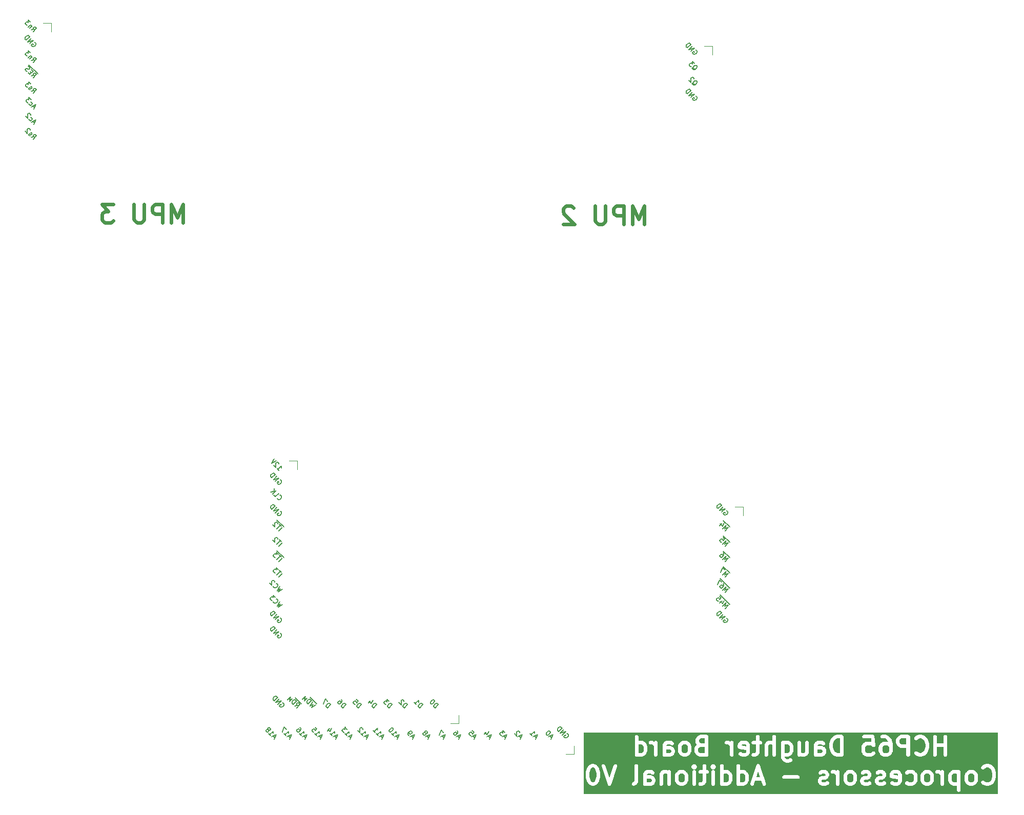
<source format=gbo>
%TF.GenerationSoftware,KiCad,Pcbnew,9.0.7-9.0.7~ubuntu24.04.1*%
%TF.CreationDate,2026-01-22T13:07:34+02:00*%
%TF.ProjectId,Coprocessor Board - Additional,436f7072-6f63-4657-9373-6f7220426f61,V0*%
%TF.SameCoordinates,Original*%
%TF.FileFunction,Legend,Bot*%
%TF.FilePolarity,Positive*%
%FSLAX46Y46*%
G04 Gerber Fmt 4.6, Leading zero omitted, Abs format (unit mm)*
G04 Created by KiCad (PCBNEW 9.0.7-9.0.7~ubuntu24.04.1) date 2026-01-22 13:07:34*
%MOMM*%
%LPD*%
G01*
G04 APERTURE LIST*
%ADD10C,0.200000*%
%ADD11C,0.600000*%
%ADD12C,0.120000*%
G04 APERTURE END LIST*
D10*
X122084418Y11487996D02*
X121815044Y11757370D01*
X121976668Y11272497D02*
X122353792Y12026744D01*
X122353792Y12026744D02*
X121599544Y11649621D01*
X121949731Y12323055D02*
X121949731Y12376930D01*
X121949731Y12376930D02*
X121922793Y12457742D01*
X121922793Y12457742D02*
X121788106Y12592429D01*
X121788106Y12592429D02*
X121707294Y12619367D01*
X121707294Y12619367D02*
X121653419Y12619367D01*
X121653419Y12619367D02*
X121572607Y12592429D01*
X121572607Y12592429D02*
X121518732Y12538555D01*
X121518732Y12538555D02*
X121464858Y12430805D01*
X121464858Y12430805D02*
X121464858Y11784307D01*
X121464858Y11784307D02*
X121114671Y12134494D01*
X155854930Y32866383D02*
X156420615Y33432069D01*
X156420615Y33432069D02*
X155827992Y33216569D01*
X155827992Y33216569D02*
X156043492Y33809192D01*
X156043492Y33809192D02*
X155477806Y33243507D01*
X155343119Y34132441D02*
X154965995Y33755318D01*
X155693305Y34213254D02*
X155423931Y33674505D01*
X155423931Y33674505D02*
X155073745Y34024692D01*
X154965995Y34886689D02*
X155235369Y34617315D01*
X155235369Y34617315D02*
X154992933Y34321003D01*
X154992933Y34321003D02*
X154992933Y34374878D01*
X154992933Y34374878D02*
X154965995Y34455690D01*
X154965995Y34455690D02*
X154831308Y34590377D01*
X154831308Y34590377D02*
X154750496Y34617315D01*
X154750496Y34617315D02*
X154696621Y34617315D01*
X154696621Y34617315D02*
X154615809Y34590377D01*
X154615809Y34590377D02*
X154481122Y34455690D01*
X154481122Y34455690D02*
X154454185Y34374878D01*
X154454185Y34374878D02*
X154454185Y34321003D01*
X154454185Y34321003D02*
X154481122Y34240191D01*
X154481122Y34240191D02*
X154615809Y34105504D01*
X154615809Y34105504D02*
X154696621Y34078567D01*
X154696621Y34078567D02*
X154750496Y34078567D01*
X156655779Y33510995D02*
X155044922Y35121852D01*
X155854930Y40613383D02*
X156420615Y41179069D01*
X156420615Y41179069D02*
X155827992Y40963569D01*
X155827992Y40963569D02*
X156043492Y41556192D01*
X156043492Y41556192D02*
X155477806Y40990507D01*
X155531681Y42068003D02*
X155639430Y41960254D01*
X155639430Y41960254D02*
X155666368Y41879441D01*
X155666368Y41879441D02*
X155666368Y41825567D01*
X155666368Y41825567D02*
X155639430Y41690880D01*
X155639430Y41690880D02*
X155558618Y41556193D01*
X155558618Y41556193D02*
X155343119Y41340693D01*
X155343119Y41340693D02*
X155262307Y41313756D01*
X155262307Y41313756D02*
X155208432Y41313756D01*
X155208432Y41313756D02*
X155127620Y41340693D01*
X155127620Y41340693D02*
X155019870Y41448443D01*
X155019870Y41448443D02*
X154992933Y41529255D01*
X154992933Y41529255D02*
X154992933Y41583130D01*
X154992933Y41583130D02*
X155019870Y41663942D01*
X155019870Y41663942D02*
X155154557Y41798629D01*
X155154557Y41798629D02*
X155235369Y41825567D01*
X155235369Y41825567D02*
X155289244Y41825567D01*
X155289244Y41825567D02*
X155370056Y41798629D01*
X155370056Y41798629D02*
X155477806Y41690880D01*
X155477806Y41690880D02*
X155504743Y41610067D01*
X155504743Y41610067D02*
X155504743Y41556193D01*
X155504743Y41556193D02*
X155477806Y41475380D01*
X156655779Y41257995D02*
X155583670Y42330104D01*
X114464418Y11487996D02*
X114195044Y11757370D01*
X114356668Y11272497D02*
X114733792Y12026744D01*
X114733792Y12026744D02*
X113979544Y11649621D01*
X114087294Y12673242D02*
X114356668Y12403868D01*
X114356668Y12403868D02*
X114114232Y12107556D01*
X114114232Y12107556D02*
X114114232Y12161431D01*
X114114232Y12161431D02*
X114087294Y12242243D01*
X114087294Y12242243D02*
X113952607Y12376930D01*
X113952607Y12376930D02*
X113871795Y12403868D01*
X113871795Y12403868D02*
X113817920Y12403868D01*
X113817920Y12403868D02*
X113737108Y12376930D01*
X113737108Y12376930D02*
X113602421Y12242243D01*
X113602421Y12242243D02*
X113575484Y12161431D01*
X113575484Y12161431D02*
X113575484Y12107556D01*
X113575484Y12107556D02*
X113602421Y12026744D01*
X113602421Y12026744D02*
X113737108Y11892057D01*
X113737108Y11892057D02*
X113817920Y11865120D01*
X113817920Y11865120D02*
X113871795Y11865120D01*
X91604418Y11487996D02*
X91335044Y11757370D01*
X91496668Y11272497D02*
X91873792Y12026744D01*
X91873792Y12026744D02*
X91119544Y11649621D01*
X90634671Y12134494D02*
X90957920Y11811245D01*
X90796296Y11972869D02*
X91361981Y12538555D01*
X91361981Y12538555D02*
X91335044Y12403868D01*
X91335044Y12403868D02*
X91335044Y12296118D01*
X91335044Y12296118D02*
X91361981Y12215306D01*
X90526922Y12996491D02*
X90149798Y12619367D01*
X90877108Y13077303D02*
X90607734Y12538555D01*
X90607734Y12538555D02*
X90257548Y12888741D01*
X82384928Y31288443D02*
X82465741Y31261505D01*
X82465741Y31261505D02*
X82546553Y31180693D01*
X82546553Y31180693D02*
X82600428Y31072943D01*
X82600428Y31072943D02*
X82600428Y30965194D01*
X82600428Y30965194D02*
X82573490Y30884382D01*
X82573490Y30884382D02*
X82492678Y30749695D01*
X82492678Y30749695D02*
X82411866Y30668882D01*
X82411866Y30668882D02*
X82277179Y30588070D01*
X82277179Y30588070D02*
X82196367Y30561133D01*
X82196367Y30561133D02*
X82088617Y30561133D01*
X82088617Y30561133D02*
X81980867Y30615008D01*
X81980867Y30615008D02*
X81926993Y30668882D01*
X81926993Y30668882D02*
X81873118Y30776632D01*
X81873118Y30776632D02*
X81873118Y30830507D01*
X81873118Y30830507D02*
X82061680Y31019069D01*
X82061680Y31019069D02*
X82169429Y30911319D01*
X81576806Y31019069D02*
X82142492Y31584754D01*
X82142492Y31584754D02*
X81253558Y31342317D01*
X81253558Y31342317D02*
X81819243Y31908003D01*
X80984184Y31611691D02*
X81549869Y32177377D01*
X81549869Y32177377D02*
X81415182Y32312064D01*
X81415182Y32312064D02*
X81307433Y32365939D01*
X81307433Y32365939D02*
X81199683Y32365939D01*
X81199683Y32365939D02*
X81118871Y32339001D01*
X81118871Y32339001D02*
X80984184Y32258189D01*
X80984184Y32258189D02*
X80903372Y32177377D01*
X80903372Y32177377D02*
X80822559Y32042690D01*
X80822559Y32042690D02*
X80795622Y31961878D01*
X80795622Y31961878D02*
X80795622Y31854128D01*
X80795622Y31854128D02*
X80849497Y31746378D01*
X80849497Y31746378D02*
X80984184Y31611691D01*
X151017366Y125268443D02*
X151098179Y125241505D01*
X151098179Y125241505D02*
X151178991Y125160693D01*
X151178991Y125160693D02*
X151232866Y125052943D01*
X151232866Y125052943D02*
X151232866Y124945194D01*
X151232866Y124945194D02*
X151205928Y124864382D01*
X151205928Y124864382D02*
X151125116Y124729695D01*
X151125116Y124729695D02*
X151044304Y124648882D01*
X151044304Y124648882D02*
X150909617Y124568070D01*
X150909617Y124568070D02*
X150828805Y124541133D01*
X150828805Y124541133D02*
X150721055Y124541133D01*
X150721055Y124541133D02*
X150613305Y124595008D01*
X150613305Y124595008D02*
X150559431Y124648882D01*
X150559431Y124648882D02*
X150505556Y124756632D01*
X150505556Y124756632D02*
X150505556Y124810507D01*
X150505556Y124810507D02*
X150694118Y124999069D01*
X150694118Y124999069D02*
X150801867Y124891319D01*
X150209244Y124999069D02*
X150774930Y125564754D01*
X150774930Y125564754D02*
X149885996Y125322317D01*
X149885996Y125322317D02*
X150451681Y125888003D01*
X149616622Y125591691D02*
X150182307Y126157377D01*
X150182307Y126157377D02*
X150047620Y126292064D01*
X150047620Y126292064D02*
X149939871Y126345939D01*
X149939871Y126345939D02*
X149832121Y126345939D01*
X149832121Y126345939D02*
X149751309Y126319001D01*
X149751309Y126319001D02*
X149616622Y126238189D01*
X149616622Y126238189D02*
X149535810Y126157377D01*
X149535810Y126157377D02*
X149454997Y126022690D01*
X149454997Y126022690D02*
X149428060Y125941878D01*
X149428060Y125941878D02*
X149428060Y125834128D01*
X149428060Y125834128D02*
X149481935Y125726378D01*
X149481935Y125726378D02*
X149616622Y125591691D01*
X127164418Y11487996D02*
X126895044Y11757370D01*
X127056668Y11272497D02*
X127433792Y12026744D01*
X127433792Y12026744D02*
X126679544Y11649621D01*
X126948919Y12511617D02*
X126895044Y12565492D01*
X126895044Y12565492D02*
X126814232Y12592429D01*
X126814232Y12592429D02*
X126760357Y12592429D01*
X126760357Y12592429D02*
X126679545Y12565492D01*
X126679545Y12565492D02*
X126544858Y12484680D01*
X126544858Y12484680D02*
X126410171Y12349993D01*
X126410171Y12349993D02*
X126329358Y12215306D01*
X126329358Y12215306D02*
X126302421Y12134494D01*
X126302421Y12134494D02*
X126302421Y12080619D01*
X126302421Y12080619D02*
X126329358Y11999807D01*
X126329358Y11999807D02*
X126383233Y11945932D01*
X126383233Y11945932D02*
X126464045Y11918994D01*
X126464045Y11918994D02*
X126517920Y11918994D01*
X126517920Y11918994D02*
X126598732Y11945932D01*
X126598732Y11945932D02*
X126733419Y12026744D01*
X126733419Y12026744D02*
X126868106Y12161431D01*
X126868106Y12161431D02*
X126948919Y12296118D01*
X126948919Y12296118D02*
X126975856Y12376930D01*
X126975856Y12376930D02*
X126975856Y12430805D01*
X126975856Y12430805D02*
X126948919Y12511617D01*
X82142492Y40613383D02*
X82708177Y41179069D01*
X82519616Y41367630D02*
X82196367Y41690879D01*
X81792306Y40963569D02*
X82357991Y41529255D01*
X82061680Y41825566D02*
X81711494Y42175752D01*
X81711494Y42175752D02*
X81684556Y41771691D01*
X81684556Y41771691D02*
X81603744Y41852504D01*
X81603744Y41852504D02*
X81522932Y41879441D01*
X81522932Y41879441D02*
X81469057Y41879441D01*
X81469057Y41879441D02*
X81388245Y41852504D01*
X81388245Y41852504D02*
X81253558Y41717817D01*
X81253558Y41717817D02*
X81226620Y41637004D01*
X81226620Y41637004D02*
X81226620Y41583130D01*
X81226620Y41583130D02*
X81253558Y41502317D01*
X81253558Y41502317D02*
X81415182Y41340693D01*
X81415182Y41340693D02*
X81495994Y41313756D01*
X81495994Y41313756D02*
X81549869Y41313756D01*
X82943341Y41257995D02*
X81817357Y42383979D01*
X81873118Y51150507D02*
X81873118Y51096632D01*
X81873118Y51096632D02*
X81926993Y50988882D01*
X81926993Y50988882D02*
X81980867Y50935008D01*
X81980867Y50935008D02*
X82088617Y50881133D01*
X82088617Y50881133D02*
X82196367Y50881133D01*
X82196367Y50881133D02*
X82277179Y50908070D01*
X82277179Y50908070D02*
X82411866Y50988882D01*
X82411866Y50988882D02*
X82492678Y51069695D01*
X82492678Y51069695D02*
X82573490Y51204382D01*
X82573490Y51204382D02*
X82600428Y51285194D01*
X82600428Y51285194D02*
X82600428Y51392943D01*
X82600428Y51392943D02*
X82546553Y51500693D01*
X82546553Y51500693D02*
X82492678Y51554568D01*
X82492678Y51554568D02*
X82384928Y51608443D01*
X82384928Y51608443D02*
X82331054Y51608443D01*
X81307432Y51608443D02*
X81576806Y51339069D01*
X81576806Y51339069D02*
X82142492Y51904754D01*
X81118871Y51797004D02*
X81684556Y52362690D01*
X80795622Y52120253D02*
X81361307Y52201065D01*
X81361307Y52685939D02*
X81361307Y52039441D01*
X81444418Y11487996D02*
X81175044Y11757370D01*
X81336668Y11272497D02*
X81713792Y12026744D01*
X81713792Y12026744D02*
X80959544Y11649621D01*
X80474671Y12134494D02*
X80797920Y11811245D01*
X80636296Y11972869D02*
X81201981Y12538555D01*
X81201981Y12538555D02*
X81175044Y12403868D01*
X81175044Y12403868D02*
X81175044Y12296118D01*
X81175044Y12296118D02*
X81201981Y12215306D01*
X80474671Y12780991D02*
X80555483Y12754054D01*
X80555483Y12754054D02*
X80609358Y12754054D01*
X80609358Y12754054D02*
X80690170Y12780991D01*
X80690170Y12780991D02*
X80717108Y12807929D01*
X80717108Y12807929D02*
X80744045Y12888741D01*
X80744045Y12888741D02*
X80744045Y12942616D01*
X80744045Y12942616D02*
X80717108Y13023428D01*
X80717108Y13023428D02*
X80609358Y13131178D01*
X80609358Y13131178D02*
X80528546Y13158115D01*
X80528546Y13158115D02*
X80474671Y13158115D01*
X80474671Y13158115D02*
X80393859Y13131178D01*
X80393859Y13131178D02*
X80366922Y13104240D01*
X80366922Y13104240D02*
X80339984Y13023428D01*
X80339984Y13023428D02*
X80339984Y12969553D01*
X80339984Y12969553D02*
X80366922Y12888741D01*
X80366922Y12888741D02*
X80474671Y12780991D01*
X80474671Y12780991D02*
X80501609Y12700179D01*
X80501609Y12700179D02*
X80501609Y12646304D01*
X80501609Y12646304D02*
X80474671Y12565492D01*
X80474671Y12565492D02*
X80366922Y12457743D01*
X80366922Y12457743D02*
X80286109Y12430805D01*
X80286109Y12430805D02*
X80232235Y12430805D01*
X80232235Y12430805D02*
X80151422Y12457743D01*
X80151422Y12457743D02*
X80043673Y12565492D01*
X80043673Y12565492D02*
X80016735Y12646304D01*
X80016735Y12646304D02*
X80016735Y12700179D01*
X80016735Y12700179D02*
X80043673Y12780991D01*
X80043673Y12780991D02*
X80151422Y12888741D01*
X80151422Y12888741D02*
X80232235Y12915678D01*
X80232235Y12915678D02*
X80286109Y12915678D01*
X80286109Y12915678D02*
X80366922Y12888741D01*
X41743492Y113138070D02*
X41474118Y113407444D01*
X41635742Y112922571D02*
X42012866Y113676818D01*
X42012866Y113676818D02*
X41258618Y113299695D01*
X40854558Y113757630D02*
X40881495Y113676818D01*
X40881495Y113676818D02*
X40989245Y113569068D01*
X40989245Y113569068D02*
X41070057Y113542131D01*
X41070057Y113542131D02*
X41123932Y113542131D01*
X41123932Y113542131D02*
X41204744Y113569068D01*
X41204744Y113569068D02*
X41366368Y113730693D01*
X41366368Y113730693D02*
X41393306Y113811505D01*
X41393306Y113811505D02*
X41393306Y113865380D01*
X41393306Y113865380D02*
X41366368Y113946192D01*
X41366368Y113946192D02*
X41258619Y114053942D01*
X41258619Y114053942D02*
X41177806Y114080879D01*
X41123932Y114458003D02*
X41123932Y114511877D01*
X41123932Y114511877D02*
X41096994Y114592690D01*
X41096994Y114592690D02*
X40962307Y114727377D01*
X40962307Y114727377D02*
X40881495Y114754314D01*
X40881495Y114754314D02*
X40827620Y114754314D01*
X40827620Y114754314D02*
X40746808Y114727377D01*
X40746808Y114727377D02*
X40692933Y114673502D01*
X40692933Y114673502D02*
X40639059Y114565752D01*
X40639059Y114565752D02*
X40639059Y113919254D01*
X40639059Y113919254D02*
X40288872Y114269441D01*
X89064418Y11487996D02*
X88795044Y11757370D01*
X88956668Y11272497D02*
X89333792Y12026744D01*
X89333792Y12026744D02*
X88579544Y11649621D01*
X88094671Y12134494D02*
X88417920Y11811245D01*
X88256296Y11972869D02*
X88821981Y12538555D01*
X88821981Y12538555D02*
X88795044Y12403868D01*
X88795044Y12403868D02*
X88795044Y12296118D01*
X88795044Y12296118D02*
X88821981Y12215306D01*
X88148546Y13211990D02*
X88417920Y12942616D01*
X88417920Y12942616D02*
X88175483Y12646304D01*
X88175483Y12646304D02*
X88175483Y12700179D01*
X88175483Y12700179D02*
X88148546Y12780991D01*
X88148546Y12780991D02*
X88013859Y12915678D01*
X88013859Y12915678D02*
X87933047Y12942616D01*
X87933047Y12942616D02*
X87879172Y12942616D01*
X87879172Y12942616D02*
X87798360Y12915678D01*
X87798360Y12915678D02*
X87663673Y12780991D01*
X87663673Y12780991D02*
X87636735Y12700179D01*
X87636735Y12700179D02*
X87636735Y12646304D01*
X87636735Y12646304D02*
X87663673Y12565492D01*
X87663673Y12565492D02*
X87798360Y12430805D01*
X87798360Y12430805D02*
X87879172Y12403868D01*
X87879172Y12403868D02*
X87933047Y12403868D01*
X155854930Y35533383D02*
X156420615Y36099069D01*
X156420615Y36099069D02*
X155827992Y35883569D01*
X155827992Y35883569D02*
X156043492Y36476192D01*
X156043492Y36476192D02*
X155477806Y35910507D01*
X155531681Y36988003D02*
X155639430Y36880254D01*
X155639430Y36880254D02*
X155666368Y36799441D01*
X155666368Y36799441D02*
X155666368Y36745567D01*
X155666368Y36745567D02*
X155639430Y36610880D01*
X155639430Y36610880D02*
X155558618Y36476193D01*
X155558618Y36476193D02*
X155343119Y36260693D01*
X155343119Y36260693D02*
X155262307Y36233756D01*
X155262307Y36233756D02*
X155208432Y36233756D01*
X155208432Y36233756D02*
X155127620Y36260693D01*
X155127620Y36260693D02*
X155019870Y36368443D01*
X155019870Y36368443D02*
X154992933Y36449255D01*
X154992933Y36449255D02*
X154992933Y36503130D01*
X154992933Y36503130D02*
X155019870Y36583942D01*
X155019870Y36583942D02*
X155154557Y36718629D01*
X155154557Y36718629D02*
X155235369Y36745567D01*
X155235369Y36745567D02*
X155289244Y36745567D01*
X155289244Y36745567D02*
X155370056Y36718629D01*
X155370056Y36718629D02*
X155477806Y36610880D01*
X155477806Y36610880D02*
X155504743Y36530067D01*
X155504743Y36530067D02*
X155504743Y36476193D01*
X155504743Y36476193D02*
X155477806Y36395380D01*
X155289244Y37230440D02*
X154912120Y37607564D01*
X154912120Y37607564D02*
X154588872Y36799441D01*
X156655779Y36177995D02*
X155044922Y37788852D01*
X102845856Y16433309D02*
X103411541Y16998995D01*
X103411541Y16998995D02*
X103276854Y17133682D01*
X103276854Y17133682D02*
X103169105Y17187556D01*
X103169105Y17187556D02*
X103061355Y17187556D01*
X103061355Y17187556D02*
X102980543Y17160619D01*
X102980543Y17160619D02*
X102845856Y17079807D01*
X102845856Y17079807D02*
X102765044Y16998995D01*
X102765044Y16998995D02*
X102684231Y16864308D01*
X102684231Y16864308D02*
X102657294Y16783495D01*
X102657294Y16783495D02*
X102657294Y16675746D01*
X102657294Y16675746D02*
X102711169Y16567996D01*
X102711169Y16567996D02*
X102845856Y16433309D01*
X102818918Y17483868D02*
X102818918Y17537743D01*
X102818918Y17537743D02*
X102791981Y17618555D01*
X102791981Y17618555D02*
X102657294Y17753242D01*
X102657294Y17753242D02*
X102576482Y17780179D01*
X102576482Y17780179D02*
X102522607Y17780179D01*
X102522607Y17780179D02*
X102441795Y17753242D01*
X102441795Y17753242D02*
X102387920Y17699367D01*
X102387920Y17699367D02*
X102334045Y17591617D01*
X102334045Y17591617D02*
X102334045Y16945120D01*
X102334045Y16945120D02*
X101983859Y17295306D01*
X88225416Y16945120D02*
X87525044Y16514121D01*
X87525044Y16514121D02*
X87821355Y17025932D01*
X87821355Y17025932D02*
X87309544Y16729621D01*
X87309544Y16729621D02*
X87740543Y17429993D01*
X86959358Y17079807D02*
X87525043Y17645492D01*
X87525043Y17645492D02*
X87390356Y17780179D01*
X87390356Y17780179D02*
X87282607Y17834054D01*
X87282607Y17834054D02*
X87174857Y17834054D01*
X87174857Y17834054D02*
X87094045Y17807117D01*
X87094045Y17807117D02*
X86959358Y17726305D01*
X86959358Y17726305D02*
X86878546Y17645492D01*
X86878546Y17645492D02*
X86797734Y17510805D01*
X86797734Y17510805D02*
X86770796Y17429993D01*
X86770796Y17429993D02*
X86770796Y17322244D01*
X86770796Y17322244D02*
X86824671Y17214494D01*
X86824671Y17214494D02*
X86959358Y17079807D01*
X88406705Y17077921D02*
X87307659Y18176967D01*
X86358115Y17556060D02*
X86810664Y18008609D01*
X86810664Y18008609D02*
X86336565Y17836209D01*
X86336565Y17836209D02*
X86508965Y18310308D01*
X86508965Y18310308D02*
X86056416Y17857759D01*
X82384928Y48941443D02*
X82465741Y48914505D01*
X82465741Y48914505D02*
X82546553Y48833693D01*
X82546553Y48833693D02*
X82600428Y48725943D01*
X82600428Y48725943D02*
X82600428Y48618194D01*
X82600428Y48618194D02*
X82573490Y48537382D01*
X82573490Y48537382D02*
X82492678Y48402695D01*
X82492678Y48402695D02*
X82411866Y48321882D01*
X82411866Y48321882D02*
X82277179Y48241070D01*
X82277179Y48241070D02*
X82196367Y48214133D01*
X82196367Y48214133D02*
X82088617Y48214133D01*
X82088617Y48214133D02*
X81980867Y48268008D01*
X81980867Y48268008D02*
X81926993Y48321882D01*
X81926993Y48321882D02*
X81873118Y48429632D01*
X81873118Y48429632D02*
X81873118Y48483507D01*
X81873118Y48483507D02*
X82061680Y48672069D01*
X82061680Y48672069D02*
X82169429Y48564319D01*
X81576806Y48672069D02*
X82142492Y49237754D01*
X82142492Y49237754D02*
X81253558Y48995317D01*
X81253558Y48995317D02*
X81819243Y49561003D01*
X80984184Y49264691D02*
X81549869Y49830377D01*
X81549869Y49830377D02*
X81415182Y49965064D01*
X81415182Y49965064D02*
X81307433Y50018939D01*
X81307433Y50018939D02*
X81199683Y50018939D01*
X81199683Y50018939D02*
X81118871Y49992001D01*
X81118871Y49992001D02*
X80984184Y49911189D01*
X80984184Y49911189D02*
X80903372Y49830377D01*
X80903372Y49830377D02*
X80822559Y49695690D01*
X80822559Y49695690D02*
X80795622Y49614878D01*
X80795622Y49614878D02*
X80795622Y49507128D01*
X80795622Y49507128D02*
X80849497Y49399378D01*
X80849497Y49399378D02*
X80984184Y49264691D01*
D11*
X142532856Y96433342D02*
X142532856Y99433342D01*
X142532856Y99433342D02*
X141532856Y97290485D01*
X141532856Y97290485D02*
X140532856Y99433342D01*
X140532856Y99433342D02*
X140532856Y96433342D01*
X139104285Y96433342D02*
X139104285Y99433342D01*
X139104285Y99433342D02*
X137961428Y99433342D01*
X137961428Y99433342D02*
X137675713Y99290485D01*
X137675713Y99290485D02*
X137532856Y99147628D01*
X137532856Y99147628D02*
X137389999Y98861914D01*
X137389999Y98861914D02*
X137389999Y98433342D01*
X137389999Y98433342D02*
X137532856Y98147628D01*
X137532856Y98147628D02*
X137675713Y98004771D01*
X137675713Y98004771D02*
X137961428Y97861914D01*
X137961428Y97861914D02*
X139104285Y97861914D01*
X136104285Y99433342D02*
X136104285Y97004771D01*
X136104285Y97004771D02*
X135961428Y96719057D01*
X135961428Y96719057D02*
X135818571Y96576200D01*
X135818571Y96576200D02*
X135532856Y96433342D01*
X135532856Y96433342D02*
X134961428Y96433342D01*
X134961428Y96433342D02*
X134675713Y96576200D01*
X134675713Y96576200D02*
X134532856Y96719057D01*
X134532856Y96719057D02*
X134389999Y97004771D01*
X134389999Y97004771D02*
X134389999Y99433342D01*
X130818571Y99147628D02*
X130675714Y99290485D01*
X130675714Y99290485D02*
X130390000Y99433342D01*
X130390000Y99433342D02*
X129675714Y99433342D01*
X129675714Y99433342D02*
X129390000Y99290485D01*
X129390000Y99290485D02*
X129247142Y99147628D01*
X129247142Y99147628D02*
X129104285Y98861914D01*
X129104285Y98861914D02*
X129104285Y98576200D01*
X129104285Y98576200D02*
X129247142Y98147628D01*
X129247142Y98147628D02*
X130961428Y96433342D01*
X130961428Y96433342D02*
X129104285Y96433342D01*
D10*
X82142492Y45693383D02*
X82708177Y46259069D01*
X82519616Y46447630D02*
X82196367Y46770879D01*
X81792306Y46043569D02*
X82357991Y46609255D01*
X81980868Y46878629D02*
X81980868Y46932504D01*
X81980868Y46932504D02*
X81953930Y47013316D01*
X81953930Y47013316D02*
X81819243Y47148003D01*
X81819243Y47148003D02*
X81738431Y47174940D01*
X81738431Y47174940D02*
X81684556Y47174940D01*
X81684556Y47174940D02*
X81603744Y47148003D01*
X81603744Y47148003D02*
X81549869Y47094128D01*
X81549869Y47094128D02*
X81495994Y46986378D01*
X81495994Y46986378D02*
X81495994Y46339881D01*
X81495994Y46339881D02*
X81145808Y46690067D01*
X82943341Y46337995D02*
X81817357Y47463979D01*
X150343931Y122216632D02*
X150424744Y122189695D01*
X150424744Y122189695D02*
X150532493Y122189695D01*
X150532493Y122189695D02*
X150694118Y122189695D01*
X150694118Y122189695D02*
X150774930Y122162757D01*
X150774930Y122162757D02*
X150828805Y122108882D01*
X150667180Y122001133D02*
X150747992Y121974195D01*
X150747992Y121974195D02*
X150855742Y121974195D01*
X150855742Y121974195D02*
X150990429Y122055008D01*
X150990429Y122055008D02*
X151178991Y122243569D01*
X151178991Y122243569D02*
X151259803Y122378256D01*
X151259803Y122378256D02*
X151259803Y122486006D01*
X151259803Y122486006D02*
X151232866Y122566818D01*
X151232866Y122566818D02*
X151125116Y122674568D01*
X151125116Y122674568D02*
X151044304Y122701505D01*
X151044304Y122701505D02*
X150936554Y122701505D01*
X150936554Y122701505D02*
X150801867Y122620693D01*
X150801867Y122620693D02*
X150613305Y122432131D01*
X150613305Y122432131D02*
X150532493Y122297444D01*
X150532493Y122297444D02*
X150532493Y122189695D01*
X150532493Y122189695D02*
X150559431Y122108882D01*
X150559431Y122108882D02*
X150667180Y122001133D01*
X150801867Y122997817D02*
X150451681Y123348003D01*
X150451681Y123348003D02*
X150424744Y122943942D01*
X150424744Y122943942D02*
X150343932Y123024754D01*
X150343932Y123024754D02*
X150263119Y123051691D01*
X150263119Y123051691D02*
X150209245Y123051691D01*
X150209245Y123051691D02*
X150128432Y123024754D01*
X150128432Y123024754D02*
X149993745Y122890067D01*
X149993745Y122890067D02*
X149966808Y122809255D01*
X149966808Y122809255D02*
X149966808Y122755380D01*
X149966808Y122755380D02*
X149993745Y122674568D01*
X149993745Y122674568D02*
X150155370Y122512943D01*
X150155370Y122512943D02*
X150236182Y122486006D01*
X150236182Y122486006D02*
X150290057Y122486006D01*
X41231681Y118406632D02*
X41689617Y118487444D01*
X41554930Y118083383D02*
X42120615Y118649069D01*
X42120615Y118649069D02*
X41905116Y118864568D01*
X41905116Y118864568D02*
X41824304Y118891505D01*
X41824304Y118891505D02*
X41770429Y118891505D01*
X41770429Y118891505D02*
X41689617Y118864568D01*
X41689617Y118864568D02*
X41608805Y118783756D01*
X41608805Y118783756D02*
X41581867Y118702943D01*
X41581867Y118702943D02*
X41581867Y118649069D01*
X41581867Y118649069D02*
X41608805Y118568256D01*
X41608805Y118568256D02*
X41824304Y118352757D01*
X41043119Y118649069D02*
X40962307Y118676006D01*
X40962307Y118676006D02*
X40854557Y118783756D01*
X40854557Y118783756D02*
X40827620Y118864568D01*
X40827620Y118864568D02*
X40854557Y118945380D01*
X40854557Y118945380D02*
X40881495Y118972317D01*
X40881495Y118972317D02*
X40962307Y118999255D01*
X40962307Y118999255D02*
X41043119Y118972317D01*
X41043119Y118972317D02*
X41123931Y118891505D01*
X41123931Y118891505D02*
X41204744Y118864568D01*
X41204744Y118864568D02*
X41285556Y118891505D01*
X41285556Y118891505D02*
X41312493Y118918443D01*
X41312493Y118918443D02*
X41339431Y118999255D01*
X41339431Y118999255D02*
X41312493Y119080067D01*
X41312493Y119080067D02*
X41231681Y119160879D01*
X41231681Y119160879D02*
X41150869Y119187817D01*
X41150869Y119618815D02*
X40800683Y119969001D01*
X40800683Y119969001D02*
X40773745Y119564940D01*
X40773745Y119564940D02*
X40692933Y119645752D01*
X40692933Y119645752D02*
X40612121Y119672690D01*
X40612121Y119672690D02*
X40558246Y119672690D01*
X40558246Y119672690D02*
X40477434Y119645752D01*
X40477434Y119645752D02*
X40342747Y119511065D01*
X40342747Y119511065D02*
X40315809Y119430253D01*
X40315809Y119430253D02*
X40315809Y119376378D01*
X40315809Y119376378D02*
X40342747Y119295566D01*
X40342747Y119295566D02*
X40504371Y119133942D01*
X40504371Y119133942D02*
X40585183Y119107004D01*
X40585183Y119107004D02*
X40639058Y119107004D01*
X155854930Y45693383D02*
X156420615Y46259069D01*
X156420615Y46259069D02*
X155827992Y46043569D01*
X155827992Y46043569D02*
X156043492Y46636192D01*
X156043492Y46636192D02*
X155477806Y46070507D01*
X155343119Y46959441D02*
X154965995Y46582318D01*
X155693305Y47040254D02*
X155423931Y46501505D01*
X155423931Y46501505D02*
X155073745Y46851692D01*
X156655779Y46337995D02*
X155583670Y47410104D01*
X95225856Y16433309D02*
X95791541Y16998995D01*
X95791541Y16998995D02*
X95656854Y17133682D01*
X95656854Y17133682D02*
X95549105Y17187556D01*
X95549105Y17187556D02*
X95441355Y17187556D01*
X95441355Y17187556D02*
X95360543Y17160619D01*
X95360543Y17160619D02*
X95225856Y17079807D01*
X95225856Y17079807D02*
X95145044Y16998995D01*
X95145044Y16998995D02*
X95064231Y16864308D01*
X95064231Y16864308D02*
X95037294Y16783495D01*
X95037294Y16783495D02*
X95037294Y16675746D01*
X95037294Y16675746D02*
X95091169Y16567996D01*
X95091169Y16567996D02*
X95225856Y16433309D01*
X94956482Y17834054D02*
X95225856Y17564680D01*
X95225856Y17564680D02*
X94983419Y17268369D01*
X94983419Y17268369D02*
X94983419Y17322243D01*
X94983419Y17322243D02*
X94956482Y17403056D01*
X94956482Y17403056D02*
X94821795Y17537743D01*
X94821795Y17537743D02*
X94740983Y17564680D01*
X94740983Y17564680D02*
X94687108Y17564680D01*
X94687108Y17564680D02*
X94606296Y17537743D01*
X94606296Y17537743D02*
X94471609Y17403056D01*
X94471609Y17403056D02*
X94444671Y17322243D01*
X94444671Y17322243D02*
X94444671Y17268369D01*
X94444671Y17268369D02*
X94471609Y17187556D01*
X94471609Y17187556D02*
X94606296Y17052869D01*
X94606296Y17052869D02*
X94687108Y17025932D01*
X94687108Y17025932D02*
X94740983Y17025932D01*
X41231681Y128566632D02*
X41689617Y128647444D01*
X41554930Y128243383D02*
X42120615Y128809069D01*
X42120615Y128809069D02*
X41905116Y129024568D01*
X41905116Y129024568D02*
X41824304Y129051505D01*
X41824304Y129051505D02*
X41770429Y129051505D01*
X41770429Y129051505D02*
X41689617Y129024568D01*
X41689617Y129024568D02*
X41608805Y128943756D01*
X41608805Y128943756D02*
X41581867Y128862943D01*
X41581867Y128862943D02*
X41581867Y128809069D01*
X41581867Y128809069D02*
X41608805Y128728256D01*
X41608805Y128728256D02*
X41824304Y128512757D01*
X41366368Y129186192D02*
X40989244Y128809069D01*
X41312493Y129132317D02*
X41312493Y129186192D01*
X41312493Y129186192D02*
X41285556Y129267005D01*
X41285556Y129267005D02*
X41204744Y129347817D01*
X41204744Y129347817D02*
X41123931Y129374754D01*
X41123931Y129374754D02*
X41043119Y129347817D01*
X41043119Y129347817D02*
X40746808Y129051505D01*
X41096994Y129832690D02*
X40746807Y130182876D01*
X40746807Y130182876D02*
X40719870Y129778815D01*
X40719870Y129778815D02*
X40639058Y129859628D01*
X40639058Y129859628D02*
X40558246Y129886565D01*
X40558246Y129886565D02*
X40504371Y129886565D01*
X40504371Y129886565D02*
X40423559Y129859628D01*
X40423559Y129859628D02*
X40288872Y129724941D01*
X40288872Y129724941D02*
X40261934Y129644128D01*
X40261934Y129644128D02*
X40261934Y129590254D01*
X40261934Y129590254D02*
X40288872Y129509441D01*
X40288872Y129509441D02*
X40450496Y129347817D01*
X40450496Y129347817D02*
X40531308Y129320880D01*
X40531308Y129320880D02*
X40585183Y129320880D01*
X82384928Y54148443D02*
X82465741Y54121505D01*
X82465741Y54121505D02*
X82546553Y54040693D01*
X82546553Y54040693D02*
X82600428Y53932943D01*
X82600428Y53932943D02*
X82600428Y53825194D01*
X82600428Y53825194D02*
X82573490Y53744382D01*
X82573490Y53744382D02*
X82492678Y53609695D01*
X82492678Y53609695D02*
X82411866Y53528882D01*
X82411866Y53528882D02*
X82277179Y53448070D01*
X82277179Y53448070D02*
X82196367Y53421133D01*
X82196367Y53421133D02*
X82088617Y53421133D01*
X82088617Y53421133D02*
X81980867Y53475008D01*
X81980867Y53475008D02*
X81926993Y53528882D01*
X81926993Y53528882D02*
X81873118Y53636632D01*
X81873118Y53636632D02*
X81873118Y53690507D01*
X81873118Y53690507D02*
X82061680Y53879069D01*
X82061680Y53879069D02*
X82169429Y53771319D01*
X81576806Y53879069D02*
X82142492Y54444754D01*
X82142492Y54444754D02*
X81253558Y54202317D01*
X81253558Y54202317D02*
X81819243Y54768003D01*
X80984184Y54471691D02*
X81549869Y55037377D01*
X81549869Y55037377D02*
X81415182Y55172064D01*
X81415182Y55172064D02*
X81307433Y55225939D01*
X81307433Y55225939D02*
X81199683Y55225939D01*
X81199683Y55225939D02*
X81118871Y55199001D01*
X81118871Y55199001D02*
X80984184Y55118189D01*
X80984184Y55118189D02*
X80903372Y55037377D01*
X80903372Y55037377D02*
X80822559Y54902690D01*
X80822559Y54902690D02*
X80795622Y54821878D01*
X80795622Y54821878D02*
X80795622Y54714128D01*
X80795622Y54714128D02*
X80849497Y54606378D01*
X80849497Y54606378D02*
X80984184Y54471691D01*
X109384418Y11487996D02*
X109115044Y11757370D01*
X109276668Y11272497D02*
X109653792Y12026744D01*
X109653792Y12026744D02*
X108899544Y11649621D01*
X109330543Y12349993D02*
X108953419Y12727116D01*
X108953419Y12727116D02*
X108630171Y11918994D01*
X92685856Y16433309D02*
X93251541Y16998995D01*
X93251541Y16998995D02*
X93116854Y17133682D01*
X93116854Y17133682D02*
X93009105Y17187556D01*
X93009105Y17187556D02*
X92901355Y17187556D01*
X92901355Y17187556D02*
X92820543Y17160619D01*
X92820543Y17160619D02*
X92685856Y17079807D01*
X92685856Y17079807D02*
X92605044Y16998995D01*
X92605044Y16998995D02*
X92524231Y16864308D01*
X92524231Y16864308D02*
X92497294Y16783495D01*
X92497294Y16783495D02*
X92497294Y16675746D01*
X92497294Y16675746D02*
X92551169Y16567996D01*
X92551169Y16567996D02*
X92685856Y16433309D01*
X92443419Y17807117D02*
X92551169Y17699367D01*
X92551169Y17699367D02*
X92578106Y17618555D01*
X92578106Y17618555D02*
X92578106Y17564680D01*
X92578106Y17564680D02*
X92551169Y17429993D01*
X92551169Y17429993D02*
X92470357Y17295306D01*
X92470357Y17295306D02*
X92254857Y17079807D01*
X92254857Y17079807D02*
X92174045Y17052869D01*
X92174045Y17052869D02*
X92120170Y17052869D01*
X92120170Y17052869D02*
X92039358Y17079807D01*
X92039358Y17079807D02*
X91931609Y17187556D01*
X91931609Y17187556D02*
X91904671Y17268369D01*
X91904671Y17268369D02*
X91904671Y17322243D01*
X91904671Y17322243D02*
X91931609Y17403056D01*
X91931609Y17403056D02*
X92066296Y17537743D01*
X92066296Y17537743D02*
X92147108Y17564680D01*
X92147108Y17564680D02*
X92200983Y17564680D01*
X92200983Y17564680D02*
X92281795Y17537743D01*
X92281795Y17537743D02*
X92389544Y17429993D01*
X92389544Y17429993D02*
X92416482Y17349181D01*
X92416482Y17349181D02*
X92416482Y17295306D01*
X92416482Y17295306D02*
X92389544Y17214494D01*
X90145856Y16433309D02*
X90711541Y16998995D01*
X90711541Y16998995D02*
X90576854Y17133682D01*
X90576854Y17133682D02*
X90469105Y17187556D01*
X90469105Y17187556D02*
X90361355Y17187556D01*
X90361355Y17187556D02*
X90280543Y17160619D01*
X90280543Y17160619D02*
X90145856Y17079807D01*
X90145856Y17079807D02*
X90065044Y16998995D01*
X90065044Y16998995D02*
X89984231Y16864308D01*
X89984231Y16864308D02*
X89957294Y16783495D01*
X89957294Y16783495D02*
X89957294Y16675746D01*
X89957294Y16675746D02*
X90011169Y16567996D01*
X90011169Y16567996D02*
X90145856Y16433309D01*
X90199731Y17510805D02*
X89822607Y17887929D01*
X89822607Y17887929D02*
X89499358Y17079807D01*
X99224418Y11487996D02*
X98955044Y11757370D01*
X99116668Y11272497D02*
X99493792Y12026744D01*
X99493792Y12026744D02*
X98739544Y11649621D01*
X98254671Y12134494D02*
X98577920Y11811245D01*
X98416296Y11972869D02*
X98981981Y12538555D01*
X98981981Y12538555D02*
X98955044Y12403868D01*
X98955044Y12403868D02*
X98955044Y12296118D01*
X98955044Y12296118D02*
X98981981Y12215306D01*
X97715923Y12673242D02*
X98039172Y12349993D01*
X97877548Y12511617D02*
X98443233Y13077303D01*
X98443233Y13077303D02*
X98416296Y12942616D01*
X98416296Y12942616D02*
X98416296Y12834866D01*
X98416296Y12834866D02*
X98443233Y12754054D01*
X117004418Y11487996D02*
X116735044Y11757370D01*
X116896668Y11272497D02*
X117273792Y12026744D01*
X117273792Y12026744D02*
X116519544Y11649621D01*
X116465670Y12457742D02*
X116088546Y12080619D01*
X116815856Y12538555D02*
X116546482Y11999807D01*
X116546482Y11999807D02*
X116196296Y12349993D01*
X82762052Y33505194D02*
X82061680Y33074195D01*
X82061680Y33074195D02*
X82357991Y33586006D01*
X82357991Y33586006D02*
X81846180Y33289695D01*
X81846180Y33289695D02*
X82277179Y33990067D01*
X81226620Y34017005D02*
X81226620Y33963130D01*
X81226620Y33963130D02*
X81280495Y33855380D01*
X81280495Y33855380D02*
X81334370Y33801505D01*
X81334370Y33801505D02*
X81442119Y33747631D01*
X81442119Y33747631D02*
X81549869Y33747631D01*
X81549869Y33747631D02*
X81630681Y33774568D01*
X81630681Y33774568D02*
X81765368Y33855380D01*
X81765368Y33855380D02*
X81846180Y33936193D01*
X81846180Y33936193D02*
X81926992Y34070880D01*
X81926992Y34070880D02*
X81953930Y34151692D01*
X81953930Y34151692D02*
X81953930Y34259441D01*
X81953930Y34259441D02*
X81900055Y34367191D01*
X81900055Y34367191D02*
X81846180Y34421066D01*
X81846180Y34421066D02*
X81738431Y34474941D01*
X81738431Y34474941D02*
X81684556Y34474941D01*
X81549869Y34717377D02*
X81199683Y35067563D01*
X81199683Y35067563D02*
X81172745Y34663502D01*
X81172745Y34663502D02*
X81091933Y34744315D01*
X81091933Y34744315D02*
X81011121Y34771252D01*
X81011121Y34771252D02*
X80957246Y34771252D01*
X80957246Y34771252D02*
X80876434Y34744315D01*
X80876434Y34744315D02*
X80741747Y34609628D01*
X80741747Y34609628D02*
X80714809Y34528815D01*
X80714809Y34528815D02*
X80714809Y34474941D01*
X80714809Y34474941D02*
X80741747Y34394128D01*
X80741747Y34394128D02*
X80903371Y34232504D01*
X80903371Y34232504D02*
X80984183Y34205567D01*
X80984183Y34205567D02*
X81038058Y34205567D01*
D11*
X66332856Y96687342D02*
X66332856Y99687342D01*
X66332856Y99687342D02*
X65332856Y97544485D01*
X65332856Y97544485D02*
X64332856Y99687342D01*
X64332856Y99687342D02*
X64332856Y96687342D01*
X62904285Y96687342D02*
X62904285Y99687342D01*
X62904285Y99687342D02*
X61761428Y99687342D01*
X61761428Y99687342D02*
X61475713Y99544485D01*
X61475713Y99544485D02*
X61332856Y99401628D01*
X61332856Y99401628D02*
X61189999Y99115914D01*
X61189999Y99115914D02*
X61189999Y98687342D01*
X61189999Y98687342D02*
X61332856Y98401628D01*
X61332856Y98401628D02*
X61475713Y98258771D01*
X61475713Y98258771D02*
X61761428Y98115914D01*
X61761428Y98115914D02*
X62904285Y98115914D01*
X59904285Y99687342D02*
X59904285Y97258771D01*
X59904285Y97258771D02*
X59761428Y96973057D01*
X59761428Y96973057D02*
X59618571Y96830200D01*
X59618571Y96830200D02*
X59332856Y96687342D01*
X59332856Y96687342D02*
X58761428Y96687342D01*
X58761428Y96687342D02*
X58475713Y96830200D01*
X58475713Y96830200D02*
X58332856Y96973057D01*
X58332856Y96973057D02*
X58189999Y97258771D01*
X58189999Y97258771D02*
X58189999Y99687342D01*
X54761428Y99687342D02*
X52904285Y99687342D01*
X52904285Y99687342D02*
X53904285Y98544485D01*
X53904285Y98544485D02*
X53475714Y98544485D01*
X53475714Y98544485D02*
X53190000Y98401628D01*
X53190000Y98401628D02*
X53047142Y98258771D01*
X53047142Y98258771D02*
X52904285Y97973057D01*
X52904285Y97973057D02*
X52904285Y97258771D01*
X52904285Y97258771D02*
X53047142Y96973057D01*
X53047142Y96973057D02*
X53190000Y96830200D01*
X53190000Y96830200D02*
X53475714Y96687342D01*
X53475714Y96687342D02*
X54332857Y96687342D01*
X54332857Y96687342D02*
X54618571Y96830200D01*
X54618571Y96830200D02*
X54761428Y96973057D01*
G36*
X194165286Y5520159D02*
G01*
X194165286Y4176693D01*
X194108751Y4148426D01*
X193678964Y4148426D01*
X193500136Y4237840D01*
X193426128Y4311848D01*
X193336714Y4490676D01*
X193336714Y5206176D01*
X193426128Y5385004D01*
X193500137Y5459013D01*
X193678963Y5548426D01*
X194108752Y5548426D01*
X194165286Y5520159D01*
G37*
G36*
X134287576Y6459012D02*
G01*
X134361585Y6385004D01*
X134467941Y6172291D01*
X134593855Y5668637D01*
X134593855Y5028216D01*
X134467941Y4524562D01*
X134361585Y4311849D01*
X134287576Y4237840D01*
X134108749Y4148426D01*
X133964676Y4148426D01*
X133785848Y4237840D01*
X133711840Y4311848D01*
X133605481Y4524564D01*
X133479569Y5028216D01*
X133479569Y5668636D01*
X133605481Y6172288D01*
X133711840Y6385004D01*
X133785849Y6459013D01*
X133964675Y6548426D01*
X134108749Y6548426D01*
X134287576Y6459012D01*
G37*
G36*
X143670249Y4624819D02*
G01*
X143736713Y4491892D01*
X143736713Y4347818D01*
X143670249Y4214890D01*
X143537321Y4148426D01*
X142964677Y4148426D01*
X142908142Y4176693D01*
X142908142Y4691284D01*
X143537321Y4691284D01*
X143670249Y4624819D01*
G37*
G36*
X149001863Y5459013D02*
G01*
X149075872Y5385004D01*
X149165285Y5206178D01*
X149165285Y4490675D01*
X149075872Y4311849D01*
X149001863Y4237840D01*
X148823036Y4148426D01*
X148536106Y4148426D01*
X148357278Y4237840D01*
X148283270Y4311848D01*
X148193856Y4490676D01*
X148193856Y5206176D01*
X148283270Y5385004D01*
X148357279Y5459013D01*
X148536105Y5548426D01*
X148823036Y5548426D01*
X149001863Y5459013D01*
G37*
G36*
X156287577Y5459013D02*
G01*
X156361586Y5385004D01*
X156450999Y5206178D01*
X156450999Y4490675D01*
X156361586Y4311849D01*
X156287577Y4237840D01*
X156108750Y4148426D01*
X155678963Y4148426D01*
X155622428Y4176693D01*
X155622428Y5520159D01*
X155678962Y5548426D01*
X156108750Y5548426D01*
X156287577Y5459013D01*
G37*
G36*
X159001863Y5459013D02*
G01*
X159075872Y5385004D01*
X159165285Y5206178D01*
X159165285Y4490675D01*
X159075872Y4311849D01*
X159001863Y4237840D01*
X158823036Y4148426D01*
X158393249Y4148426D01*
X158336714Y4176693D01*
X158336714Y5520159D01*
X158393248Y5548426D01*
X158823036Y5548426D01*
X159001863Y5459013D01*
G37*
G36*
X176859006Y5459013D02*
G01*
X176933015Y5385004D01*
X177022428Y5206178D01*
X177022428Y4490675D01*
X176933015Y4311849D01*
X176859006Y4237840D01*
X176680179Y4148426D01*
X176393249Y4148426D01*
X176214421Y4237840D01*
X176140413Y4311848D01*
X176050999Y4490676D01*
X176050999Y5206176D01*
X176140413Y5385004D01*
X176214422Y5459013D01*
X176393248Y5548426D01*
X176680179Y5548426D01*
X176859006Y5459013D01*
G37*
G36*
X184384535Y5481962D02*
G01*
X184450999Y5349035D01*
X184450999Y5214367D01*
X183636540Y5377259D01*
X183688891Y5481962D01*
X183821819Y5548426D01*
X184251608Y5548426D01*
X184384535Y5481962D01*
G37*
G36*
X189573292Y5459013D02*
G01*
X189647301Y5385004D01*
X189736714Y5206178D01*
X189736714Y4490675D01*
X189647301Y4311849D01*
X189573292Y4237840D01*
X189394465Y4148426D01*
X189107535Y4148426D01*
X188928707Y4237840D01*
X188854699Y4311848D01*
X188765285Y4490676D01*
X188765285Y5206176D01*
X188854699Y5385004D01*
X188928708Y5459013D01*
X189107534Y5548426D01*
X189394465Y5548426D01*
X189573292Y5459013D01*
G37*
G36*
X196859007Y5459013D02*
G01*
X196933016Y5385004D01*
X197022429Y5206178D01*
X197022429Y4490675D01*
X196933016Y4311849D01*
X196859007Y4237840D01*
X196680180Y4148426D01*
X196393250Y4148426D01*
X196214422Y4237840D01*
X196140414Y4311848D01*
X196051000Y4490676D01*
X196051000Y5206176D01*
X196140414Y5385004D01*
X196214423Y5459013D01*
X196393249Y5548426D01*
X196680180Y5548426D01*
X196859007Y5459013D01*
G37*
G36*
X161620486Y5005569D02*
G01*
X161024370Y5005569D01*
X161322427Y5899742D01*
X161620486Y5005569D01*
G37*
G36*
X166359007Y10288845D02*
G01*
X166433016Y10214836D01*
X166522429Y10036010D01*
X166522429Y9320507D01*
X166433016Y9141681D01*
X166359007Y9067672D01*
X166180180Y8978258D01*
X165750393Y8978258D01*
X165693858Y9006525D01*
X165693858Y10349991D01*
X165750392Y10378258D01*
X166180180Y10378258D01*
X166359007Y10288845D01*
G37*
G36*
X142216148Y10288845D02*
G01*
X142290157Y10214836D01*
X142379570Y10036010D01*
X142379570Y9320507D01*
X142290157Y9141681D01*
X142216148Y9067672D01*
X142037321Y8978258D01*
X141607534Y8978258D01*
X141550999Y9006525D01*
X141550999Y10349991D01*
X141607533Y10378258D01*
X142037321Y10378258D01*
X142216148Y10288845D01*
G37*
G36*
X146884535Y9454651D02*
G01*
X146950999Y9321724D01*
X146950999Y9177650D01*
X146884535Y9044722D01*
X146751607Y8978258D01*
X146178963Y8978258D01*
X146122428Y9006525D01*
X146122428Y9521116D01*
X146751607Y9521116D01*
X146884535Y9454651D01*
G37*
G36*
X149501863Y10288845D02*
G01*
X149575872Y10214836D01*
X149665285Y10036010D01*
X149665285Y9320507D01*
X149575872Y9141681D01*
X149501863Y9067672D01*
X149323036Y8978258D01*
X149036106Y8978258D01*
X148857278Y9067672D01*
X148783270Y9141680D01*
X148693856Y9320508D01*
X148693856Y10036008D01*
X148783270Y10214836D01*
X148857279Y10288845D01*
X149036105Y10378258D01*
X149323036Y10378258D01*
X149501863Y10288845D01*
G37*
G36*
X152522428Y8978258D02*
G01*
X151750391Y8978258D01*
X151571564Y9067672D01*
X151497555Y9141681D01*
X151408142Y9320507D01*
X151408142Y9607438D01*
X151497555Y9786265D01*
X151555910Y9844620D01*
X151871111Y9949687D01*
X152522428Y9949687D01*
X152522428Y8978258D01*
G37*
G36*
X152522428Y10549687D02*
G01*
X151893248Y10549687D01*
X151714421Y10639100D01*
X151640411Y10713109D01*
X151550999Y10891935D01*
X151550999Y11036010D01*
X151640411Y11214835D01*
X151714421Y11288844D01*
X151893248Y11378258D01*
X152522428Y11378258D01*
X152522428Y10549687D01*
G37*
G36*
X159313107Y10311794D02*
G01*
X159379571Y10178867D01*
X159379571Y10044199D01*
X158565112Y10207091D01*
X158617463Y10311794D01*
X158750391Y10378258D01*
X159180180Y10378258D01*
X159313107Y10311794D01*
G37*
G36*
X171884537Y9454651D02*
G01*
X171951001Y9321724D01*
X171951001Y9177650D01*
X171884537Y9044722D01*
X171751609Y8978258D01*
X171178965Y8978258D01*
X171122430Y9006525D01*
X171122430Y9521116D01*
X171751609Y9521116D01*
X171884537Y9454651D01*
G37*
G36*
X174808144Y8978258D02*
G01*
X174442542Y8978258D01*
X174127340Y9083325D01*
X173926127Y9284538D01*
X173819771Y9497250D01*
X173693858Y10000905D01*
X173693858Y10355611D01*
X173819771Y10859266D01*
X173926127Y11071978D01*
X174127341Y11273191D01*
X174442541Y11378258D01*
X174808144Y11378258D01*
X174808144Y8978258D01*
G37*
G36*
X182787579Y10145988D02*
G01*
X182861588Y10071979D01*
X182951001Y9893153D01*
X182951001Y9320507D01*
X182861588Y9141681D01*
X182787579Y9067672D01*
X182608752Y8978258D01*
X182178965Y8978258D01*
X182000136Y9067672D01*
X181926127Y9141681D01*
X181836715Y9320507D01*
X181836715Y9893153D01*
X181926127Y10071978D01*
X182000138Y10145988D01*
X182178964Y10235401D01*
X182608752Y10235401D01*
X182787579Y10145988D01*
G37*
G36*
X185808144Y10406830D02*
G01*
X185036107Y10406830D01*
X184857279Y10496243D01*
X184783271Y10570252D01*
X184693858Y10749078D01*
X184693858Y11036010D01*
X184783271Y11214836D01*
X184857279Y11288844D01*
X185036107Y11378258D01*
X185808144Y11378258D01*
X185808144Y10406830D01*
G37*
G36*
X200955762Y2217660D02*
G01*
X132546236Y2217660D01*
X132546236Y5705569D01*
X132879569Y5705569D01*
X132879569Y4991284D01*
X132881577Y4960638D01*
X132881519Y4957135D01*
X132881970Y4954644D01*
X132882136Y4952126D01*
X132883040Y4948749D01*
X132888526Y4918523D01*
X133031383Y4347095D01*
X133037831Y4326995D01*
X133038882Y4321862D01*
X133041395Y4315887D01*
X133043371Y4309729D01*
X133045909Y4305156D01*
X133054098Y4285690D01*
X133196956Y3999977D01*
X133216764Y3966101D01*
X133222758Y3959340D01*
X133227278Y3951513D01*
X133253152Y3922009D01*
X133396009Y3779152D01*
X133425513Y3753278D01*
X133433338Y3748760D01*
X133440100Y3742764D01*
X133473976Y3722956D01*
X133759690Y3580098D01*
X133774633Y3573811D01*
X133779050Y3571262D01*
X133783581Y3570047D01*
X133795862Y3564882D01*
X133825487Y3558819D01*
X133854697Y3550993D01*
X133867991Y3550121D01*
X133872587Y3549181D01*
X133877677Y3549486D01*
X133893855Y3548426D01*
X134179569Y3548426D01*
X134195746Y3549486D01*
X134200836Y3549181D01*
X134205431Y3550121D01*
X134218727Y3550993D01*
X134247939Y3558820D01*
X134277561Y3564882D01*
X134289839Y3570046D01*
X134294374Y3571262D01*
X134298793Y3573813D01*
X134313733Y3580098D01*
X134599448Y3722956D01*
X134633324Y3742764D01*
X134640084Y3748758D01*
X134647912Y3753278D01*
X134677416Y3779152D01*
X134820273Y3922009D01*
X134846147Y3951513D01*
X134850666Y3959340D01*
X134856661Y3966101D01*
X134876469Y3999977D01*
X135019326Y4285691D01*
X135027511Y4305149D01*
X135030053Y4309728D01*
X135032031Y4315895D01*
X135034542Y4321863D01*
X135035591Y4326990D01*
X135042041Y4347094D01*
X135184898Y4918523D01*
X135190383Y4948750D01*
X135191288Y4952126D01*
X135191453Y4954643D01*
X135191905Y4957134D01*
X135191846Y4960638D01*
X135193855Y4991284D01*
X135193855Y5705569D01*
X135191846Y5736214D01*
X135191905Y5739719D01*
X135191453Y5742209D01*
X135191288Y5744727D01*
X135190383Y5748102D01*
X135184898Y5778330D01*
X135042041Y6349759D01*
X135035591Y6369862D01*
X135034542Y6374990D01*
X135032031Y6380957D01*
X135030053Y6387125D01*
X135027511Y6391703D01*
X135019326Y6411162D01*
X134876469Y6696876D01*
X134856661Y6730752D01*
X134850666Y6737512D01*
X134846147Y6745340D01*
X134820273Y6774844D01*
X134725424Y6869693D01*
X135451753Y6869693D01*
X135456445Y6791518D01*
X135466393Y6753558D01*
X136466393Y3753557D01*
X136467239Y3751480D01*
X136467454Y3750434D01*
X136468606Y3748128D01*
X136481211Y3717221D01*
X136492951Y3699438D01*
X136502478Y3680386D01*
X136514431Y3666905D01*
X136524362Y3651865D01*
X136540303Y3637728D01*
X136554437Y3621790D01*
X136569474Y3611861D01*
X136582958Y3599905D01*
X136602017Y3590375D01*
X136619793Y3578639D01*
X136636884Y3572941D01*
X136653006Y3564881D01*
X136673883Y3560608D01*
X136694090Y3553873D01*
X136712072Y3552793D01*
X136729731Y3549180D01*
X136751004Y3550457D01*
X136772265Y3549181D01*
X136789915Y3552792D01*
X136807906Y3553873D01*
X136828120Y3560611D01*
X136848990Y3564882D01*
X136865105Y3572939D01*
X136882203Y3578639D01*
X136899986Y3590380D01*
X136919038Y3599906D01*
X136932514Y3611856D01*
X136947559Y3621789D01*
X136961697Y3637733D01*
X136977634Y3651865D01*
X136987561Y3666901D01*
X136999518Y3680385D01*
X137009045Y3699441D01*
X137020785Y3717221D01*
X137033387Y3748124D01*
X137034542Y3750434D01*
X137034756Y3751482D01*
X137035603Y3753558D01*
X137060137Y3827159D01*
X140451753Y3827159D01*
X140467454Y3750434D01*
X140502478Y3680386D01*
X140554438Y3621790D01*
X140619793Y3578639D01*
X140694090Y3553873D01*
X140772265Y3549181D01*
X140848990Y3564882D01*
X140885162Y3580098D01*
X141170877Y3722956D01*
X141204753Y3742764D01*
X141218232Y3754716D01*
X141233274Y3764648D01*
X141247411Y3780591D01*
X141263349Y3794724D01*
X141273277Y3809761D01*
X141285233Y3823244D01*
X141305041Y3857120D01*
X141447898Y4142834D01*
X141454182Y4157773D01*
X141456734Y4162193D01*
X141457949Y4166727D01*
X141463114Y4179006D01*
X141469175Y4208627D01*
X141477003Y4237840D01*
X141477874Y4251135D01*
X141478815Y4255731D01*
X141478509Y4260820D01*
X141479570Y4276998D01*
X141479570Y5419855D01*
X142308142Y5419855D01*
X142308142Y3848426D01*
X142310709Y3809268D01*
X142330978Y3733621D01*
X142370136Y3665798D01*
X142425514Y3610420D01*
X142493337Y3571262D01*
X142568984Y3550993D01*
X142647300Y3550993D01*
X142722947Y3571262D01*
X142748201Y3585842D01*
X142759691Y3580098D01*
X142774634Y3573811D01*
X142779051Y3571262D01*
X142783582Y3570047D01*
X142795863Y3564882D01*
X142825488Y3558819D01*
X142854698Y3550993D01*
X142867992Y3550121D01*
X142872588Y3549181D01*
X142877678Y3549486D01*
X142893856Y3548426D01*
X143608142Y3548426D01*
X143624319Y3549486D01*
X143629410Y3549181D01*
X143634005Y3550121D01*
X143647300Y3550993D01*
X143676509Y3558819D01*
X143706135Y3564882D01*
X143718415Y3570047D01*
X143722947Y3571262D01*
X143727363Y3573811D01*
X143742307Y3580098D01*
X144028020Y3722956D01*
X144061896Y3742764D01*
X144075375Y3754716D01*
X144090417Y3764648D01*
X144104554Y3780591D01*
X144120492Y3794724D01*
X144130420Y3809761D01*
X144142376Y3823244D01*
X144162184Y3857120D01*
X144305041Y4142834D01*
X144311325Y4157773D01*
X144313877Y4162193D01*
X144315092Y4166727D01*
X144320257Y4179006D01*
X144326318Y4208627D01*
X144334146Y4237840D01*
X144335017Y4251135D01*
X144335958Y4255731D01*
X144335652Y4260820D01*
X144336713Y4276998D01*
X144336713Y4562712D01*
X144335652Y4578889D01*
X144335958Y4583979D01*
X144335017Y4588574D01*
X144334146Y4601870D01*
X144326318Y4631082D01*
X144320257Y4660704D01*
X144315092Y4672982D01*
X144313877Y4677517D01*
X144311325Y4681936D01*
X144305041Y4696876D01*
X144162184Y4982590D01*
X144142376Y5016466D01*
X144130420Y5029948D01*
X144120492Y5044986D01*
X144104554Y5059118D01*
X144090417Y5075062D01*
X144075375Y5084993D01*
X144061896Y5096946D01*
X144028020Y5116754D01*
X143742307Y5259612D01*
X143727363Y5265898D01*
X143722947Y5268448D01*
X143718415Y5269662D01*
X143706135Y5274828D01*
X143676509Y5280890D01*
X143647300Y5288717D01*
X143634005Y5289588D01*
X143629410Y5290529D01*
X143624319Y5290223D01*
X143608142Y5291284D01*
X142964676Y5291284D01*
X142908142Y5319551D01*
X142908142Y5349035D01*
X142974605Y5481962D01*
X143107533Y5548426D01*
X143537322Y5548426D01*
X143759692Y5437241D01*
X143795864Y5422025D01*
X143872589Y5406324D01*
X143950764Y5411016D01*
X143977281Y5419855D01*
X145022428Y5419855D01*
X145022428Y3848426D01*
X145024995Y3809268D01*
X145045264Y3733621D01*
X145084422Y3665798D01*
X145139800Y3610420D01*
X145207623Y3571262D01*
X145283270Y3550993D01*
X145361586Y3550993D01*
X145437233Y3571262D01*
X145505056Y3610420D01*
X145560434Y3665798D01*
X145599592Y3733621D01*
X145619861Y3809268D01*
X145622428Y3848426D01*
X145622428Y5349035D01*
X145688891Y5481962D01*
X145821819Y5548426D01*
X146108750Y5548426D01*
X146287577Y5459013D01*
X146308142Y5438448D01*
X146308142Y3848426D01*
X146310709Y3809268D01*
X146330978Y3733621D01*
X146370136Y3665798D01*
X146425514Y3610420D01*
X146493337Y3571262D01*
X146568984Y3550993D01*
X146647300Y3550993D01*
X146722947Y3571262D01*
X146790770Y3610420D01*
X146846148Y3665798D01*
X146885306Y3733621D01*
X146905575Y3809268D01*
X146908142Y3848426D01*
X146908142Y5276998D01*
X147593856Y5276998D01*
X147593856Y4419855D01*
X147594916Y4403677D01*
X147594611Y4398587D01*
X147595551Y4393991D01*
X147596423Y4380697D01*
X147604249Y4351487D01*
X147610312Y4321862D01*
X147615477Y4309581D01*
X147616692Y4305050D01*
X147619241Y4300633D01*
X147625528Y4285690D01*
X147768386Y3999977D01*
X147788194Y3966101D01*
X147794188Y3959340D01*
X147798708Y3951513D01*
X147824582Y3922009D01*
X147967439Y3779152D01*
X147996943Y3753278D01*
X148004768Y3748760D01*
X148011530Y3742764D01*
X148045406Y3722956D01*
X148331120Y3580098D01*
X148346063Y3573811D01*
X148350480Y3571262D01*
X148355011Y3570047D01*
X148367292Y3564882D01*
X148396917Y3558819D01*
X148426127Y3550993D01*
X148439421Y3550121D01*
X148444017Y3549181D01*
X148449107Y3549486D01*
X148465285Y3548426D01*
X148893856Y3548426D01*
X148910033Y3549486D01*
X148915123Y3549181D01*
X148919718Y3550121D01*
X148933014Y3550993D01*
X148962226Y3558820D01*
X148991848Y3564882D01*
X149004126Y3570046D01*
X149008661Y3571262D01*
X149013080Y3573813D01*
X149028020Y3580098D01*
X149313735Y3722956D01*
X149347611Y3742764D01*
X149354371Y3748758D01*
X149362199Y3753278D01*
X149391703Y3779152D01*
X149534560Y3922009D01*
X149560434Y3951513D01*
X149564953Y3959340D01*
X149570948Y3966101D01*
X149590756Y3999977D01*
X149733613Y4285691D01*
X149739897Y4300630D01*
X149742449Y4305050D01*
X149743664Y4309584D01*
X149748829Y4321863D01*
X149754890Y4351484D01*
X149762718Y4380697D01*
X149763589Y4393992D01*
X149764530Y4398588D01*
X149764224Y4403677D01*
X149765285Y4419855D01*
X149765285Y5276998D01*
X149764224Y5293175D01*
X149764530Y5298265D01*
X149763589Y5302860D01*
X149762718Y5316156D01*
X149754890Y5345368D01*
X149748829Y5374990D01*
X149743664Y5387268D01*
X149742449Y5391803D01*
X149739897Y5396222D01*
X149733613Y5411162D01*
X149590756Y5696876D01*
X149570948Y5730752D01*
X149564953Y5737512D01*
X149560434Y5745340D01*
X149534560Y5774844D01*
X149460978Y5848426D01*
X150450999Y5848426D01*
X150450999Y3848426D01*
X150453566Y3809268D01*
X150473835Y3733621D01*
X150512993Y3665798D01*
X150568371Y3610420D01*
X150636194Y3571262D01*
X150711841Y3550993D01*
X150790157Y3550993D01*
X150865804Y3571262D01*
X150933627Y3610420D01*
X150989005Y3665798D01*
X151028163Y3733621D01*
X151048432Y3809268D01*
X151050999Y3848426D01*
X151050999Y5848426D01*
X151048432Y5887584D01*
X151453566Y5887584D01*
X151453566Y5809268D01*
X151473835Y5733621D01*
X151512993Y5665798D01*
X151568371Y5610420D01*
X151636194Y5571262D01*
X151711841Y5550993D01*
X151750999Y5548426D01*
X152165285Y5548426D01*
X152165285Y4347818D01*
X152098821Y4214890D01*
X151965893Y4148426D01*
X151750999Y4148426D01*
X151711841Y4145859D01*
X151636194Y4125590D01*
X151568371Y4086432D01*
X151512993Y4031054D01*
X151473835Y3963231D01*
X151453566Y3887584D01*
X151453566Y3809268D01*
X151473835Y3733621D01*
X151512993Y3665798D01*
X151568371Y3610420D01*
X151636194Y3571262D01*
X151711841Y3550993D01*
X151750999Y3548426D01*
X152036713Y3548426D01*
X152052890Y3549486D01*
X152057980Y3549181D01*
X152062575Y3550121D01*
X152075871Y3550993D01*
X152105083Y3558820D01*
X152134705Y3564882D01*
X152146983Y3570046D01*
X152151518Y3571262D01*
X152155937Y3573813D01*
X152170877Y3580098D01*
X152456592Y3722956D01*
X152490468Y3742764D01*
X152503947Y3754716D01*
X152518989Y3764648D01*
X152533126Y3780591D01*
X152549064Y3794724D01*
X152558992Y3809761D01*
X152570948Y3823244D01*
X152590756Y3857120D01*
X152733613Y4142834D01*
X152739897Y4157773D01*
X152742449Y4162193D01*
X152743664Y4166727D01*
X152748829Y4179006D01*
X152754890Y4208627D01*
X152762718Y4237840D01*
X152763589Y4251135D01*
X152764530Y4255731D01*
X152764224Y4260820D01*
X152765285Y4276998D01*
X152765285Y5548426D01*
X152893856Y5548426D01*
X152933014Y5550993D01*
X153008661Y5571262D01*
X153076484Y5610420D01*
X153131862Y5665798D01*
X153171020Y5733621D01*
X153191289Y5809268D01*
X153191289Y5848426D01*
X153593856Y5848426D01*
X153593856Y3848426D01*
X153596423Y3809268D01*
X153616692Y3733621D01*
X153655850Y3665798D01*
X153711228Y3610420D01*
X153779051Y3571262D01*
X153854698Y3550993D01*
X153933014Y3550993D01*
X154008661Y3571262D01*
X154076484Y3610420D01*
X154131862Y3665798D01*
X154171020Y3733621D01*
X154191289Y3809268D01*
X154193856Y3848426D01*
X154193856Y5848426D01*
X154191289Y5887584D01*
X154171020Y5963231D01*
X154131862Y6031054D01*
X154076484Y6086432D01*
X154008661Y6125590D01*
X153933014Y6145859D01*
X153854698Y6145859D01*
X153779051Y6125590D01*
X153711228Y6086432D01*
X153655850Y6031054D01*
X153616692Y5963231D01*
X153596423Y5887584D01*
X153593856Y5848426D01*
X153191289Y5848426D01*
X153191289Y5887584D01*
X153171020Y5963231D01*
X153131862Y6031054D01*
X153076484Y6086432D01*
X153008661Y6125590D01*
X152933014Y6145859D01*
X152893856Y6148426D01*
X152765285Y6148426D01*
X152765285Y6744727D01*
X153453566Y6744727D01*
X153453566Y6666411D01*
X153473835Y6590764D01*
X153512993Y6522941D01*
X153538867Y6493437D01*
X153681724Y6350580D01*
X153711228Y6324706D01*
X153779051Y6285548D01*
X153854698Y6265279D01*
X153933014Y6265279D01*
X154008661Y6285548D01*
X154076484Y6324706D01*
X154105988Y6350580D01*
X154248845Y6493437D01*
X154274719Y6522941D01*
X154313877Y6590764D01*
X154334146Y6666411D01*
X154334146Y6744727D01*
X154313877Y6820374D01*
X154297681Y6848426D01*
X155022428Y6848426D01*
X155022428Y3848426D01*
X155024995Y3809268D01*
X155045264Y3733621D01*
X155084422Y3665798D01*
X155139800Y3610420D01*
X155207623Y3571262D01*
X155283270Y3550993D01*
X155361586Y3550993D01*
X155437233Y3571262D01*
X155462487Y3585842D01*
X155473977Y3580098D01*
X155488920Y3573811D01*
X155493337Y3571262D01*
X155497868Y3570047D01*
X155510149Y3564882D01*
X155539774Y3558819D01*
X155568984Y3550993D01*
X155582278Y3550121D01*
X155586874Y3549181D01*
X155591964Y3549486D01*
X155608142Y3548426D01*
X156179570Y3548426D01*
X156195747Y3549486D01*
X156200837Y3549181D01*
X156205432Y3550121D01*
X156218728Y3550993D01*
X156247940Y3558820D01*
X156277562Y3564882D01*
X156289840Y3570046D01*
X156294375Y3571262D01*
X156298794Y3573813D01*
X156313734Y3580098D01*
X156599449Y3722956D01*
X156633325Y3742764D01*
X156640085Y3748758D01*
X156647913Y3753278D01*
X156677417Y3779152D01*
X156820274Y3922009D01*
X156846148Y3951513D01*
X156850667Y3959340D01*
X156856662Y3966101D01*
X156876470Y3999977D01*
X157019327Y4285691D01*
X157025611Y4300630D01*
X157028163Y4305050D01*
X157029378Y4309584D01*
X157034543Y4321863D01*
X157040604Y4351484D01*
X157048432Y4380697D01*
X157049303Y4393992D01*
X157050244Y4398588D01*
X157049938Y4403677D01*
X157050999Y4419855D01*
X157050999Y5276998D01*
X157049938Y5293175D01*
X157050244Y5298265D01*
X157049303Y5302860D01*
X157048432Y5316156D01*
X157040604Y5345368D01*
X157034543Y5374990D01*
X157029378Y5387268D01*
X157028163Y5391803D01*
X157025611Y5396222D01*
X157019327Y5411162D01*
X156876470Y5696876D01*
X156856662Y5730752D01*
X156850667Y5737512D01*
X156846148Y5745340D01*
X156820274Y5774844D01*
X156677417Y5917701D01*
X156647913Y5943575D01*
X156640085Y5948094D01*
X156633325Y5954089D01*
X156599449Y5973897D01*
X156313734Y6116754D01*
X156298794Y6123038D01*
X156294375Y6125590D01*
X156289840Y6126805D01*
X156277562Y6131970D01*
X156247941Y6138031D01*
X156218728Y6145859D01*
X156205431Y6146730D01*
X156200836Y6147671D01*
X156195746Y6147365D01*
X156179570Y6148426D01*
X155622428Y6148426D01*
X155622428Y6848426D01*
X157736714Y6848426D01*
X157736714Y3848426D01*
X157739281Y3809268D01*
X157759550Y3733621D01*
X157798708Y3665798D01*
X157854086Y3610420D01*
X157921909Y3571262D01*
X157997556Y3550993D01*
X158075872Y3550993D01*
X158151519Y3571262D01*
X158176773Y3585842D01*
X158188263Y3580098D01*
X158203206Y3573811D01*
X158207623Y3571262D01*
X158212154Y3570047D01*
X158224435Y3564882D01*
X158254060Y3558819D01*
X158283270Y3550993D01*
X158296564Y3550121D01*
X158301160Y3549181D01*
X158306250Y3549486D01*
X158322428Y3548426D01*
X158893856Y3548426D01*
X158910033Y3549486D01*
X158915123Y3549181D01*
X158919718Y3550121D01*
X158933014Y3550993D01*
X158962226Y3558820D01*
X158991848Y3564882D01*
X159004126Y3570046D01*
X159008661Y3571262D01*
X159013080Y3573813D01*
X159028020Y3580098D01*
X159313735Y3722956D01*
X159347611Y3742764D01*
X159354371Y3748758D01*
X159362199Y3753278D01*
X159391703Y3779152D01*
X159439710Y3827159D01*
X160023183Y3827159D01*
X160038884Y3750434D01*
X160073908Y3680386D01*
X160125867Y3621790D01*
X160191223Y3578639D01*
X160265520Y3553873D01*
X160343695Y3549181D01*
X160420420Y3564882D01*
X160490468Y3599906D01*
X160549064Y3651865D01*
X160592215Y3717221D01*
X160607033Y3753558D01*
X160824370Y4405569D01*
X161820486Y4405569D01*
X162037823Y3753557D01*
X162052641Y3717221D01*
X162095792Y3651865D01*
X162154388Y3599905D01*
X162224436Y3564881D01*
X162301161Y3549180D01*
X162379336Y3553873D01*
X162453633Y3578639D01*
X162518989Y3621789D01*
X162570948Y3680385D01*
X162605972Y3750434D01*
X162621673Y3827159D01*
X162616981Y3905334D01*
X162607033Y3943294D01*
X162448179Y4419855D01*
X171165285Y4419855D01*
X171165285Y4276998D01*
X171166345Y4260820D01*
X171166040Y4255731D01*
X171166980Y4251135D01*
X171167852Y4237840D01*
X171175679Y4208627D01*
X171181741Y4179006D01*
X171186905Y4166727D01*
X171188121Y4162193D01*
X171190672Y4157773D01*
X171196957Y4142834D01*
X171339814Y3857120D01*
X171359622Y3823244D01*
X171371574Y3809764D01*
X171381505Y3794724D01*
X171397446Y3780587D01*
X171411581Y3764648D01*
X171426618Y3754719D01*
X171440101Y3742764D01*
X171473977Y3722956D01*
X171759691Y3580098D01*
X171774634Y3573811D01*
X171779051Y3571262D01*
X171783582Y3570047D01*
X171795863Y3564882D01*
X171825488Y3558819D01*
X171854698Y3550993D01*
X171867992Y3550121D01*
X171872588Y3549181D01*
X171877678Y3549486D01*
X171893856Y3548426D01*
X172465285Y3548426D01*
X172481462Y3549486D01*
X172486553Y3549181D01*
X172491148Y3550121D01*
X172504443Y3550993D01*
X172533652Y3558819D01*
X172563278Y3564882D01*
X172575558Y3570047D01*
X172580090Y3571262D01*
X172584506Y3573811D01*
X172599450Y3580098D01*
X172885163Y3722956D01*
X172919039Y3742764D01*
X172977635Y3794724D01*
X173020786Y3860079D01*
X173045552Y3934377D01*
X173050244Y4012551D01*
X173034543Y4089277D01*
X172999518Y4159325D01*
X172947559Y4217921D01*
X172882203Y4261071D01*
X172807906Y4285837D01*
X172729731Y4290529D01*
X172653006Y4274828D01*
X172616834Y4259612D01*
X172394464Y4148426D01*
X171964677Y4148426D01*
X171831748Y4214890D01*
X171765285Y4347818D01*
X171765285Y4349035D01*
X171831748Y4481962D01*
X171964676Y4548426D01*
X172322428Y4548426D01*
X172338605Y4549486D01*
X172343696Y4549181D01*
X172348291Y4550121D01*
X172361586Y4550993D01*
X172390795Y4558819D01*
X172420421Y4564882D01*
X172432701Y4570047D01*
X172437233Y4571262D01*
X172441649Y4573811D01*
X172456593Y4580098D01*
X172742306Y4722956D01*
X172776182Y4742764D01*
X172789661Y4754716D01*
X172804703Y4764648D01*
X172818840Y4780591D01*
X172834778Y4794724D01*
X172844706Y4809761D01*
X172856662Y4823244D01*
X172876470Y4857120D01*
X173019327Y5142834D01*
X173025611Y5157773D01*
X173028163Y5162193D01*
X173029378Y5166727D01*
X173034543Y5179006D01*
X173040604Y5208627D01*
X173048432Y5237840D01*
X173049303Y5251135D01*
X173050244Y5255731D01*
X173049938Y5260820D01*
X173050999Y5276998D01*
X173050999Y5419855D01*
X173049938Y5436032D01*
X173050244Y5441122D01*
X173049303Y5445717D01*
X173048432Y5459013D01*
X173040604Y5488225D01*
X173034543Y5517847D01*
X173029378Y5530125D01*
X173028163Y5534660D01*
X173025611Y5539079D01*
X173019327Y5554019D01*
X172876470Y5839733D01*
X172856662Y5873609D01*
X172844708Y5887089D01*
X172844381Y5887584D01*
X173310709Y5887584D01*
X173310709Y5809268D01*
X173330978Y5733621D01*
X173370136Y5665798D01*
X173425514Y5610420D01*
X173493337Y5571262D01*
X173568984Y5550993D01*
X173608142Y5548426D01*
X173823036Y5548426D01*
X174001863Y5459013D01*
X174075872Y5385004D01*
X174165285Y5206178D01*
X174165285Y3848426D01*
X174167852Y3809268D01*
X174188121Y3733621D01*
X174227279Y3665798D01*
X174282657Y3610420D01*
X174350480Y3571262D01*
X174426127Y3550993D01*
X174504443Y3550993D01*
X174580090Y3571262D01*
X174647913Y3610420D01*
X174703291Y3665798D01*
X174742449Y3733621D01*
X174762718Y3809268D01*
X174765285Y3848426D01*
X174765285Y5276998D01*
X175450999Y5276998D01*
X175450999Y4419855D01*
X175452059Y4403677D01*
X175451754Y4398587D01*
X175452694Y4393991D01*
X175453566Y4380697D01*
X175461392Y4351487D01*
X175467455Y4321862D01*
X175472620Y4309581D01*
X175473835Y4305050D01*
X175476384Y4300633D01*
X175482671Y4285690D01*
X175625529Y3999977D01*
X175645337Y3966101D01*
X175651331Y3959340D01*
X175655851Y3951513D01*
X175681725Y3922009D01*
X175824582Y3779152D01*
X175854086Y3753278D01*
X175861911Y3748760D01*
X175868673Y3742764D01*
X175902549Y3722956D01*
X176188263Y3580098D01*
X176203206Y3573811D01*
X176207623Y3571262D01*
X176212154Y3570047D01*
X176224435Y3564882D01*
X176254060Y3558819D01*
X176283270Y3550993D01*
X176296564Y3550121D01*
X176301160Y3549181D01*
X176306250Y3549486D01*
X176322428Y3548426D01*
X176750999Y3548426D01*
X176767176Y3549486D01*
X176772266Y3549181D01*
X176776861Y3550121D01*
X176790157Y3550993D01*
X176819369Y3558820D01*
X176848991Y3564882D01*
X176861269Y3570046D01*
X176865804Y3571262D01*
X176870223Y3573813D01*
X176885163Y3580098D01*
X177170878Y3722956D01*
X177204754Y3742764D01*
X177211514Y3748758D01*
X177219342Y3753278D01*
X177248846Y3779152D01*
X177391703Y3922009D01*
X177417577Y3951513D01*
X177422096Y3959340D01*
X177428091Y3966101D01*
X177447899Y3999977D01*
X177590756Y4285691D01*
X177597040Y4300630D01*
X177599592Y4305050D01*
X177600807Y4309584D01*
X177605972Y4321863D01*
X177612033Y4351484D01*
X177619861Y4380697D01*
X177620732Y4393992D01*
X177621673Y4398588D01*
X177621367Y4403677D01*
X177622428Y4419855D01*
X178165285Y4419855D01*
X178165285Y4276998D01*
X178166345Y4260820D01*
X178166040Y4255731D01*
X178166980Y4251135D01*
X178167852Y4237840D01*
X178175679Y4208627D01*
X178181741Y4179006D01*
X178186905Y4166727D01*
X178188121Y4162193D01*
X178190672Y4157773D01*
X178196957Y4142834D01*
X178339814Y3857120D01*
X178359622Y3823244D01*
X178371574Y3809764D01*
X178381505Y3794724D01*
X178397446Y3780587D01*
X178411581Y3764648D01*
X178426618Y3754719D01*
X178440101Y3742764D01*
X178473977Y3722956D01*
X178759691Y3580098D01*
X178774634Y3573811D01*
X178779051Y3571262D01*
X178783582Y3570047D01*
X178795863Y3564882D01*
X178825488Y3558819D01*
X178854698Y3550993D01*
X178867992Y3550121D01*
X178872588Y3549181D01*
X178877678Y3549486D01*
X178893856Y3548426D01*
X179465285Y3548426D01*
X179481462Y3549486D01*
X179486553Y3549181D01*
X179491148Y3550121D01*
X179504443Y3550993D01*
X179533652Y3558819D01*
X179563278Y3564882D01*
X179575558Y3570047D01*
X179580090Y3571262D01*
X179584506Y3573811D01*
X179599450Y3580098D01*
X179885163Y3722956D01*
X179919039Y3742764D01*
X179977635Y3794724D01*
X180020786Y3860079D01*
X180045552Y3934377D01*
X180050244Y4012551D01*
X180034543Y4089277D01*
X179999518Y4159325D01*
X179947559Y4217921D01*
X179882203Y4261071D01*
X179807906Y4285837D01*
X179729731Y4290529D01*
X179653006Y4274828D01*
X179616834Y4259612D01*
X179394464Y4148426D01*
X178964677Y4148426D01*
X178831748Y4214890D01*
X178765285Y4347818D01*
X178765285Y4349035D01*
X178800695Y4419855D01*
X180593856Y4419855D01*
X180593856Y4276998D01*
X180594916Y4260820D01*
X180594611Y4255731D01*
X180595551Y4251135D01*
X180596423Y4237840D01*
X180604250Y4208627D01*
X180610312Y4179006D01*
X180615476Y4166727D01*
X180616692Y4162193D01*
X180619243Y4157773D01*
X180625528Y4142834D01*
X180768385Y3857120D01*
X180788193Y3823244D01*
X180800145Y3809764D01*
X180810076Y3794724D01*
X180826017Y3780587D01*
X180840152Y3764648D01*
X180855189Y3754719D01*
X180868672Y3742764D01*
X180902548Y3722956D01*
X181188262Y3580098D01*
X181203205Y3573811D01*
X181207622Y3571262D01*
X181212153Y3570047D01*
X181224434Y3564882D01*
X181254059Y3558819D01*
X181283269Y3550993D01*
X181296563Y3550121D01*
X181301159Y3549181D01*
X181306249Y3549486D01*
X181322427Y3548426D01*
X181893856Y3548426D01*
X181910033Y3549486D01*
X181915124Y3549181D01*
X181919719Y3550121D01*
X181933014Y3550993D01*
X181962223Y3558819D01*
X181991849Y3564882D01*
X182004129Y3570047D01*
X182008661Y3571262D01*
X182013077Y3573811D01*
X182028021Y3580098D01*
X182313734Y3722956D01*
X182347610Y3742764D01*
X182406206Y3794724D01*
X182449357Y3860079D01*
X182474123Y3934377D01*
X182478815Y4012551D01*
X182463114Y4089277D01*
X182428089Y4159325D01*
X182376130Y4217921D01*
X182310774Y4261071D01*
X182236477Y4285837D01*
X182158302Y4290529D01*
X182081577Y4274828D01*
X182045405Y4259612D01*
X181823035Y4148426D01*
X181393248Y4148426D01*
X181260319Y4214890D01*
X181193856Y4347818D01*
X181193856Y4349035D01*
X181260319Y4481962D01*
X181393247Y4548426D01*
X181750999Y4548426D01*
X181767176Y4549486D01*
X181772267Y4549181D01*
X181776862Y4550121D01*
X181790157Y4550993D01*
X181819366Y4558819D01*
X181848992Y4564882D01*
X181861272Y4570047D01*
X181865804Y4571262D01*
X181870220Y4573811D01*
X181885164Y4580098D01*
X182170877Y4722956D01*
X182204753Y4742764D01*
X182218232Y4754716D01*
X182233274Y4764648D01*
X182247411Y4780591D01*
X182263349Y4794724D01*
X182273277Y4809761D01*
X182285233Y4823244D01*
X182305041Y4857120D01*
X182447898Y5142834D01*
X182454182Y5157773D01*
X182456734Y5162193D01*
X182457949Y5166727D01*
X182463114Y5179006D01*
X182469175Y5208627D01*
X182477003Y5237840D01*
X182477874Y5251135D01*
X182478815Y5255731D01*
X182478509Y5260820D01*
X182479570Y5276998D01*
X182479570Y5419855D01*
X183022428Y5419855D01*
X183022428Y5134141D01*
X183024995Y5094983D01*
X183027506Y5085610D01*
X183028131Y5075922D01*
X183037609Y5047904D01*
X183045264Y5019336D01*
X183050118Y5010928D01*
X183053228Y5001736D01*
X183069631Y4977131D01*
X183084422Y4951513D01*
X183091286Y4944649D01*
X183096670Y4936573D01*
X183118886Y4917048D01*
X183139800Y4896135D01*
X183148205Y4891281D01*
X183155496Y4884875D01*
X183182001Y4871769D01*
X183207623Y4856977D01*
X183217002Y4854463D01*
X183225699Y4850164D01*
X183263593Y4839967D01*
X184450999Y4602485D01*
X184450999Y4347818D01*
X184384535Y4214890D01*
X184251607Y4148426D01*
X183821820Y4148426D01*
X183599450Y4259612D01*
X183563278Y4274828D01*
X183486553Y4290529D01*
X183408378Y4285837D01*
X183334080Y4261071D01*
X183268725Y4217921D01*
X183216765Y4159325D01*
X183181741Y4089277D01*
X183166040Y4012552D01*
X183170732Y3934377D01*
X183195498Y3860079D01*
X183238648Y3794724D01*
X183297244Y3742764D01*
X183331120Y3722956D01*
X183616834Y3580098D01*
X183631777Y3573811D01*
X183636194Y3571262D01*
X183640725Y3570047D01*
X183653006Y3564882D01*
X183682631Y3558819D01*
X183711841Y3550993D01*
X183725135Y3550121D01*
X183729731Y3549181D01*
X183734821Y3549486D01*
X183750999Y3548426D01*
X184322428Y3548426D01*
X184338605Y3549486D01*
X184343696Y3549181D01*
X184348291Y3550121D01*
X184361586Y3550993D01*
X184390795Y3558819D01*
X184420421Y3564882D01*
X184432701Y3570047D01*
X184437233Y3571262D01*
X184441649Y3573811D01*
X184456593Y3580098D01*
X184742306Y3722956D01*
X184776182Y3742764D01*
X184789661Y3754716D01*
X184804703Y3764648D01*
X184818840Y3780591D01*
X184834778Y3794724D01*
X184844706Y3809761D01*
X184856662Y3823244D01*
X184876470Y3857120D01*
X185019327Y4142834D01*
X185025611Y4157773D01*
X185028163Y4162193D01*
X185029378Y4166727D01*
X185034543Y4179006D01*
X185040604Y4208627D01*
X185048432Y4237840D01*
X185049303Y4251135D01*
X185050244Y4255731D01*
X185049938Y4260820D01*
X185050999Y4276998D01*
X185050999Y5419855D01*
X185049938Y5436032D01*
X185050244Y5441122D01*
X185049303Y5445717D01*
X185048432Y5459013D01*
X185040604Y5488225D01*
X185034543Y5517847D01*
X185029378Y5530125D01*
X185028163Y5534660D01*
X185025611Y5539079D01*
X185019327Y5554019D01*
X184954185Y5684302D01*
X185594612Y5684302D01*
X185610313Y5607577D01*
X185645337Y5537529D01*
X185697296Y5478933D01*
X185762652Y5435782D01*
X185836949Y5411016D01*
X185915124Y5406324D01*
X185991849Y5422025D01*
X186028021Y5437241D01*
X186250391Y5548426D01*
X186680179Y5548426D01*
X186859006Y5459013D01*
X186933015Y5385004D01*
X187022428Y5206178D01*
X187022428Y4490675D01*
X186933015Y4311849D01*
X186859006Y4237840D01*
X186680179Y4148426D01*
X186250392Y4148426D01*
X186028022Y4259612D01*
X185991850Y4274828D01*
X185915125Y4290529D01*
X185836950Y4285837D01*
X185762652Y4261071D01*
X185697297Y4217921D01*
X185645337Y4159325D01*
X185610313Y4089277D01*
X185594612Y4012552D01*
X185599304Y3934377D01*
X185624070Y3860079D01*
X185667220Y3794724D01*
X185725816Y3742764D01*
X185759692Y3722956D01*
X186045406Y3580098D01*
X186060349Y3573811D01*
X186064766Y3571262D01*
X186069297Y3570047D01*
X186081578Y3564882D01*
X186111203Y3558819D01*
X186140413Y3550993D01*
X186153707Y3550121D01*
X186158303Y3549181D01*
X186163393Y3549486D01*
X186179571Y3548426D01*
X186750999Y3548426D01*
X186767176Y3549486D01*
X186772266Y3549181D01*
X186776861Y3550121D01*
X186790157Y3550993D01*
X186819369Y3558820D01*
X186848991Y3564882D01*
X186861269Y3570046D01*
X186865804Y3571262D01*
X186870223Y3573813D01*
X186885163Y3580098D01*
X187170878Y3722956D01*
X187204754Y3742764D01*
X187211514Y3748758D01*
X187219342Y3753278D01*
X187248846Y3779152D01*
X187391703Y3922009D01*
X187417577Y3951513D01*
X187422096Y3959340D01*
X187428091Y3966101D01*
X187447899Y3999977D01*
X187590756Y4285691D01*
X187597040Y4300630D01*
X187599592Y4305050D01*
X187600807Y4309584D01*
X187605972Y4321863D01*
X187612033Y4351484D01*
X187619861Y4380697D01*
X187620732Y4393992D01*
X187621673Y4398588D01*
X187621367Y4403677D01*
X187622428Y4419855D01*
X187622428Y5276998D01*
X188165285Y5276998D01*
X188165285Y4419855D01*
X188166345Y4403677D01*
X188166040Y4398587D01*
X188166980Y4393991D01*
X188167852Y4380697D01*
X188175678Y4351487D01*
X188181741Y4321862D01*
X188186906Y4309581D01*
X188188121Y4305050D01*
X188190670Y4300633D01*
X188196957Y4285690D01*
X188339815Y3999977D01*
X188359623Y3966101D01*
X188365617Y3959340D01*
X188370137Y3951513D01*
X188396011Y3922009D01*
X188538868Y3779152D01*
X188568372Y3753278D01*
X188576197Y3748760D01*
X188582959Y3742764D01*
X188616835Y3722956D01*
X188902549Y3580098D01*
X188917492Y3573811D01*
X188921909Y3571262D01*
X188926440Y3570047D01*
X188938721Y3564882D01*
X188968346Y3558819D01*
X188997556Y3550993D01*
X189010850Y3550121D01*
X189015446Y3549181D01*
X189020536Y3549486D01*
X189036714Y3548426D01*
X189465285Y3548426D01*
X189481462Y3549486D01*
X189486552Y3549181D01*
X189491147Y3550121D01*
X189504443Y3550993D01*
X189533655Y3558820D01*
X189563277Y3564882D01*
X189575555Y3570046D01*
X189580090Y3571262D01*
X189584509Y3573813D01*
X189599449Y3580098D01*
X189885164Y3722956D01*
X189919040Y3742764D01*
X189925800Y3748758D01*
X189933628Y3753278D01*
X189963132Y3779152D01*
X190105989Y3922009D01*
X190131863Y3951513D01*
X190136382Y3959340D01*
X190142377Y3966101D01*
X190162185Y3999977D01*
X190305042Y4285691D01*
X190311326Y4300630D01*
X190313878Y4305050D01*
X190315093Y4309584D01*
X190320258Y4321863D01*
X190326319Y4351484D01*
X190334147Y4380697D01*
X190335018Y4393992D01*
X190335959Y4398588D01*
X190335653Y4403677D01*
X190336714Y4419855D01*
X190336714Y5276998D01*
X190335653Y5293175D01*
X190335959Y5298265D01*
X190335018Y5302860D01*
X190334147Y5316156D01*
X190326319Y5345368D01*
X190320258Y5374990D01*
X190315093Y5387268D01*
X190313878Y5391803D01*
X190311326Y5396222D01*
X190305042Y5411162D01*
X190162185Y5696876D01*
X190142377Y5730752D01*
X190136382Y5737512D01*
X190131863Y5745340D01*
X190105989Y5774844D01*
X189993249Y5887584D01*
X190596424Y5887584D01*
X190596424Y5809268D01*
X190616693Y5733621D01*
X190655851Y5665798D01*
X190711229Y5610420D01*
X190779052Y5571262D01*
X190854699Y5550993D01*
X190893857Y5548426D01*
X191108751Y5548426D01*
X191287578Y5459013D01*
X191361587Y5385004D01*
X191451000Y5206178D01*
X191451000Y3848426D01*
X191453567Y3809268D01*
X191473836Y3733621D01*
X191512994Y3665798D01*
X191568372Y3610420D01*
X191636195Y3571262D01*
X191711842Y3550993D01*
X191790158Y3550993D01*
X191865805Y3571262D01*
X191933628Y3610420D01*
X191989006Y3665798D01*
X192028164Y3733621D01*
X192048433Y3809268D01*
X192051000Y3848426D01*
X192051000Y5276998D01*
X192736714Y5276998D01*
X192736714Y4419855D01*
X192737774Y4403677D01*
X192737469Y4398587D01*
X192738409Y4393991D01*
X192739281Y4380697D01*
X192747107Y4351487D01*
X192753170Y4321862D01*
X192758335Y4309581D01*
X192759550Y4305050D01*
X192762099Y4300633D01*
X192768386Y4285690D01*
X192911244Y3999977D01*
X192931052Y3966101D01*
X192937046Y3959340D01*
X192941566Y3951513D01*
X192967440Y3922009D01*
X193110297Y3779152D01*
X193139801Y3753278D01*
X193147626Y3748760D01*
X193154388Y3742764D01*
X193188264Y3722956D01*
X193473978Y3580098D01*
X193488921Y3573811D01*
X193493338Y3571262D01*
X193497869Y3570047D01*
X193510150Y3564882D01*
X193539775Y3558819D01*
X193568985Y3550993D01*
X193582279Y3550121D01*
X193586875Y3549181D01*
X193591965Y3549486D01*
X193608143Y3548426D01*
X194165286Y3548426D01*
X194165286Y2848426D01*
X194167853Y2809268D01*
X194188122Y2733621D01*
X194227280Y2665798D01*
X194282658Y2610420D01*
X194350481Y2571262D01*
X194426128Y2550993D01*
X194504444Y2550993D01*
X194580091Y2571262D01*
X194647914Y2610420D01*
X194703292Y2665798D01*
X194742450Y2733621D01*
X194762719Y2809268D01*
X194765286Y2848426D01*
X194765286Y5276998D01*
X195451000Y5276998D01*
X195451000Y4419855D01*
X195452060Y4403677D01*
X195451755Y4398587D01*
X195452695Y4393991D01*
X195453567Y4380697D01*
X195461393Y4351487D01*
X195467456Y4321862D01*
X195472621Y4309581D01*
X195473836Y4305050D01*
X195476385Y4300633D01*
X195482672Y4285690D01*
X195625530Y3999977D01*
X195645338Y3966101D01*
X195651332Y3959340D01*
X195655852Y3951513D01*
X195681726Y3922009D01*
X195824583Y3779152D01*
X195854087Y3753278D01*
X195861912Y3748760D01*
X195868674Y3742764D01*
X195902550Y3722956D01*
X196188264Y3580098D01*
X196203207Y3573811D01*
X196207624Y3571262D01*
X196212155Y3570047D01*
X196224436Y3564882D01*
X196254061Y3558819D01*
X196283271Y3550993D01*
X196296565Y3550121D01*
X196301161Y3549181D01*
X196306251Y3549486D01*
X196322429Y3548426D01*
X196751000Y3548426D01*
X196767177Y3549486D01*
X196772267Y3549181D01*
X196776862Y3550121D01*
X196790158Y3550993D01*
X196819370Y3558820D01*
X196848992Y3564882D01*
X196861270Y3570046D01*
X196865805Y3571262D01*
X196870224Y3573813D01*
X196885164Y3580098D01*
X197170879Y3722956D01*
X197204755Y3742764D01*
X197211515Y3748758D01*
X197219343Y3753278D01*
X197248847Y3779152D01*
X197391704Y3922009D01*
X197417578Y3951513D01*
X197422097Y3959340D01*
X197428092Y3966101D01*
X197447900Y3999977D01*
X197590757Y4285691D01*
X197597041Y4300630D01*
X197599593Y4305050D01*
X197600808Y4309584D01*
X197605973Y4321863D01*
X197612034Y4351484D01*
X197619862Y4380697D01*
X197620733Y4393992D01*
X197621674Y4398588D01*
X197621368Y4403677D01*
X197622429Y4419855D01*
X197622429Y5276998D01*
X197621368Y5293175D01*
X197621674Y5298265D01*
X197620733Y5302860D01*
X197619862Y5316156D01*
X197612034Y5345368D01*
X197605973Y5374990D01*
X197600808Y5387268D01*
X197599593Y5391803D01*
X197597041Y5396222D01*
X197590757Y5411162D01*
X197447900Y5696876D01*
X197428092Y5730752D01*
X197422097Y5737512D01*
X197417578Y5745340D01*
X197391704Y5774844D01*
X197248847Y5917701D01*
X197219343Y5943575D01*
X197211515Y5948094D01*
X197204755Y5954089D01*
X197170879Y5973897D01*
X196885164Y6116754D01*
X196870224Y6123038D01*
X196865805Y6125590D01*
X196861270Y6126805D01*
X196848992Y6131970D01*
X196819371Y6138031D01*
X196790158Y6145859D01*
X196776861Y6146730D01*
X196772266Y6147671D01*
X196767176Y6147365D01*
X196751000Y6148426D01*
X196322429Y6148426D01*
X196306251Y6147365D01*
X196301162Y6147671D01*
X196296566Y6146730D01*
X196283271Y6145859D01*
X196254058Y6138031D01*
X196224437Y6131970D01*
X196212158Y6126805D01*
X196207624Y6125590D01*
X196203204Y6123038D01*
X196188265Y6116754D01*
X195902551Y5973897D01*
X195868675Y5954089D01*
X195861914Y5948094D01*
X195854087Y5943575D01*
X195824583Y5917701D01*
X195681726Y5774844D01*
X195655852Y5745340D01*
X195651332Y5737512D01*
X195645338Y5730752D01*
X195625530Y5696876D01*
X195482672Y5411163D01*
X195476385Y5396219D01*
X195473836Y5391803D01*
X195472621Y5387271D01*
X195467456Y5374991D01*
X195461393Y5345365D01*
X195453567Y5316156D01*
X195452695Y5302861D01*
X195451755Y5298266D01*
X195452060Y5293175D01*
X195451000Y5276998D01*
X194765286Y5276998D01*
X194765286Y5848426D01*
X194762719Y5887584D01*
X194742450Y5963231D01*
X194703292Y6031054D01*
X194647914Y6086432D01*
X194580091Y6125590D01*
X194504444Y6145859D01*
X194426128Y6145859D01*
X194350481Y6125590D01*
X194325226Y6111008D01*
X194313736Y6116754D01*
X194298796Y6123038D01*
X194294377Y6125590D01*
X194289842Y6126805D01*
X194277564Y6131970D01*
X194247942Y6138031D01*
X194218730Y6145859D01*
X194205434Y6146730D01*
X194200839Y6147671D01*
X194195749Y6147365D01*
X194179572Y6148426D01*
X193608143Y6148426D01*
X193591965Y6147365D01*
X193586876Y6147671D01*
X193582280Y6146730D01*
X193568985Y6145859D01*
X193539772Y6138031D01*
X193510151Y6131970D01*
X193497872Y6126805D01*
X193493338Y6125590D01*
X193488918Y6123038D01*
X193473979Y6116754D01*
X193188265Y5973897D01*
X193154389Y5954089D01*
X193147628Y5948094D01*
X193139801Y5943575D01*
X193110297Y5917701D01*
X192967440Y5774844D01*
X192941566Y5745340D01*
X192937046Y5737512D01*
X192931052Y5730752D01*
X192911244Y5696876D01*
X192768386Y5411163D01*
X192762099Y5396219D01*
X192759550Y5391803D01*
X192758335Y5387271D01*
X192753170Y5374991D01*
X192747107Y5345365D01*
X192739281Y5316156D01*
X192738409Y5302861D01*
X192737469Y5298266D01*
X192737774Y5293175D01*
X192736714Y5276998D01*
X192051000Y5276998D01*
X192051000Y5848426D01*
X192048433Y5887584D01*
X192028164Y5963231D01*
X191989006Y6031054D01*
X191933628Y6086432D01*
X191865805Y6125590D01*
X191790158Y6145859D01*
X191711842Y6145859D01*
X191636195Y6125590D01*
X191568372Y6086432D01*
X191512994Y6031054D01*
X191506753Y6020245D01*
X191313735Y6116754D01*
X191298795Y6123038D01*
X191294376Y6125590D01*
X191289841Y6126805D01*
X191277563Y6131970D01*
X191247942Y6138031D01*
X191218729Y6145859D01*
X191205432Y6146730D01*
X191200837Y6147671D01*
X191195747Y6147365D01*
X191179571Y6148426D01*
X190893857Y6148426D01*
X190854699Y6145859D01*
X190779052Y6125590D01*
X190711229Y6086432D01*
X190655851Y6031054D01*
X190616693Y5963231D01*
X190596424Y5887584D01*
X189993249Y5887584D01*
X189963132Y5917701D01*
X189933628Y5943575D01*
X189925800Y5948094D01*
X189919040Y5954089D01*
X189885164Y5973897D01*
X189599449Y6116754D01*
X189584509Y6123038D01*
X189580090Y6125590D01*
X189575555Y6126805D01*
X189563277Y6131970D01*
X189533656Y6138031D01*
X189504443Y6145859D01*
X189491146Y6146730D01*
X189486551Y6147671D01*
X189481461Y6147365D01*
X189465285Y6148426D01*
X189036714Y6148426D01*
X189020536Y6147365D01*
X189015447Y6147671D01*
X189010851Y6146730D01*
X188997556Y6145859D01*
X188968343Y6138031D01*
X188938722Y6131970D01*
X188926443Y6126805D01*
X188921909Y6125590D01*
X188917489Y6123038D01*
X188902550Y6116754D01*
X188616836Y5973897D01*
X188582960Y5954089D01*
X188576199Y5948094D01*
X188568372Y5943575D01*
X188538868Y5917701D01*
X188396011Y5774844D01*
X188370137Y5745340D01*
X188365617Y5737512D01*
X188359623Y5730752D01*
X188339815Y5696876D01*
X188196957Y5411163D01*
X188190670Y5396219D01*
X188188121Y5391803D01*
X188186906Y5387271D01*
X188181741Y5374991D01*
X188175678Y5345365D01*
X188167852Y5316156D01*
X188166980Y5302861D01*
X188166040Y5298266D01*
X188166345Y5293175D01*
X188165285Y5276998D01*
X187622428Y5276998D01*
X187621367Y5293175D01*
X187621673Y5298265D01*
X187620732Y5302860D01*
X187619861Y5316156D01*
X187612033Y5345368D01*
X187605972Y5374990D01*
X187600807Y5387268D01*
X187599592Y5391803D01*
X187597040Y5396222D01*
X187590756Y5411162D01*
X187447899Y5696876D01*
X187428091Y5730752D01*
X187422096Y5737512D01*
X187417577Y5745340D01*
X187391703Y5774844D01*
X187248846Y5917701D01*
X187219342Y5943575D01*
X187211514Y5948094D01*
X187204754Y5954089D01*
X187170878Y5973897D01*
X186885163Y6116754D01*
X186870223Y6123038D01*
X186865804Y6125590D01*
X186861269Y6126805D01*
X186848991Y6131970D01*
X186819370Y6138031D01*
X186790157Y6145859D01*
X186776860Y6146730D01*
X186772265Y6147671D01*
X186767175Y6147365D01*
X186750999Y6148426D01*
X186179571Y6148426D01*
X186163393Y6147365D01*
X186158304Y6147671D01*
X186153708Y6146730D01*
X186140413Y6145859D01*
X186111200Y6138031D01*
X186081579Y6131970D01*
X186069300Y6126805D01*
X186064766Y6125590D01*
X186060346Y6123038D01*
X186045407Y6116754D01*
X185759693Y5973897D01*
X185725817Y5954089D01*
X185667221Y5902130D01*
X185624070Y5836774D01*
X185599304Y5762477D01*
X185594612Y5684302D01*
X184954185Y5684302D01*
X184876470Y5839733D01*
X184856662Y5873609D01*
X184844708Y5887089D01*
X184834778Y5902130D01*
X184818837Y5916264D01*
X184804703Y5932205D01*
X184789662Y5942135D01*
X184776182Y5954089D01*
X184742306Y5973897D01*
X184456592Y6116754D01*
X184441652Y6123038D01*
X184437233Y6125590D01*
X184432698Y6126805D01*
X184420420Y6131970D01*
X184390798Y6138031D01*
X184361586Y6145859D01*
X184348290Y6146730D01*
X184343695Y6147671D01*
X184338605Y6147365D01*
X184322428Y6148426D01*
X183750999Y6148426D01*
X183734821Y6147365D01*
X183729732Y6147671D01*
X183725136Y6146730D01*
X183711841Y6145859D01*
X183682628Y6138031D01*
X183653007Y6131970D01*
X183640728Y6126805D01*
X183636194Y6125590D01*
X183631774Y6123038D01*
X183616835Y6116754D01*
X183331121Y5973897D01*
X183297245Y5954089D01*
X183283764Y5942135D01*
X183268724Y5932205D01*
X183254589Y5916264D01*
X183238649Y5902130D01*
X183228718Y5887089D01*
X183216765Y5873609D01*
X183196957Y5839733D01*
X183054100Y5554019D01*
X183047815Y5539079D01*
X183045264Y5534660D01*
X183044048Y5530125D01*
X183038884Y5517847D01*
X183032822Y5488225D01*
X183024995Y5459013D01*
X183024123Y5445717D01*
X183023183Y5441122D01*
X183023488Y5436032D01*
X183022428Y5419855D01*
X182479570Y5419855D01*
X182478509Y5436032D01*
X182478815Y5441122D01*
X182477874Y5445717D01*
X182477003Y5459013D01*
X182469175Y5488225D01*
X182463114Y5517847D01*
X182457949Y5530125D01*
X182456734Y5534660D01*
X182454182Y5539079D01*
X182447898Y5554019D01*
X182305041Y5839733D01*
X182285233Y5873609D01*
X182273279Y5887089D01*
X182263349Y5902130D01*
X182247408Y5916264D01*
X182233274Y5932205D01*
X182218233Y5942135D01*
X182204753Y5954089D01*
X182170877Y5973897D01*
X181885163Y6116754D01*
X181870223Y6123038D01*
X181865804Y6125590D01*
X181861269Y6126805D01*
X181848991Y6131970D01*
X181819369Y6138031D01*
X181790157Y6145859D01*
X181776861Y6146730D01*
X181772266Y6147671D01*
X181767176Y6147365D01*
X181750999Y6148426D01*
X181322427Y6148426D01*
X181306249Y6147365D01*
X181301160Y6147671D01*
X181296564Y6146730D01*
X181283269Y6145859D01*
X181254056Y6138031D01*
X181224435Y6131970D01*
X181212156Y6126805D01*
X181207622Y6125590D01*
X181203202Y6123038D01*
X181188263Y6116754D01*
X180902549Y5973897D01*
X180868673Y5954089D01*
X180810077Y5902130D01*
X180766926Y5836774D01*
X180742160Y5762477D01*
X180737468Y5684302D01*
X180753169Y5607577D01*
X180788193Y5537529D01*
X180840152Y5478933D01*
X180905508Y5435782D01*
X180979805Y5411016D01*
X181057980Y5406324D01*
X181134705Y5422025D01*
X181170877Y5437241D01*
X181393247Y5548426D01*
X181680179Y5548426D01*
X181813106Y5481962D01*
X181879570Y5349035D01*
X181879570Y5347818D01*
X181813106Y5214890D01*
X181680178Y5148426D01*
X181322427Y5148426D01*
X181306249Y5147365D01*
X181301160Y5147671D01*
X181296564Y5146730D01*
X181283269Y5145859D01*
X181254056Y5138031D01*
X181224435Y5131970D01*
X181212156Y5126805D01*
X181207622Y5125590D01*
X181203202Y5123038D01*
X181188263Y5116754D01*
X180902549Y4973897D01*
X180868673Y4954089D01*
X180855192Y4942135D01*
X180840152Y4932205D01*
X180826017Y4916264D01*
X180810077Y4902130D01*
X180800146Y4887089D01*
X180788193Y4873609D01*
X180768385Y4839733D01*
X180625528Y4554019D01*
X180619243Y4539079D01*
X180616692Y4534660D01*
X180615476Y4530125D01*
X180610312Y4517847D01*
X180604250Y4488225D01*
X180596423Y4459013D01*
X180595551Y4445717D01*
X180594611Y4441122D01*
X180594916Y4436032D01*
X180593856Y4419855D01*
X178800695Y4419855D01*
X178831748Y4481962D01*
X178964676Y4548426D01*
X179322428Y4548426D01*
X179338605Y4549486D01*
X179343696Y4549181D01*
X179348291Y4550121D01*
X179361586Y4550993D01*
X179390795Y4558819D01*
X179420421Y4564882D01*
X179432701Y4570047D01*
X179437233Y4571262D01*
X179441649Y4573811D01*
X179456593Y4580098D01*
X179742306Y4722956D01*
X179776182Y4742764D01*
X179789661Y4754716D01*
X179804703Y4764648D01*
X179818840Y4780591D01*
X179834778Y4794724D01*
X179844706Y4809761D01*
X179856662Y4823244D01*
X179876470Y4857120D01*
X180019327Y5142834D01*
X180025611Y5157773D01*
X180028163Y5162193D01*
X180029378Y5166727D01*
X180034543Y5179006D01*
X180040604Y5208627D01*
X180048432Y5237840D01*
X180049303Y5251135D01*
X180050244Y5255731D01*
X180049938Y5260820D01*
X180050999Y5276998D01*
X180050999Y5419855D01*
X180049938Y5436032D01*
X180050244Y5441122D01*
X180049303Y5445717D01*
X180048432Y5459013D01*
X180040604Y5488225D01*
X180034543Y5517847D01*
X180029378Y5530125D01*
X180028163Y5534660D01*
X180025611Y5539079D01*
X180019327Y5554019D01*
X179876470Y5839733D01*
X179856662Y5873609D01*
X179844708Y5887089D01*
X179834778Y5902130D01*
X179818837Y5916264D01*
X179804703Y5932205D01*
X179789662Y5942135D01*
X179776182Y5954089D01*
X179742306Y5973897D01*
X179456592Y6116754D01*
X179441652Y6123038D01*
X179437233Y6125590D01*
X179432698Y6126805D01*
X179420420Y6131970D01*
X179390798Y6138031D01*
X179361586Y6145859D01*
X179348290Y6146730D01*
X179343695Y6147671D01*
X179338605Y6147365D01*
X179322428Y6148426D01*
X178893856Y6148426D01*
X178877678Y6147365D01*
X178872589Y6147671D01*
X178867993Y6146730D01*
X178854698Y6145859D01*
X178825485Y6138031D01*
X178795864Y6131970D01*
X178783585Y6126805D01*
X178779051Y6125590D01*
X178774631Y6123038D01*
X178759692Y6116754D01*
X178473978Y5973897D01*
X178440102Y5954089D01*
X178381506Y5902130D01*
X178338355Y5836774D01*
X178313589Y5762477D01*
X178308897Y5684302D01*
X178324598Y5607577D01*
X178359622Y5537529D01*
X178411581Y5478933D01*
X178476937Y5435782D01*
X178551234Y5411016D01*
X178629409Y5406324D01*
X178706134Y5422025D01*
X178742306Y5437241D01*
X178964676Y5548426D01*
X179251608Y5548426D01*
X179384535Y5481962D01*
X179450999Y5349035D01*
X179450999Y5347818D01*
X179384535Y5214890D01*
X179251607Y5148426D01*
X178893856Y5148426D01*
X178877678Y5147365D01*
X178872589Y5147671D01*
X178867993Y5146730D01*
X178854698Y5145859D01*
X178825485Y5138031D01*
X178795864Y5131970D01*
X178783585Y5126805D01*
X178779051Y5125590D01*
X178774631Y5123038D01*
X178759692Y5116754D01*
X178473978Y4973897D01*
X178440102Y4954089D01*
X178426621Y4942135D01*
X178411581Y4932205D01*
X178397446Y4916264D01*
X178381506Y4902130D01*
X178371575Y4887089D01*
X178359622Y4873609D01*
X178339814Y4839733D01*
X178196957Y4554019D01*
X178190672Y4539079D01*
X178188121Y4534660D01*
X178186905Y4530125D01*
X178181741Y4517847D01*
X178175679Y4488225D01*
X178167852Y4459013D01*
X178166980Y4445717D01*
X178166040Y4441122D01*
X178166345Y4436032D01*
X178165285Y4419855D01*
X177622428Y4419855D01*
X177622428Y5276998D01*
X177621367Y5293175D01*
X177621673Y5298265D01*
X177620732Y5302860D01*
X177619861Y5316156D01*
X177612033Y5345368D01*
X177605972Y5374990D01*
X177600807Y5387268D01*
X177599592Y5391803D01*
X177597040Y5396222D01*
X177590756Y5411162D01*
X177447899Y5696876D01*
X177428091Y5730752D01*
X177422096Y5737512D01*
X177417577Y5745340D01*
X177391703Y5774844D01*
X177248846Y5917701D01*
X177219342Y5943575D01*
X177211514Y5948094D01*
X177204754Y5954089D01*
X177170878Y5973897D01*
X176885163Y6116754D01*
X176870223Y6123038D01*
X176865804Y6125590D01*
X176861269Y6126805D01*
X176848991Y6131970D01*
X176819370Y6138031D01*
X176790157Y6145859D01*
X176776860Y6146730D01*
X176772265Y6147671D01*
X176767175Y6147365D01*
X176750999Y6148426D01*
X176322428Y6148426D01*
X176306250Y6147365D01*
X176301161Y6147671D01*
X176296565Y6146730D01*
X176283270Y6145859D01*
X176254057Y6138031D01*
X176224436Y6131970D01*
X176212157Y6126805D01*
X176207623Y6125590D01*
X176203203Y6123038D01*
X176188264Y6116754D01*
X175902550Y5973897D01*
X175868674Y5954089D01*
X175861913Y5948094D01*
X175854086Y5943575D01*
X175824582Y5917701D01*
X175681725Y5774844D01*
X175655851Y5745340D01*
X175651331Y5737512D01*
X175645337Y5730752D01*
X175625529Y5696876D01*
X175482671Y5411163D01*
X175476384Y5396219D01*
X175473835Y5391803D01*
X175472620Y5387271D01*
X175467455Y5374991D01*
X175461392Y5345365D01*
X175453566Y5316156D01*
X175452694Y5302861D01*
X175451754Y5298266D01*
X175452059Y5293175D01*
X175450999Y5276998D01*
X174765285Y5276998D01*
X174765285Y5848426D01*
X174762718Y5887584D01*
X174742449Y5963231D01*
X174703291Y6031054D01*
X174647913Y6086432D01*
X174580090Y6125590D01*
X174504443Y6145859D01*
X174426127Y6145859D01*
X174350480Y6125590D01*
X174282657Y6086432D01*
X174227279Y6031054D01*
X174221038Y6020245D01*
X174028020Y6116754D01*
X174013080Y6123038D01*
X174008661Y6125590D01*
X174004126Y6126805D01*
X173991848Y6131970D01*
X173962227Y6138031D01*
X173933014Y6145859D01*
X173919717Y6146730D01*
X173915122Y6147671D01*
X173910032Y6147365D01*
X173893856Y6148426D01*
X173608142Y6148426D01*
X173568984Y6145859D01*
X173493337Y6125590D01*
X173425514Y6086432D01*
X173370136Y6031054D01*
X173330978Y5963231D01*
X173310709Y5887584D01*
X172844381Y5887584D01*
X172834778Y5902130D01*
X172818837Y5916264D01*
X172804703Y5932205D01*
X172789662Y5942135D01*
X172776182Y5954089D01*
X172742306Y5973897D01*
X172456592Y6116754D01*
X172441652Y6123038D01*
X172437233Y6125590D01*
X172432698Y6126805D01*
X172420420Y6131970D01*
X172390798Y6138031D01*
X172361586Y6145859D01*
X172348290Y6146730D01*
X172343695Y6147671D01*
X172338605Y6147365D01*
X172322428Y6148426D01*
X171893856Y6148426D01*
X171877678Y6147365D01*
X171872589Y6147671D01*
X171867993Y6146730D01*
X171854698Y6145859D01*
X171825485Y6138031D01*
X171795864Y6131970D01*
X171783585Y6126805D01*
X171779051Y6125590D01*
X171774631Y6123038D01*
X171759692Y6116754D01*
X171473978Y5973897D01*
X171440102Y5954089D01*
X171381506Y5902130D01*
X171338355Y5836774D01*
X171313589Y5762477D01*
X171308897Y5684302D01*
X171324598Y5607577D01*
X171359622Y5537529D01*
X171411581Y5478933D01*
X171476937Y5435782D01*
X171551234Y5411016D01*
X171629409Y5406324D01*
X171706134Y5422025D01*
X171742306Y5437241D01*
X171964676Y5548426D01*
X172251608Y5548426D01*
X172384535Y5481962D01*
X172450999Y5349035D01*
X172450999Y5347818D01*
X172384535Y5214890D01*
X172251607Y5148426D01*
X171893856Y5148426D01*
X171877678Y5147365D01*
X171872589Y5147671D01*
X171867993Y5146730D01*
X171854698Y5145859D01*
X171825485Y5138031D01*
X171795864Y5131970D01*
X171783585Y5126805D01*
X171779051Y5125590D01*
X171774631Y5123038D01*
X171759692Y5116754D01*
X171473978Y4973897D01*
X171440102Y4954089D01*
X171426621Y4942135D01*
X171411581Y4932205D01*
X171397446Y4916264D01*
X171381506Y4902130D01*
X171371575Y4887089D01*
X171359622Y4873609D01*
X171339814Y4839733D01*
X171196957Y4554019D01*
X171190672Y4539079D01*
X171188121Y4534660D01*
X171186905Y4530125D01*
X171181741Y4517847D01*
X171175679Y4488225D01*
X171167852Y4459013D01*
X171166980Y4445717D01*
X171166040Y4441122D01*
X171166345Y4436032D01*
X171165285Y4419855D01*
X162448179Y4419855D01*
X162244650Y5030442D01*
X165310710Y5030442D01*
X165310710Y4952126D01*
X165330979Y4876479D01*
X165370137Y4808656D01*
X165425515Y4753278D01*
X165493338Y4714120D01*
X165568985Y4693851D01*
X165608143Y4691284D01*
X167893857Y4691284D01*
X167933015Y4693851D01*
X168008662Y4714120D01*
X168076485Y4753278D01*
X168131863Y4808656D01*
X168171021Y4876479D01*
X168191290Y4952126D01*
X168191290Y5030442D01*
X168171021Y5106089D01*
X168131863Y5173912D01*
X168076485Y5229290D01*
X168008662Y5268448D01*
X167933015Y5288717D01*
X167893857Y5291284D01*
X165608143Y5291284D01*
X165568985Y5288717D01*
X165493338Y5268448D01*
X165425515Y5229290D01*
X165370137Y5173912D01*
X165330979Y5106089D01*
X165310710Y5030442D01*
X162244650Y5030442D01*
X161720841Y6601870D01*
X198167853Y6601870D01*
X198167853Y6523554D01*
X198188122Y6447907D01*
X198227280Y6380084D01*
X198282658Y6324706D01*
X198350481Y6285548D01*
X198426128Y6265279D01*
X198504444Y6265279D01*
X198580091Y6285548D01*
X198647914Y6324706D01*
X198677418Y6350580D01*
X198770197Y6443359D01*
X199085398Y6548426D01*
X199273746Y6548426D01*
X199588946Y6443358D01*
X199790159Y6242146D01*
X199896515Y6029434D01*
X200022429Y5525780D01*
X200022429Y5171073D01*
X199896515Y4667419D01*
X199790159Y4454706D01*
X199588946Y4253493D01*
X199273745Y4148426D01*
X199085399Y4148426D01*
X198770197Y4253493D01*
X198677418Y4346273D01*
X198647914Y4372147D01*
X198580091Y4411305D01*
X198504444Y4431574D01*
X198426128Y4431574D01*
X198350481Y4411305D01*
X198282658Y4372147D01*
X198227280Y4316769D01*
X198188122Y4248946D01*
X198167853Y4173299D01*
X198167853Y4094983D01*
X198188122Y4019336D01*
X198227280Y3951513D01*
X198253154Y3922009D01*
X198396011Y3779152D01*
X198408197Y3768464D01*
X198411582Y3764648D01*
X198415498Y3762062D01*
X198425515Y3753278D01*
X198451704Y3738157D01*
X198476938Y3721497D01*
X198489274Y3716466D01*
X198493338Y3714120D01*
X198498264Y3712800D01*
X198513274Y3706679D01*
X198941846Y3563821D01*
X198979807Y3553873D01*
X198988829Y3553331D01*
X198997557Y3550993D01*
X199036715Y3548426D01*
X199322429Y3548426D01*
X199361587Y3550993D01*
X199370318Y3553332D01*
X199379338Y3553874D01*
X199417298Y3563821D01*
X199845869Y3706679D01*
X199860879Y3712800D01*
X199865805Y3714120D01*
X199869867Y3716465D01*
X199882206Y3721497D01*
X199907443Y3738160D01*
X199933628Y3753278D01*
X199943644Y3762062D01*
X199947561Y3764648D01*
X199950945Y3768465D01*
X199963132Y3779152D01*
X200248846Y4064865D01*
X200274720Y4094369D01*
X200279239Y4102196D01*
X200285235Y4108958D01*
X200305043Y4142834D01*
X200447900Y4428548D01*
X200456085Y4448006D01*
X200458627Y4452585D01*
X200460605Y4458752D01*
X200463116Y4464720D01*
X200464165Y4469847D01*
X200470615Y4489951D01*
X200613472Y5061380D01*
X200618957Y5091607D01*
X200619862Y5094983D01*
X200620027Y5097500D01*
X200620479Y5099991D01*
X200620420Y5103495D01*
X200622429Y5134141D01*
X200622429Y5562712D01*
X200620420Y5593357D01*
X200620479Y5596862D01*
X200620027Y5599352D01*
X200619862Y5601870D01*
X200618957Y5605245D01*
X200613472Y5635473D01*
X200470615Y6206902D01*
X200464165Y6227005D01*
X200463116Y6232133D01*
X200460605Y6238100D01*
X200458627Y6244268D01*
X200456085Y6248846D01*
X200447900Y6268305D01*
X200305043Y6554019D01*
X200285235Y6587895D01*
X200279239Y6594656D01*
X200274720Y6602484D01*
X200248846Y6631988D01*
X199963132Y6917701D01*
X199950941Y6928391D01*
X199947560Y6932205D01*
X199943647Y6934788D01*
X199933628Y6943575D01*
X199907435Y6958697D01*
X199882205Y6975356D01*
X199869869Y6980386D01*
X199865805Y6982733D01*
X199860877Y6984053D01*
X199845868Y6990174D01*
X199417297Y7133031D01*
X199379337Y7142979D01*
X199370314Y7143520D01*
X199361587Y7145859D01*
X199322429Y7148426D01*
X199036715Y7148426D01*
X198997557Y7145859D01*
X198988825Y7143519D01*
X198979807Y7142978D01*
X198941846Y7133031D01*
X198513275Y6990174D01*
X198498265Y6984053D01*
X198493338Y6982733D01*
X198489273Y6980386D01*
X198476938Y6975356D01*
X198451707Y6958697D01*
X198425515Y6943575D01*
X198415495Y6934788D01*
X198411583Y6932205D01*
X198408201Y6928391D01*
X198396011Y6917701D01*
X198253154Y6774844D01*
X198227280Y6745340D01*
X198188122Y6677517D01*
X198167853Y6601870D01*
X161720841Y6601870D01*
X161607033Y6943294D01*
X161606186Y6945369D01*
X161605972Y6946418D01*
X161604817Y6948727D01*
X161592215Y6979631D01*
X161580475Y6997410D01*
X161570948Y7016467D01*
X161558991Y7029950D01*
X161549064Y7044987D01*
X161533127Y7059118D01*
X161518989Y7075063D01*
X161503944Y7084995D01*
X161490468Y7096946D01*
X161471416Y7106471D01*
X161453633Y7118213D01*
X161436535Y7123912D01*
X161420420Y7131970D01*
X161399550Y7136240D01*
X161379336Y7142979D01*
X161361345Y7144059D01*
X161343695Y7147671D01*
X161322434Y7146394D01*
X161301161Y7147672D01*
X161283502Y7144058D01*
X161265520Y7142979D01*
X161245313Y7136243D01*
X161224436Y7131971D01*
X161208314Y7123910D01*
X161191223Y7118213D01*
X161173447Y7106476D01*
X161154388Y7096947D01*
X161140904Y7084990D01*
X161125867Y7075062D01*
X161111733Y7059123D01*
X161095792Y7044987D01*
X161085861Y7029946D01*
X161073908Y7016466D01*
X161064381Y6997413D01*
X161052641Y6979631D01*
X161040036Y6948723D01*
X161038884Y6946418D01*
X161038669Y6945371D01*
X161037823Y6943295D01*
X160037823Y3943294D01*
X160027875Y3905334D01*
X160023183Y3827159D01*
X159439710Y3827159D01*
X159534560Y3922009D01*
X159560434Y3951513D01*
X159564953Y3959340D01*
X159570948Y3966101D01*
X159590756Y3999977D01*
X159733613Y4285691D01*
X159739897Y4300630D01*
X159742449Y4305050D01*
X159743664Y4309584D01*
X159748829Y4321863D01*
X159754890Y4351484D01*
X159762718Y4380697D01*
X159763589Y4393992D01*
X159764530Y4398588D01*
X159764224Y4403677D01*
X159765285Y4419855D01*
X159765285Y5276998D01*
X159764224Y5293175D01*
X159764530Y5298265D01*
X159763589Y5302860D01*
X159762718Y5316156D01*
X159754890Y5345368D01*
X159748829Y5374990D01*
X159743664Y5387268D01*
X159742449Y5391803D01*
X159739897Y5396222D01*
X159733613Y5411162D01*
X159590756Y5696876D01*
X159570948Y5730752D01*
X159564953Y5737512D01*
X159560434Y5745340D01*
X159534560Y5774844D01*
X159391703Y5917701D01*
X159362199Y5943575D01*
X159354371Y5948094D01*
X159347611Y5954089D01*
X159313735Y5973897D01*
X159028020Y6116754D01*
X159013080Y6123038D01*
X159008661Y6125590D01*
X159004126Y6126805D01*
X158991848Y6131970D01*
X158962227Y6138031D01*
X158933014Y6145859D01*
X158919717Y6146730D01*
X158915122Y6147671D01*
X158910032Y6147365D01*
X158893856Y6148426D01*
X158336714Y6148426D01*
X158336714Y6848426D01*
X158334147Y6887584D01*
X158313878Y6963231D01*
X158274720Y7031054D01*
X158219342Y7086432D01*
X158151519Y7125590D01*
X158075872Y7145859D01*
X157997556Y7145859D01*
X157921909Y7125590D01*
X157854086Y7086432D01*
X157798708Y7031054D01*
X157759550Y6963231D01*
X157739281Y6887584D01*
X157736714Y6848426D01*
X155622428Y6848426D01*
X155619861Y6887584D01*
X155599592Y6963231D01*
X155560434Y7031054D01*
X155505056Y7086432D01*
X155437233Y7125590D01*
X155361586Y7145859D01*
X155283270Y7145859D01*
X155207623Y7125590D01*
X155139800Y7086432D01*
X155084422Y7031054D01*
X155045264Y6963231D01*
X155024995Y6887584D01*
X155022428Y6848426D01*
X154297681Y6848426D01*
X154274719Y6888197D01*
X154248845Y6917701D01*
X154105988Y7060558D01*
X154076484Y7086432D01*
X154008661Y7125590D01*
X153933014Y7145859D01*
X153854698Y7145859D01*
X153779051Y7125590D01*
X153711228Y7086432D01*
X153681724Y7060558D01*
X153538867Y6917701D01*
X153512993Y6888197D01*
X153473835Y6820374D01*
X153453566Y6744727D01*
X152765285Y6744727D01*
X152765285Y6848426D01*
X152762718Y6887584D01*
X152742449Y6963231D01*
X152703291Y7031054D01*
X152647913Y7086432D01*
X152580090Y7125590D01*
X152504443Y7145859D01*
X152426127Y7145859D01*
X152350480Y7125590D01*
X152282657Y7086432D01*
X152227279Y7031054D01*
X152188121Y6963231D01*
X152167852Y6887584D01*
X152165285Y6848426D01*
X152165285Y6148426D01*
X151750999Y6148426D01*
X151711841Y6145859D01*
X151636194Y6125590D01*
X151568371Y6086432D01*
X151512993Y6031054D01*
X151473835Y5963231D01*
X151453566Y5887584D01*
X151048432Y5887584D01*
X151028163Y5963231D01*
X150989005Y6031054D01*
X150933627Y6086432D01*
X150865804Y6125590D01*
X150790157Y6145859D01*
X150711841Y6145859D01*
X150636194Y6125590D01*
X150568371Y6086432D01*
X150512993Y6031054D01*
X150473835Y5963231D01*
X150453566Y5887584D01*
X150450999Y5848426D01*
X149460978Y5848426D01*
X149391703Y5917701D01*
X149362199Y5943575D01*
X149354371Y5948094D01*
X149347611Y5954089D01*
X149313735Y5973897D01*
X149028020Y6116754D01*
X149013080Y6123038D01*
X149008661Y6125590D01*
X149004126Y6126805D01*
X148991848Y6131970D01*
X148962227Y6138031D01*
X148933014Y6145859D01*
X148919717Y6146730D01*
X148915122Y6147671D01*
X148910032Y6147365D01*
X148893856Y6148426D01*
X148465285Y6148426D01*
X148449107Y6147365D01*
X148444018Y6147671D01*
X148439422Y6146730D01*
X148426127Y6145859D01*
X148396914Y6138031D01*
X148367293Y6131970D01*
X148355014Y6126805D01*
X148350480Y6125590D01*
X148346060Y6123038D01*
X148331121Y6116754D01*
X148045407Y5973897D01*
X148011531Y5954089D01*
X148004770Y5948094D01*
X147996943Y5943575D01*
X147967439Y5917701D01*
X147824582Y5774844D01*
X147798708Y5745340D01*
X147794188Y5737512D01*
X147788194Y5730752D01*
X147768386Y5696876D01*
X147625528Y5411163D01*
X147619241Y5396219D01*
X147616692Y5391803D01*
X147615477Y5387271D01*
X147610312Y5374991D01*
X147604249Y5345365D01*
X147596423Y5316156D01*
X147595551Y5302861D01*
X147594611Y5298266D01*
X147594916Y5293175D01*
X147593856Y5276998D01*
X146908142Y5276998D01*
X146908142Y5848426D01*
X146905575Y5887584D01*
X146885306Y5963231D01*
X146846148Y6031054D01*
X146790770Y6086432D01*
X146722947Y6125590D01*
X146647300Y6145859D01*
X146568984Y6145859D01*
X146493337Y6125590D01*
X146425514Y6086432D01*
X146408468Y6069386D01*
X146313734Y6116754D01*
X146298794Y6123038D01*
X146294375Y6125590D01*
X146289840Y6126805D01*
X146277562Y6131970D01*
X146247941Y6138031D01*
X146218728Y6145859D01*
X146205431Y6146730D01*
X146200836Y6147671D01*
X146195746Y6147365D01*
X146179570Y6148426D01*
X145750999Y6148426D01*
X145734821Y6147365D01*
X145729732Y6147671D01*
X145725136Y6146730D01*
X145711841Y6145859D01*
X145682628Y6138031D01*
X145653007Y6131970D01*
X145640728Y6126805D01*
X145636194Y6125590D01*
X145631774Y6123038D01*
X145616835Y6116754D01*
X145331121Y5973897D01*
X145297245Y5954089D01*
X145283764Y5942135D01*
X145268724Y5932205D01*
X145254589Y5916264D01*
X145238649Y5902130D01*
X145228718Y5887089D01*
X145216765Y5873609D01*
X145196957Y5839733D01*
X145054100Y5554019D01*
X145047815Y5539079D01*
X145045264Y5534660D01*
X145044048Y5530125D01*
X145038884Y5517847D01*
X145032822Y5488225D01*
X145024995Y5459013D01*
X145024123Y5445717D01*
X145023183Y5441122D01*
X145023488Y5436032D01*
X145022428Y5419855D01*
X143977281Y5419855D01*
X144025061Y5435782D01*
X144090417Y5478933D01*
X144142376Y5537529D01*
X144177400Y5607577D01*
X144193101Y5684302D01*
X144188409Y5762477D01*
X144163643Y5836774D01*
X144120492Y5902130D01*
X144061896Y5954089D01*
X144028020Y5973897D01*
X143742306Y6116754D01*
X143727366Y6123038D01*
X143722947Y6125590D01*
X143718412Y6126805D01*
X143706134Y6131970D01*
X143676512Y6138031D01*
X143647300Y6145859D01*
X143634004Y6146730D01*
X143629409Y6147671D01*
X143624319Y6147365D01*
X143608142Y6148426D01*
X143036713Y6148426D01*
X143020535Y6147365D01*
X143015446Y6147671D01*
X143010850Y6146730D01*
X142997555Y6145859D01*
X142968342Y6138031D01*
X142938721Y6131970D01*
X142926442Y6126805D01*
X142921908Y6125590D01*
X142917488Y6123038D01*
X142902549Y6116754D01*
X142616835Y5973897D01*
X142582959Y5954089D01*
X142569478Y5942135D01*
X142554438Y5932205D01*
X142540303Y5916264D01*
X142524363Y5902130D01*
X142514432Y5887089D01*
X142502479Y5873609D01*
X142482671Y5839733D01*
X142339814Y5554019D01*
X142333529Y5539079D01*
X142330978Y5534660D01*
X142329762Y5530125D01*
X142324598Y5517847D01*
X142318536Y5488225D01*
X142310709Y5459013D01*
X142309837Y5445717D01*
X142308897Y5441122D01*
X142309202Y5436032D01*
X142308142Y5419855D01*
X141479570Y5419855D01*
X141479570Y6744727D01*
X150310709Y6744727D01*
X150310709Y6666411D01*
X150330978Y6590764D01*
X150370136Y6522941D01*
X150396010Y6493437D01*
X150538867Y6350580D01*
X150568371Y6324706D01*
X150636194Y6285548D01*
X150711841Y6265279D01*
X150790157Y6265279D01*
X150865804Y6285548D01*
X150933627Y6324706D01*
X150963131Y6350580D01*
X151105988Y6493437D01*
X151131862Y6522941D01*
X151171020Y6590764D01*
X151191289Y6666411D01*
X151191289Y6744727D01*
X151171020Y6820374D01*
X151131862Y6888197D01*
X151105988Y6917701D01*
X150963131Y7060558D01*
X150933627Y7086432D01*
X150865804Y7125590D01*
X150790157Y7145859D01*
X150711841Y7145859D01*
X150636194Y7125590D01*
X150568371Y7086432D01*
X150538867Y7060558D01*
X150396010Y6917701D01*
X150370136Y6888197D01*
X150330978Y6820374D01*
X150310709Y6744727D01*
X141479570Y6744727D01*
X141479570Y6848426D01*
X141477003Y6887584D01*
X141456734Y6963231D01*
X141417576Y7031054D01*
X141362198Y7086432D01*
X141294375Y7125590D01*
X141218728Y7145859D01*
X141140412Y7145859D01*
X141064765Y7125590D01*
X140996942Y7086432D01*
X140941564Y7031054D01*
X140902406Y6963231D01*
X140882137Y6887584D01*
X140879570Y6848426D01*
X140879570Y4347818D01*
X140813106Y4214890D01*
X140616834Y4116754D01*
X140582958Y4096946D01*
X140524362Y4044986D01*
X140481211Y3979631D01*
X140456445Y3905334D01*
X140451753Y3827159D01*
X137060137Y3827159D01*
X138035603Y6753558D01*
X138045551Y6791518D01*
X138050243Y6869693D01*
X138034542Y6946418D01*
X137999518Y7016467D01*
X137947559Y7075063D01*
X137882203Y7118213D01*
X137807906Y7142979D01*
X137729731Y7147672D01*
X137653006Y7131971D01*
X137582958Y7096947D01*
X137524362Y7044987D01*
X137481211Y6979631D01*
X137466393Y6943295D01*
X136750997Y4797109D01*
X136035603Y6943294D01*
X136020785Y6979631D01*
X135977634Y7044987D01*
X135919038Y7096946D01*
X135848990Y7131970D01*
X135772265Y7147671D01*
X135694090Y7142979D01*
X135619793Y7118213D01*
X135554437Y7075062D01*
X135502478Y7016466D01*
X135467454Y6946418D01*
X135451753Y6869693D01*
X134725424Y6869693D01*
X134677416Y6917701D01*
X134647912Y6943575D01*
X134640084Y6948094D01*
X134633324Y6954089D01*
X134599448Y6973897D01*
X134313733Y7116754D01*
X134298793Y7123038D01*
X134294374Y7125590D01*
X134289839Y7126805D01*
X134277561Y7131970D01*
X134247940Y7138031D01*
X134218727Y7145859D01*
X134205430Y7146730D01*
X134200835Y7147671D01*
X134195745Y7147365D01*
X134179569Y7148426D01*
X133893855Y7148426D01*
X133877677Y7147365D01*
X133872588Y7147671D01*
X133867992Y7146730D01*
X133854697Y7145859D01*
X133825484Y7138031D01*
X133795863Y7131970D01*
X133783584Y7126805D01*
X133779050Y7125590D01*
X133774630Y7123038D01*
X133759691Y7116754D01*
X133473977Y6973897D01*
X133440101Y6954089D01*
X133433340Y6948094D01*
X133425513Y6943575D01*
X133396009Y6917701D01*
X133253152Y6774844D01*
X133227278Y6745340D01*
X133222758Y6737512D01*
X133216764Y6730752D01*
X133196956Y6696876D01*
X133054098Y6411163D01*
X133045909Y6391696D01*
X133043371Y6387124D01*
X133041395Y6380965D01*
X133038882Y6374991D01*
X133037831Y6369857D01*
X133031383Y6349758D01*
X132888526Y5778330D01*
X132883040Y5748103D01*
X132882136Y5744727D01*
X132881970Y5742208D01*
X132881519Y5739718D01*
X132881577Y5736214D01*
X132879569Y5705569D01*
X132546236Y5705569D01*
X132546236Y11678258D01*
X140950999Y11678258D01*
X140950999Y8678258D01*
X140953566Y8639100D01*
X140973835Y8563453D01*
X141012993Y8495630D01*
X141068371Y8440252D01*
X141136194Y8401094D01*
X141211841Y8380825D01*
X141290157Y8380825D01*
X141365804Y8401094D01*
X141391058Y8415674D01*
X141402548Y8409930D01*
X141417491Y8403643D01*
X141421908Y8401094D01*
X141426439Y8399879D01*
X141438720Y8394714D01*
X141468345Y8388651D01*
X141497555Y8380825D01*
X141510849Y8379953D01*
X141515445Y8379013D01*
X141520535Y8379318D01*
X141536713Y8378258D01*
X142108141Y8378258D01*
X142124318Y8379318D01*
X142129408Y8379013D01*
X142134003Y8379953D01*
X142147299Y8380825D01*
X142176511Y8388652D01*
X142206133Y8394714D01*
X142218411Y8399878D01*
X142222946Y8401094D01*
X142227365Y8403645D01*
X142242305Y8409930D01*
X142528020Y8552788D01*
X142561896Y8572596D01*
X142568656Y8578590D01*
X142576484Y8583110D01*
X142605988Y8608984D01*
X142748845Y8751841D01*
X142774719Y8781345D01*
X142779238Y8789172D01*
X142785233Y8795933D01*
X142805041Y8829809D01*
X142947898Y9115523D01*
X142954182Y9130462D01*
X142956734Y9134882D01*
X142957949Y9139416D01*
X142963114Y9151695D01*
X142969175Y9181316D01*
X142977003Y9210529D01*
X142977874Y9223824D01*
X142978815Y9228420D01*
X142978509Y9233509D01*
X142979570Y9249687D01*
X142979570Y10106830D01*
X142978509Y10123007D01*
X142978815Y10128097D01*
X142977874Y10132692D01*
X142977003Y10145988D01*
X142969175Y10175200D01*
X142963114Y10204822D01*
X142957949Y10217100D01*
X142956734Y10221635D01*
X142954182Y10226054D01*
X142947898Y10240994D01*
X142805041Y10526708D01*
X142785233Y10560584D01*
X142779238Y10567344D01*
X142774719Y10575172D01*
X142748845Y10604676D01*
X142636105Y10717416D01*
X143239280Y10717416D01*
X143239280Y10639100D01*
X143259549Y10563453D01*
X143298707Y10495630D01*
X143354085Y10440252D01*
X143421908Y10401094D01*
X143497555Y10380825D01*
X143536713Y10378258D01*
X143751607Y10378258D01*
X143930434Y10288845D01*
X144004443Y10214836D01*
X144093856Y10036010D01*
X144093856Y8678258D01*
X144096423Y8639100D01*
X144116692Y8563453D01*
X144155850Y8495630D01*
X144211228Y8440252D01*
X144279051Y8401094D01*
X144354698Y8380825D01*
X144433014Y8380825D01*
X144508661Y8401094D01*
X144576484Y8440252D01*
X144631862Y8495630D01*
X144671020Y8563453D01*
X144691289Y8639100D01*
X144693856Y8678258D01*
X144693856Y10249687D01*
X145522428Y10249687D01*
X145522428Y8678258D01*
X145524995Y8639100D01*
X145545264Y8563453D01*
X145584422Y8495630D01*
X145639800Y8440252D01*
X145707623Y8401094D01*
X145783270Y8380825D01*
X145861586Y8380825D01*
X145937233Y8401094D01*
X145962487Y8415674D01*
X145973977Y8409930D01*
X145988920Y8403643D01*
X145993337Y8401094D01*
X145997868Y8399879D01*
X146010149Y8394714D01*
X146039774Y8388651D01*
X146068984Y8380825D01*
X146082278Y8379953D01*
X146086874Y8379013D01*
X146091964Y8379318D01*
X146108142Y8378258D01*
X146822428Y8378258D01*
X146838605Y8379318D01*
X146843696Y8379013D01*
X146848291Y8379953D01*
X146861586Y8380825D01*
X146890795Y8388651D01*
X146920421Y8394714D01*
X146932701Y8399879D01*
X146937233Y8401094D01*
X146941649Y8403643D01*
X146956593Y8409930D01*
X147242306Y8552788D01*
X147276182Y8572596D01*
X147289661Y8584548D01*
X147304703Y8594480D01*
X147318840Y8610423D01*
X147334778Y8624556D01*
X147344706Y8639593D01*
X147356662Y8653076D01*
X147376470Y8686952D01*
X147519327Y8972666D01*
X147525611Y8987605D01*
X147528163Y8992025D01*
X147529378Y8996559D01*
X147534543Y9008838D01*
X147540604Y9038459D01*
X147548432Y9067672D01*
X147549303Y9080967D01*
X147550244Y9085563D01*
X147549938Y9090652D01*
X147550999Y9106830D01*
X147550999Y9392544D01*
X147549938Y9408721D01*
X147550244Y9413811D01*
X147549303Y9418406D01*
X147548432Y9431702D01*
X147540604Y9460914D01*
X147534543Y9490536D01*
X147529378Y9502814D01*
X147528163Y9507349D01*
X147525611Y9511768D01*
X147519327Y9526708D01*
X147376470Y9812422D01*
X147356662Y9846298D01*
X147344706Y9859780D01*
X147334778Y9874818D01*
X147318840Y9888950D01*
X147304703Y9904894D01*
X147289661Y9914825D01*
X147276182Y9926778D01*
X147242306Y9946586D01*
X146956593Y10089444D01*
X146941649Y10095730D01*
X146937233Y10098280D01*
X146932701Y10099494D01*
X146920421Y10104660D01*
X146909816Y10106830D01*
X148093856Y10106830D01*
X148093856Y9249687D01*
X148094916Y9233509D01*
X148094611Y9228419D01*
X148095551Y9223823D01*
X148096423Y9210529D01*
X148104249Y9181319D01*
X148110312Y9151694D01*
X148115477Y9139413D01*
X148116692Y9134882D01*
X148119241Y9130465D01*
X148125528Y9115522D01*
X148268386Y8829809D01*
X148288194Y8795933D01*
X148294188Y8789172D01*
X148298708Y8781345D01*
X148324582Y8751841D01*
X148467439Y8608984D01*
X148496943Y8583110D01*
X148504768Y8578592D01*
X148511530Y8572596D01*
X148545406Y8552788D01*
X148831120Y8409930D01*
X148846063Y8403643D01*
X148850480Y8401094D01*
X148855011Y8399879D01*
X148867292Y8394714D01*
X148896917Y8388651D01*
X148926127Y8380825D01*
X148939421Y8379953D01*
X148944017Y8379013D01*
X148949107Y8379318D01*
X148965285Y8378258D01*
X149393856Y8378258D01*
X149410033Y8379318D01*
X149415123Y8379013D01*
X149419718Y8379953D01*
X149433014Y8380825D01*
X149462226Y8388652D01*
X149491848Y8394714D01*
X149504126Y8399878D01*
X149508661Y8401094D01*
X149513080Y8403645D01*
X149528020Y8409930D01*
X149813735Y8552788D01*
X149847611Y8572596D01*
X149854371Y8578590D01*
X149862199Y8583110D01*
X149891703Y8608984D01*
X150034560Y8751841D01*
X150060434Y8781345D01*
X150064953Y8789172D01*
X150070948Y8795933D01*
X150090756Y8829809D01*
X150233613Y9115523D01*
X150239897Y9130462D01*
X150242449Y9134882D01*
X150243664Y9139416D01*
X150248829Y9151695D01*
X150254890Y9181316D01*
X150262718Y9210529D01*
X150263589Y9223824D01*
X150264530Y9228420D01*
X150264224Y9233509D01*
X150265285Y9249687D01*
X150265285Y9678258D01*
X150808142Y9678258D01*
X150808142Y9249687D01*
X150809202Y9233509D01*
X150808897Y9228420D01*
X150809837Y9223824D01*
X150810709Y9210529D01*
X150818536Y9181316D01*
X150824598Y9151695D01*
X150829762Y9139416D01*
X150830978Y9134882D01*
X150833529Y9130462D01*
X150839814Y9115523D01*
X150982671Y8829809D01*
X151002479Y8795933D01*
X151008473Y8789172D01*
X151012993Y8781345D01*
X151038867Y8751841D01*
X151181724Y8608984D01*
X151211228Y8583110D01*
X151219055Y8578590D01*
X151225816Y8572596D01*
X151259692Y8552788D01*
X151545406Y8409930D01*
X151560349Y8403643D01*
X151564766Y8401094D01*
X151569297Y8399879D01*
X151581578Y8394714D01*
X151611202Y8388651D01*
X151640413Y8380825D01*
X151653708Y8379953D01*
X151658304Y8379013D01*
X151663393Y8379318D01*
X151679571Y8378258D01*
X152822428Y8378258D01*
X152861586Y8380825D01*
X152937233Y8401094D01*
X153005056Y8440252D01*
X153060434Y8495630D01*
X153099592Y8563453D01*
X153119861Y8639100D01*
X153122428Y8678258D01*
X153122428Y10717416D01*
X155810709Y10717416D01*
X155810709Y10639100D01*
X155830978Y10563453D01*
X155870136Y10495630D01*
X155925514Y10440252D01*
X155993337Y10401094D01*
X156068984Y10380825D01*
X156108142Y10378258D01*
X156323036Y10378258D01*
X156501863Y10288845D01*
X156575872Y10214836D01*
X156665285Y10036010D01*
X156665285Y8678258D01*
X156667852Y8639100D01*
X156688121Y8563453D01*
X156727279Y8495630D01*
X156782657Y8440252D01*
X156850480Y8401094D01*
X156926127Y8380825D01*
X157004443Y8380825D01*
X157080090Y8401094D01*
X157147913Y8440252D01*
X157203291Y8495630D01*
X157242449Y8563453D01*
X157262718Y8639100D01*
X157265285Y8678258D01*
X157265285Y10249687D01*
X157951000Y10249687D01*
X157951000Y9963973D01*
X157953567Y9924815D01*
X157956078Y9915442D01*
X157956703Y9905754D01*
X157966181Y9877736D01*
X157973836Y9849168D01*
X157978690Y9840760D01*
X157981800Y9831568D01*
X157998203Y9806963D01*
X158012994Y9781345D01*
X158019858Y9774481D01*
X158025242Y9766405D01*
X158047458Y9746880D01*
X158068372Y9725967D01*
X158076777Y9721113D01*
X158084068Y9714707D01*
X158110573Y9701601D01*
X158136195Y9686809D01*
X158145574Y9684295D01*
X158154271Y9679996D01*
X158192165Y9669799D01*
X159379571Y9432317D01*
X159379571Y9177650D01*
X159313107Y9044722D01*
X159180179Y8978258D01*
X158750392Y8978258D01*
X158528022Y9089444D01*
X158491850Y9104660D01*
X158415125Y9120361D01*
X158336950Y9115669D01*
X158262652Y9090903D01*
X158197297Y9047753D01*
X158145337Y8989157D01*
X158110313Y8919109D01*
X158094612Y8842384D01*
X158099304Y8764209D01*
X158124070Y8689911D01*
X158167220Y8624556D01*
X158225816Y8572596D01*
X158259692Y8552788D01*
X158545406Y8409930D01*
X158560349Y8403643D01*
X158564766Y8401094D01*
X158569297Y8399879D01*
X158581578Y8394714D01*
X158611203Y8388651D01*
X158640413Y8380825D01*
X158653707Y8379953D01*
X158658303Y8379013D01*
X158663393Y8379318D01*
X158679571Y8378258D01*
X159251000Y8378258D01*
X159267177Y8379318D01*
X159272268Y8379013D01*
X159276863Y8379953D01*
X159290158Y8380825D01*
X159319367Y8388651D01*
X159348993Y8394714D01*
X159361273Y8399879D01*
X159365805Y8401094D01*
X159370221Y8403643D01*
X159385165Y8409930D01*
X159670878Y8552788D01*
X159704754Y8572596D01*
X159718233Y8584548D01*
X159733275Y8594480D01*
X159747412Y8610423D01*
X159763350Y8624556D01*
X159773278Y8639593D01*
X159785234Y8653076D01*
X159805042Y8686952D01*
X159947899Y8972666D01*
X159954183Y8987605D01*
X159956735Y8992025D01*
X159957950Y8996559D01*
X159963115Y9008838D01*
X159969176Y9038459D01*
X159977004Y9067672D01*
X159977875Y9080967D01*
X159978816Y9085563D01*
X159978510Y9090652D01*
X159979571Y9106830D01*
X159979571Y10249687D01*
X159978510Y10265864D01*
X159978816Y10270954D01*
X159977875Y10275549D01*
X159977004Y10288845D01*
X159969176Y10318057D01*
X159963115Y10347679D01*
X159957950Y10359957D01*
X159956735Y10364492D01*
X159954183Y10368911D01*
X159947899Y10383851D01*
X159805042Y10669565D01*
X159785234Y10703441D01*
X159773280Y10716921D01*
X159772953Y10717416D01*
X160239281Y10717416D01*
X160239281Y10639100D01*
X160259550Y10563453D01*
X160298708Y10495630D01*
X160354086Y10440252D01*
X160421909Y10401094D01*
X160497556Y10380825D01*
X160536714Y10378258D01*
X160951000Y10378258D01*
X160951000Y9177650D01*
X160884536Y9044722D01*
X160751608Y8978258D01*
X160536714Y8978258D01*
X160497556Y8975691D01*
X160421909Y8955422D01*
X160354086Y8916264D01*
X160298708Y8860886D01*
X160259550Y8793063D01*
X160239281Y8717416D01*
X160239281Y8639100D01*
X160259550Y8563453D01*
X160298708Y8495630D01*
X160354086Y8440252D01*
X160421909Y8401094D01*
X160497556Y8380825D01*
X160536714Y8378258D01*
X160822428Y8378258D01*
X160838605Y8379318D01*
X160843695Y8379013D01*
X160848290Y8379953D01*
X160861586Y8380825D01*
X160890798Y8388652D01*
X160920420Y8394714D01*
X160932698Y8399878D01*
X160937233Y8401094D01*
X160941652Y8403645D01*
X160956592Y8409930D01*
X161242307Y8552788D01*
X161276183Y8572596D01*
X161289662Y8584548D01*
X161304704Y8594480D01*
X161318841Y8610423D01*
X161334779Y8624556D01*
X161344707Y8639593D01*
X161356663Y8653076D01*
X161376471Y8686952D01*
X161519328Y8972666D01*
X161525612Y8987605D01*
X161528164Y8992025D01*
X161529379Y8996559D01*
X161534544Y9008838D01*
X161540605Y9038459D01*
X161548433Y9067672D01*
X161549304Y9080967D01*
X161550245Y9085563D01*
X161549939Y9090652D01*
X161551000Y9106830D01*
X161551000Y10249687D01*
X162379572Y10249687D01*
X162379572Y8678258D01*
X162382139Y8639100D01*
X162402408Y8563453D01*
X162441566Y8495630D01*
X162496944Y8440252D01*
X162564767Y8401094D01*
X162640414Y8380825D01*
X162718730Y8380825D01*
X162794377Y8401094D01*
X162862200Y8440252D01*
X162917578Y8495630D01*
X162956736Y8563453D01*
X162977005Y8639100D01*
X162979572Y8678258D01*
X162979572Y10178867D01*
X163046035Y10311794D01*
X163178963Y10378258D01*
X163465894Y10378258D01*
X163644721Y10288845D01*
X163665286Y10268280D01*
X163665286Y8678258D01*
X163667853Y8639100D01*
X163688122Y8563453D01*
X163727280Y8495630D01*
X163782658Y8440252D01*
X163850481Y8401094D01*
X163926128Y8380825D01*
X164004444Y8380825D01*
X164080091Y8401094D01*
X164147914Y8440252D01*
X164203292Y8495630D01*
X164242450Y8563453D01*
X164262719Y8639100D01*
X164265286Y8678258D01*
X164265286Y10678258D01*
X165093858Y10678258D01*
X165093858Y8249687D01*
X165094918Y8233509D01*
X165094613Y8228420D01*
X165095553Y8223824D01*
X165096425Y8210529D01*
X165104252Y8181316D01*
X165110314Y8151695D01*
X165115478Y8139416D01*
X165116694Y8134882D01*
X165119245Y8130462D01*
X165125530Y8115523D01*
X165268387Y7829809D01*
X165288195Y7795933D01*
X165294189Y7789172D01*
X165298709Y7781345D01*
X165324583Y7751841D01*
X165467440Y7608984D01*
X165496944Y7583110D01*
X165504769Y7578592D01*
X165511531Y7572596D01*
X165545407Y7552788D01*
X165831121Y7409930D01*
X165846064Y7403643D01*
X165850481Y7401094D01*
X165855012Y7399879D01*
X165867293Y7394714D01*
X165896918Y7388651D01*
X165926128Y7380825D01*
X165939422Y7379953D01*
X165944018Y7379013D01*
X165949108Y7379318D01*
X165965286Y7378258D01*
X166393858Y7378258D01*
X166410035Y7379318D01*
X166415126Y7379013D01*
X166419721Y7379953D01*
X166433016Y7380825D01*
X166462225Y7388651D01*
X166491851Y7394714D01*
X166504131Y7399879D01*
X166508663Y7401094D01*
X166513079Y7403643D01*
X166528023Y7409930D01*
X166813736Y7552788D01*
X166847612Y7572596D01*
X166906208Y7624556D01*
X166949359Y7689911D01*
X166974125Y7764209D01*
X166978817Y7842383D01*
X166963116Y7919109D01*
X166928091Y7989157D01*
X166876132Y8047753D01*
X166810776Y8090903D01*
X166736479Y8115669D01*
X166658304Y8120361D01*
X166581579Y8104660D01*
X166545407Y8089444D01*
X166323037Y7978258D01*
X166036107Y7978258D01*
X165857279Y8067672D01*
X165783271Y8141681D01*
X165693858Y8320507D01*
X165693858Y8378258D01*
X166251000Y8378258D01*
X166267177Y8379318D01*
X166272267Y8379013D01*
X166276862Y8379953D01*
X166290158Y8380825D01*
X166319370Y8388652D01*
X166348992Y8394714D01*
X166361270Y8399878D01*
X166365805Y8401094D01*
X166370224Y8403645D01*
X166385164Y8409930D01*
X166670879Y8552788D01*
X166704755Y8572596D01*
X166711515Y8578590D01*
X166719343Y8583110D01*
X166748847Y8608984D01*
X166891704Y8751841D01*
X166917578Y8781345D01*
X166922097Y8789172D01*
X166928092Y8795933D01*
X166947900Y8829809D01*
X167090757Y9115523D01*
X167097041Y9130462D01*
X167099593Y9134882D01*
X167100808Y9139416D01*
X167105973Y9151695D01*
X167112034Y9181316D01*
X167119862Y9210529D01*
X167120733Y9223824D01*
X167121674Y9228420D01*
X167121368Y9233509D01*
X167122429Y9249687D01*
X167122429Y10106830D01*
X167121368Y10123007D01*
X167121674Y10128097D01*
X167120733Y10132692D01*
X167119862Y10145988D01*
X167112034Y10175200D01*
X167105973Y10204822D01*
X167100808Y10217100D01*
X167099593Y10221635D01*
X167097041Y10226054D01*
X167090757Y10240994D01*
X166947900Y10526708D01*
X166928092Y10560584D01*
X166922097Y10567344D01*
X166917578Y10575172D01*
X166891704Y10604676D01*
X166818122Y10678258D01*
X167808144Y10678258D01*
X167808144Y8678258D01*
X167810711Y8639100D01*
X167830980Y8563453D01*
X167870138Y8495630D01*
X167925516Y8440252D01*
X167993339Y8401094D01*
X168068986Y8380825D01*
X168147302Y8380825D01*
X168222949Y8401094D01*
X168290772Y8440252D01*
X168307816Y8457296D01*
X168402550Y8409930D01*
X168417493Y8403643D01*
X168421910Y8401094D01*
X168426441Y8399879D01*
X168438722Y8394714D01*
X168468347Y8388651D01*
X168497557Y8380825D01*
X168510851Y8379953D01*
X168515447Y8379013D01*
X168520537Y8379318D01*
X168536715Y8378258D01*
X168965286Y8378258D01*
X168981463Y8379318D01*
X168986553Y8379013D01*
X168991148Y8379953D01*
X169004444Y8380825D01*
X169033656Y8388652D01*
X169063278Y8394714D01*
X169075556Y8399878D01*
X169080091Y8401094D01*
X169084510Y8403645D01*
X169099450Y8409930D01*
X169385165Y8552788D01*
X169419041Y8572596D01*
X169432520Y8584548D01*
X169447562Y8594480D01*
X169461699Y8610423D01*
X169477637Y8624556D01*
X169487565Y8639593D01*
X169499521Y8653076D01*
X169519329Y8686952D01*
X169662186Y8972666D01*
X169668470Y8987605D01*
X169671022Y8992025D01*
X169672237Y8996559D01*
X169677402Y9008838D01*
X169683463Y9038459D01*
X169691291Y9067672D01*
X169692162Y9080967D01*
X169693103Y9085563D01*
X169692797Y9090652D01*
X169693858Y9106830D01*
X169693858Y10249687D01*
X170522430Y10249687D01*
X170522430Y8678258D01*
X170524997Y8639100D01*
X170545266Y8563453D01*
X170584424Y8495630D01*
X170639802Y8440252D01*
X170707625Y8401094D01*
X170783272Y8380825D01*
X170861588Y8380825D01*
X170937235Y8401094D01*
X170962489Y8415674D01*
X170973979Y8409930D01*
X170988922Y8403643D01*
X170993339Y8401094D01*
X170997870Y8399879D01*
X171010151Y8394714D01*
X171039776Y8388651D01*
X171068986Y8380825D01*
X171082280Y8379953D01*
X171086876Y8379013D01*
X171091966Y8379318D01*
X171108144Y8378258D01*
X171822430Y8378258D01*
X171838607Y8379318D01*
X171843698Y8379013D01*
X171848293Y8379953D01*
X171861588Y8380825D01*
X171890797Y8388651D01*
X171920423Y8394714D01*
X171932703Y8399879D01*
X171937235Y8401094D01*
X171941651Y8403643D01*
X171956595Y8409930D01*
X172242308Y8552788D01*
X172276184Y8572596D01*
X172289663Y8584548D01*
X172304705Y8594480D01*
X172318842Y8610423D01*
X172334780Y8624556D01*
X172344708Y8639593D01*
X172356664Y8653076D01*
X172376472Y8686952D01*
X172519329Y8972666D01*
X172525613Y8987605D01*
X172528165Y8992025D01*
X172529380Y8996559D01*
X172534545Y9008838D01*
X172540606Y9038459D01*
X172548434Y9067672D01*
X172549305Y9080967D01*
X172550246Y9085563D01*
X172549940Y9090652D01*
X172551001Y9106830D01*
X172551001Y9392544D01*
X172549940Y9408721D01*
X172550246Y9413811D01*
X172549305Y9418406D01*
X172548434Y9431702D01*
X172540606Y9460914D01*
X172534545Y9490536D01*
X172529380Y9502814D01*
X172528165Y9507349D01*
X172525613Y9511768D01*
X172519329Y9526708D01*
X172376472Y9812422D01*
X172356664Y9846298D01*
X172344708Y9859780D01*
X172334780Y9874818D01*
X172318842Y9888950D01*
X172304705Y9904894D01*
X172289663Y9914825D01*
X172276184Y9926778D01*
X172242308Y9946586D01*
X171956595Y10089444D01*
X171941651Y10095730D01*
X171937235Y10098280D01*
X171932703Y10099494D01*
X171920423Y10104660D01*
X171890797Y10110722D01*
X171861588Y10118549D01*
X171848293Y10119420D01*
X171843698Y10120361D01*
X171838607Y10120055D01*
X171822430Y10121116D01*
X171178964Y10121116D01*
X171122430Y10149383D01*
X171122430Y10178867D01*
X171188893Y10311794D01*
X171321821Y10378258D01*
X171751610Y10378258D01*
X171973980Y10267073D01*
X172010152Y10251857D01*
X172086877Y10236156D01*
X172165052Y10240848D01*
X172239349Y10265614D01*
X172304705Y10308765D01*
X172356664Y10367361D01*
X172369256Y10392544D01*
X173093858Y10392544D01*
X173093858Y9963973D01*
X173095866Y9933327D01*
X173095808Y9929824D01*
X173096259Y9927333D01*
X173096425Y9924815D01*
X173097329Y9921438D01*
X173102815Y9891212D01*
X173245672Y9319784D01*
X173252121Y9299682D01*
X173253171Y9294552D01*
X173255682Y9288580D01*
X173257660Y9282418D01*
X173260199Y9277842D01*
X173268387Y9258380D01*
X173411244Y8972666D01*
X173431052Y8938790D01*
X173437049Y8932026D01*
X173441567Y8924202D01*
X173467440Y8894698D01*
X173753155Y8608984D01*
X173765341Y8598297D01*
X173768726Y8594480D01*
X173772642Y8591894D01*
X173782659Y8583110D01*
X173808843Y8567992D01*
X173834081Y8551329D01*
X173846419Y8546297D01*
X173850482Y8543952D01*
X173855407Y8542632D01*
X173870418Y8536511D01*
X174298989Y8393653D01*
X174336950Y8383705D01*
X174345972Y8383163D01*
X174354700Y8380825D01*
X174393858Y8378258D01*
X175108144Y8378258D01*
X175147302Y8380825D01*
X175222949Y8401094D01*
X175290772Y8440252D01*
X175346150Y8495630D01*
X175385308Y8563453D01*
X175405577Y8639100D01*
X175408144Y8678258D01*
X175408144Y9963973D01*
X178379572Y9963973D01*
X178379572Y9249687D01*
X178380632Y9233509D01*
X178380327Y9228420D01*
X178381267Y9223824D01*
X178382139Y9210529D01*
X178389966Y9181316D01*
X178396028Y9151695D01*
X178401192Y9139416D01*
X178402408Y9134882D01*
X178404959Y9130462D01*
X178411244Y9115523D01*
X178554101Y8829809D01*
X178573909Y8795933D01*
X178579904Y8789171D01*
X178584424Y8781344D01*
X178610298Y8751840D01*
X178753156Y8608983D01*
X178782660Y8583110D01*
X178790482Y8578593D01*
X178797246Y8572596D01*
X178831122Y8552788D01*
X179116836Y8409930D01*
X179131779Y8403643D01*
X179136196Y8401094D01*
X179140727Y8399879D01*
X179153008Y8394714D01*
X179182633Y8388651D01*
X179211843Y8380825D01*
X179225137Y8379953D01*
X179229733Y8379013D01*
X179234823Y8379318D01*
X179251001Y8378258D01*
X179965287Y8378258D01*
X179981464Y8379318D01*
X179986555Y8379013D01*
X179991150Y8379953D01*
X180004445Y8380825D01*
X180033654Y8388651D01*
X180063280Y8394714D01*
X180075560Y8399879D01*
X180080092Y8401094D01*
X180084508Y8403643D01*
X180099452Y8409930D01*
X180385165Y8552788D01*
X180419041Y8572596D01*
X180425801Y8578590D01*
X180433629Y8583110D01*
X180463133Y8608984D01*
X180605990Y8751841D01*
X180631864Y8781345D01*
X180671022Y8849168D01*
X180691291Y8924815D01*
X180691291Y9003131D01*
X180671022Y9078778D01*
X180631864Y9146601D01*
X180576486Y9201979D01*
X180508663Y9241137D01*
X180433016Y9261406D01*
X180354700Y9261406D01*
X180279053Y9241137D01*
X180211230Y9201979D01*
X180181726Y9176105D01*
X180073293Y9067672D01*
X179894466Y8978258D01*
X179321822Y8978258D01*
X179142993Y9067672D01*
X179068984Y9141681D01*
X178979572Y9320507D01*
X178979572Y9893153D01*
X179068984Y10071978D01*
X179142995Y10145988D01*
X179321821Y10235401D01*
X179894467Y10235401D01*
X180073293Y10145988D01*
X180181726Y10037555D01*
X180211230Y10011681D01*
X180224215Y10004183D01*
X180235819Y9994690D01*
X180257986Y9984685D01*
X180279053Y9972523D01*
X180293536Y9968642D01*
X180307202Y9962475D01*
X180331206Y9958548D01*
X180354700Y9952254D01*
X180369694Y9952254D01*
X180384490Y9949834D01*
X180408689Y9952254D01*
X180433016Y9952254D01*
X180447502Y9956135D01*
X180462417Y9957627D01*
X180479203Y9963973D01*
X181236715Y9963973D01*
X181236715Y9249687D01*
X181237775Y9233509D01*
X181237470Y9228420D01*
X181238410Y9223824D01*
X181239282Y9210529D01*
X181247109Y9181316D01*
X181253171Y9151695D01*
X181258335Y9139416D01*
X181259551Y9134882D01*
X181262102Y9130462D01*
X181268387Y9115523D01*
X181411244Y8829809D01*
X181431052Y8795933D01*
X181437047Y8789171D01*
X181441567Y8781344D01*
X181467441Y8751840D01*
X181610299Y8608983D01*
X181639803Y8583110D01*
X181647625Y8578593D01*
X181654389Y8572596D01*
X181688265Y8552788D01*
X181973979Y8409930D01*
X181988922Y8403643D01*
X181993339Y8401094D01*
X181997870Y8399879D01*
X182010151Y8394714D01*
X182039776Y8388651D01*
X182068986Y8380825D01*
X182082280Y8379953D01*
X182086876Y8379013D01*
X182091966Y8379318D01*
X182108144Y8378258D01*
X182679572Y8378258D01*
X182695749Y8379318D01*
X182700839Y8379013D01*
X182705434Y8379953D01*
X182718730Y8380825D01*
X182747942Y8388652D01*
X182777564Y8394714D01*
X182789842Y8399878D01*
X182794377Y8401094D01*
X182798796Y8403645D01*
X182813736Y8409930D01*
X183099451Y8552788D01*
X183133327Y8572596D01*
X183140087Y8578590D01*
X183147915Y8583110D01*
X183177419Y8608984D01*
X183320276Y8751841D01*
X183346150Y8781345D01*
X183350669Y8789172D01*
X183356664Y8795933D01*
X183376472Y8829809D01*
X183519329Y9115523D01*
X183525613Y9130462D01*
X183528165Y9134882D01*
X183529380Y9139416D01*
X183534545Y9151695D01*
X183540606Y9181316D01*
X183548434Y9210529D01*
X183549305Y9223824D01*
X183550246Y9228420D01*
X183549940Y9233509D01*
X183551001Y9249687D01*
X183551001Y10392544D01*
X183548992Y10423189D01*
X183549051Y10426694D01*
X183548599Y10429184D01*
X183548434Y10431702D01*
X183547529Y10435077D01*
X183542044Y10465305D01*
X183399187Y11036734D01*
X183387199Y11074100D01*
X183381263Y11084791D01*
X183377344Y11096378D01*
X183371324Y11106830D01*
X184093858Y11106830D01*
X184093858Y10678258D01*
X184094918Y10662080D01*
X184094613Y10656991D01*
X184095553Y10652395D01*
X184096425Y10639100D01*
X184104252Y10609887D01*
X184110314Y10580266D01*
X184115478Y10567987D01*
X184116694Y10563453D01*
X184119245Y10559033D01*
X184125530Y10544094D01*
X184268387Y10258380D01*
X184288195Y10224504D01*
X184294189Y10217743D01*
X184298709Y10209916D01*
X184324583Y10180412D01*
X184467440Y10037555D01*
X184496944Y10011681D01*
X184504771Y10007161D01*
X184511532Y10001167D01*
X184545408Y9981359D01*
X184831123Y9838502D01*
X184846062Y9832217D01*
X184850482Y9829666D01*
X184855016Y9828450D01*
X184867295Y9823286D01*
X184896915Y9817224D01*
X184926129Y9809397D01*
X184939425Y9808525D01*
X184944021Y9807585D01*
X184949110Y9807890D01*
X184965287Y9806830D01*
X185808144Y9806830D01*
X185808144Y8678258D01*
X185810711Y8639100D01*
X185830980Y8563453D01*
X185870138Y8495630D01*
X185925516Y8440252D01*
X185993339Y8401094D01*
X186068986Y8380825D01*
X186147302Y8380825D01*
X186222949Y8401094D01*
X186290772Y8440252D01*
X186346150Y8495630D01*
X186385308Y8563453D01*
X186405577Y8639100D01*
X186408144Y8678258D01*
X186408144Y11431702D01*
X187096425Y11431702D01*
X187096425Y11353386D01*
X187116694Y11277739D01*
X187155852Y11209916D01*
X187211230Y11154538D01*
X187279053Y11115380D01*
X187354700Y11095111D01*
X187433016Y11095111D01*
X187508663Y11115380D01*
X187576486Y11154538D01*
X187605990Y11180412D01*
X187698769Y11273191D01*
X188013970Y11378258D01*
X188202318Y11378258D01*
X188517518Y11273190D01*
X188718731Y11071978D01*
X188825087Y10859266D01*
X188951001Y10355612D01*
X188951001Y10000905D01*
X188825087Y9497251D01*
X188718731Y9284538D01*
X188517518Y9083325D01*
X188202317Y8978258D01*
X188013971Y8978258D01*
X187698769Y9083325D01*
X187605990Y9176105D01*
X187576486Y9201979D01*
X187508663Y9241137D01*
X187433016Y9261406D01*
X187354700Y9261406D01*
X187279053Y9241137D01*
X187211230Y9201979D01*
X187155852Y9146601D01*
X187116694Y9078778D01*
X187096425Y9003131D01*
X187096425Y8924815D01*
X187116694Y8849168D01*
X187155852Y8781345D01*
X187181726Y8751841D01*
X187324583Y8608984D01*
X187336769Y8598296D01*
X187340154Y8594480D01*
X187344070Y8591894D01*
X187354087Y8583110D01*
X187380276Y8567989D01*
X187405510Y8551329D01*
X187417846Y8546298D01*
X187421910Y8543952D01*
X187426836Y8542632D01*
X187441846Y8536511D01*
X187870418Y8393653D01*
X187908379Y8383705D01*
X187917401Y8383163D01*
X187926129Y8380825D01*
X187965287Y8378258D01*
X188251001Y8378258D01*
X188290159Y8380825D01*
X188298890Y8383164D01*
X188307910Y8383706D01*
X188345870Y8393653D01*
X188774441Y8536511D01*
X188789451Y8542632D01*
X188794377Y8543952D01*
X188798439Y8546297D01*
X188810778Y8551329D01*
X188836015Y8567992D01*
X188862200Y8583110D01*
X188872216Y8591894D01*
X188876133Y8594480D01*
X188879517Y8598297D01*
X188891704Y8608984D01*
X189177418Y8894697D01*
X189203292Y8924201D01*
X189207811Y8932028D01*
X189213807Y8938790D01*
X189233615Y8972666D01*
X189376472Y9258380D01*
X189384657Y9277838D01*
X189387199Y9282417D01*
X189389177Y9288584D01*
X189391688Y9294552D01*
X189392737Y9299679D01*
X189399187Y9319783D01*
X189542044Y9891212D01*
X189547529Y9921439D01*
X189548434Y9924815D01*
X189548599Y9927332D01*
X189549051Y9929823D01*
X189548992Y9933327D01*
X189551001Y9963973D01*
X189551001Y10392544D01*
X189548992Y10423189D01*
X189549051Y10426694D01*
X189548599Y10429184D01*
X189548434Y10431702D01*
X189547529Y10435077D01*
X189542044Y10465305D01*
X189399187Y11036734D01*
X189392737Y11056837D01*
X189391688Y11061965D01*
X189389177Y11067932D01*
X189387199Y11074100D01*
X189384657Y11078678D01*
X189376472Y11098137D01*
X189233615Y11383851D01*
X189213807Y11417727D01*
X189207811Y11424488D01*
X189203292Y11432316D01*
X189177418Y11461820D01*
X188960979Y11678258D01*
X190236715Y11678258D01*
X190236715Y8678258D01*
X190239282Y8639100D01*
X190259551Y8563453D01*
X190298709Y8495630D01*
X190354087Y8440252D01*
X190421910Y8401094D01*
X190497557Y8380825D01*
X190575873Y8380825D01*
X190651520Y8401094D01*
X190719343Y8440252D01*
X190774721Y8495630D01*
X190813879Y8563453D01*
X190834148Y8639100D01*
X190836715Y8678258D01*
X190836715Y9949687D01*
X191951001Y9949687D01*
X191951001Y8678258D01*
X191953568Y8639100D01*
X191973837Y8563453D01*
X192012995Y8495630D01*
X192068373Y8440252D01*
X192136196Y8401094D01*
X192211843Y8380825D01*
X192290159Y8380825D01*
X192365806Y8401094D01*
X192433629Y8440252D01*
X192489007Y8495630D01*
X192528165Y8563453D01*
X192548434Y8639100D01*
X192551001Y8678258D01*
X192551001Y11678258D01*
X192548434Y11717416D01*
X192528165Y11793063D01*
X192489007Y11860886D01*
X192433629Y11916264D01*
X192365806Y11955422D01*
X192290159Y11975691D01*
X192211843Y11975691D01*
X192136196Y11955422D01*
X192068373Y11916264D01*
X192012995Y11860886D01*
X191973837Y11793063D01*
X191953568Y11717416D01*
X191951001Y11678258D01*
X191951001Y10549687D01*
X190836715Y10549687D01*
X190836715Y11678258D01*
X190834148Y11717416D01*
X190813879Y11793063D01*
X190774721Y11860886D01*
X190719343Y11916264D01*
X190651520Y11955422D01*
X190575873Y11975691D01*
X190497557Y11975691D01*
X190421910Y11955422D01*
X190354087Y11916264D01*
X190298709Y11860886D01*
X190259551Y11793063D01*
X190239282Y11717416D01*
X190236715Y11678258D01*
X188960979Y11678258D01*
X188891704Y11747533D01*
X188879513Y11758223D01*
X188876132Y11762037D01*
X188872219Y11764620D01*
X188862200Y11773407D01*
X188836007Y11788529D01*
X188810777Y11805188D01*
X188798441Y11810218D01*
X188794377Y11812565D01*
X188789449Y11813885D01*
X188774440Y11820006D01*
X188345869Y11962863D01*
X188307909Y11972811D01*
X188298886Y11973352D01*
X188290159Y11975691D01*
X188251001Y11978258D01*
X187965287Y11978258D01*
X187926129Y11975691D01*
X187917397Y11973351D01*
X187908379Y11972810D01*
X187870418Y11962863D01*
X187441847Y11820006D01*
X187426837Y11813885D01*
X187421910Y11812565D01*
X187417845Y11810218D01*
X187405510Y11805188D01*
X187380279Y11788529D01*
X187354087Y11773407D01*
X187344067Y11764620D01*
X187340155Y11762037D01*
X187336773Y11758223D01*
X187324583Y11747533D01*
X187181726Y11604676D01*
X187155852Y11575172D01*
X187116694Y11507349D01*
X187096425Y11431702D01*
X186408144Y11431702D01*
X186408144Y11678258D01*
X186405577Y11717416D01*
X186385308Y11793063D01*
X186346150Y11860886D01*
X186290772Y11916264D01*
X186222949Y11955422D01*
X186147302Y11975691D01*
X186108144Y11978258D01*
X184965287Y11978258D01*
X184949110Y11977197D01*
X184944021Y11977503D01*
X184939425Y11976562D01*
X184926129Y11975691D01*
X184896915Y11967863D01*
X184867295Y11961802D01*
X184855016Y11956637D01*
X184850482Y11955422D01*
X184846062Y11952870D01*
X184831123Y11946586D01*
X184545408Y11803729D01*
X184511532Y11783921D01*
X184504771Y11777926D01*
X184496944Y11773407D01*
X184467440Y11747533D01*
X184324583Y11604676D01*
X184298709Y11575172D01*
X184294189Y11567344D01*
X184288195Y11560584D01*
X184268387Y11526708D01*
X184125530Y11240994D01*
X184119245Y11226054D01*
X184116694Y11221635D01*
X184115478Y11217100D01*
X184110314Y11204822D01*
X184104252Y11175200D01*
X184096425Y11145988D01*
X184095553Y11132692D01*
X184094613Y11128097D01*
X184094918Y11123007D01*
X184093858Y11106830D01*
X183371324Y11106830D01*
X183357759Y11130383D01*
X183072045Y11558954D01*
X183062914Y11570879D01*
X183060435Y11575173D01*
X183054063Y11582438D01*
X183048188Y11590112D01*
X183044463Y11593385D01*
X183034561Y11604677D01*
X182891703Y11747534D01*
X182862199Y11773407D01*
X182854374Y11777924D01*
X182847612Y11783921D01*
X182813736Y11803729D01*
X182528022Y11946586D01*
X182513082Y11952870D01*
X182508663Y11955422D01*
X182504128Y11956637D01*
X182491850Y11961802D01*
X182462228Y11967863D01*
X182433016Y11975691D01*
X182419720Y11976562D01*
X182415125Y11977503D01*
X182410035Y11977197D01*
X182393858Y11978258D01*
X181822430Y11978258D01*
X181783272Y11975691D01*
X181707625Y11955422D01*
X181639802Y11916264D01*
X181584424Y11860886D01*
X181545266Y11793063D01*
X181524997Y11717416D01*
X181524997Y11639100D01*
X181545266Y11563453D01*
X181584424Y11495630D01*
X181639802Y11440252D01*
X181707625Y11401094D01*
X181783272Y11380825D01*
X181822430Y11378258D01*
X182323038Y11378258D01*
X182501864Y11288844D01*
X182589293Y11201416D01*
X182829703Y10840800D01*
X182842576Y10789308D01*
X182813736Y10803729D01*
X182798796Y10810013D01*
X182794377Y10812565D01*
X182789842Y10813780D01*
X182777564Y10818945D01*
X182747943Y10825006D01*
X182718730Y10832834D01*
X182705433Y10833705D01*
X182700838Y10834646D01*
X182695748Y10834340D01*
X182679572Y10835401D01*
X182108144Y10835401D01*
X182091966Y10834340D01*
X182086877Y10834646D01*
X182082281Y10833705D01*
X182068986Y10832834D01*
X182039773Y10825006D01*
X182010152Y10818945D01*
X181997873Y10813780D01*
X181993339Y10812565D01*
X181988919Y10810013D01*
X181973980Y10803729D01*
X181688266Y10660872D01*
X181654390Y10641064D01*
X181647627Y10635067D01*
X181639803Y10630550D01*
X181610299Y10604677D01*
X181467441Y10461820D01*
X181441567Y10432316D01*
X181437047Y10424488D01*
X181431052Y10417727D01*
X181411244Y10383851D01*
X181268387Y10098137D01*
X181262102Y10083197D01*
X181259551Y10078778D01*
X181258335Y10074243D01*
X181253171Y10061965D01*
X181247109Y10032343D01*
X181239282Y10003131D01*
X181238410Y9989835D01*
X181237470Y9985240D01*
X181237775Y9980150D01*
X181236715Y9963973D01*
X180479203Y9963973D01*
X180485162Y9966226D01*
X180508663Y9972523D01*
X180521648Y9980020D01*
X180535672Y9985322D01*
X180555423Y9999520D01*
X180576486Y10011681D01*
X180587086Y10022281D01*
X180599262Y10031034D01*
X180614665Y10049860D01*
X180631864Y10067059D01*
X180639361Y10080044D01*
X180648855Y10091648D01*
X180658859Y10113815D01*
X180671022Y10134882D01*
X180674902Y10149365D01*
X180681070Y10163031D01*
X180684996Y10187035D01*
X180691291Y10210529D01*
X180691291Y10225522D01*
X180693711Y10240319D01*
X180692369Y10279538D01*
X180549512Y11708109D01*
X180548434Y11714578D01*
X180548434Y11717416D01*
X180547183Y11722083D01*
X180543062Y11746817D01*
X180534460Y11769568D01*
X180528165Y11793063D01*
X180520668Y11806047D01*
X180515366Y11820072D01*
X180501167Y11839823D01*
X180489007Y11860886D01*
X180478406Y11871486D01*
X180469654Y11883662D01*
X180450827Y11899065D01*
X180433629Y11916264D01*
X180420643Y11923761D01*
X180409040Y11933255D01*
X180386872Y11943259D01*
X180365806Y11955422D01*
X180351322Y11959302D01*
X180337657Y11965470D01*
X180313652Y11969396D01*
X180290159Y11975691D01*
X180265135Y11977331D01*
X180260369Y11978111D01*
X180257547Y11977828D01*
X180251001Y11978258D01*
X178822429Y11978258D01*
X178783271Y11975691D01*
X178707624Y11955422D01*
X178639801Y11916264D01*
X178584423Y11860886D01*
X178545265Y11793063D01*
X178524996Y11717416D01*
X178524996Y11639100D01*
X178545265Y11563453D01*
X178584423Y11495630D01*
X178639801Y11440252D01*
X178707624Y11401094D01*
X178783271Y11380825D01*
X178822429Y11378258D01*
X179979505Y11378258D01*
X180034854Y10824761D01*
X180033657Y10825006D01*
X180004445Y10832834D01*
X179991149Y10833705D01*
X179986554Y10834646D01*
X179981464Y10834340D01*
X179965287Y10835401D01*
X179251001Y10835401D01*
X179234823Y10834340D01*
X179229734Y10834646D01*
X179225138Y10833705D01*
X179211843Y10832834D01*
X179182630Y10825006D01*
X179153009Y10818945D01*
X179140730Y10813780D01*
X179136196Y10812565D01*
X179131776Y10810013D01*
X179116837Y10803729D01*
X178831123Y10660872D01*
X178797247Y10641064D01*
X178790484Y10635067D01*
X178782660Y10630550D01*
X178753156Y10604677D01*
X178610298Y10461820D01*
X178584424Y10432316D01*
X178579904Y10424488D01*
X178573909Y10417727D01*
X178554101Y10383851D01*
X178411244Y10098137D01*
X178404959Y10083197D01*
X178402408Y10078778D01*
X178401192Y10074243D01*
X178396028Y10061965D01*
X178389966Y10032343D01*
X178382139Y10003131D01*
X178381267Y9989835D01*
X178380327Y9985240D01*
X178380632Y9980150D01*
X178379572Y9963973D01*
X175408144Y9963973D01*
X175408144Y11678258D01*
X175405577Y11717416D01*
X175385308Y11793063D01*
X175346150Y11860886D01*
X175290772Y11916264D01*
X175222949Y11955422D01*
X175147302Y11975691D01*
X175108144Y11978258D01*
X174393858Y11978258D01*
X174354700Y11975691D01*
X174345968Y11973351D01*
X174336949Y11972810D01*
X174298989Y11962863D01*
X173870419Y11820006D01*
X173855409Y11813885D01*
X173850482Y11812565D01*
X173846417Y11810218D01*
X173834082Y11805188D01*
X173808848Y11788527D01*
X173782659Y11773407D01*
X173772642Y11764622D01*
X173768726Y11762037D01*
X173765341Y11758220D01*
X173753155Y11747533D01*
X173467440Y11461819D01*
X173441567Y11432315D01*
X173437049Y11424490D01*
X173431052Y11417727D01*
X173411244Y11383851D01*
X173268387Y11098137D01*
X173260199Y11078674D01*
X173257660Y11074099D01*
X173255682Y11067936D01*
X173253171Y11061965D01*
X173252121Y11056834D01*
X173245672Y11036733D01*
X173102815Y10465305D01*
X173097329Y10435078D01*
X173096425Y10431702D01*
X173096259Y10429183D01*
X173095808Y10426693D01*
X173095866Y10423189D01*
X173093858Y10392544D01*
X172369256Y10392544D01*
X172391688Y10437409D01*
X172407389Y10514134D01*
X172402697Y10592309D01*
X172377931Y10666606D01*
X172334780Y10731962D01*
X172276184Y10783921D01*
X172242308Y10803729D01*
X171956594Y10946586D01*
X171941654Y10952870D01*
X171937235Y10955422D01*
X171932700Y10956637D01*
X171920422Y10961802D01*
X171890800Y10967863D01*
X171861588Y10975691D01*
X171848292Y10976562D01*
X171843697Y10977503D01*
X171838607Y10977197D01*
X171822430Y10978258D01*
X171251001Y10978258D01*
X171234823Y10977197D01*
X171229734Y10977503D01*
X171225138Y10976562D01*
X171211843Y10975691D01*
X171182630Y10967863D01*
X171153009Y10961802D01*
X171140730Y10956637D01*
X171136196Y10955422D01*
X171131776Y10952870D01*
X171116837Y10946586D01*
X170831123Y10803729D01*
X170797247Y10783921D01*
X170783766Y10771967D01*
X170768726Y10762037D01*
X170754591Y10746096D01*
X170738651Y10731962D01*
X170728720Y10716921D01*
X170716767Y10703441D01*
X170696959Y10669565D01*
X170554102Y10383851D01*
X170547817Y10368911D01*
X170545266Y10364492D01*
X170544050Y10359957D01*
X170538886Y10347679D01*
X170532824Y10318057D01*
X170524997Y10288845D01*
X170524125Y10275549D01*
X170523185Y10270954D01*
X170523490Y10265864D01*
X170522430Y10249687D01*
X169693858Y10249687D01*
X169693858Y10678258D01*
X169691291Y10717416D01*
X169671022Y10793063D01*
X169631864Y10860886D01*
X169576486Y10916264D01*
X169508663Y10955422D01*
X169433016Y10975691D01*
X169354700Y10975691D01*
X169279053Y10955422D01*
X169211230Y10916264D01*
X169155852Y10860886D01*
X169116694Y10793063D01*
X169096425Y10717416D01*
X169093858Y10678258D01*
X169093858Y9177650D01*
X169027394Y9044722D01*
X168894466Y8978258D01*
X168607536Y8978258D01*
X168428708Y9067672D01*
X168408144Y9088237D01*
X168408144Y10678258D01*
X168405577Y10717416D01*
X168385308Y10793063D01*
X168346150Y10860886D01*
X168290772Y10916264D01*
X168222949Y10955422D01*
X168147302Y10975691D01*
X168068986Y10975691D01*
X167993339Y10955422D01*
X167925516Y10916264D01*
X167870138Y10860886D01*
X167830980Y10793063D01*
X167810711Y10717416D01*
X167808144Y10678258D01*
X166818122Y10678258D01*
X166748847Y10747533D01*
X166719343Y10773407D01*
X166711515Y10777926D01*
X166704755Y10783921D01*
X166670879Y10803729D01*
X166385164Y10946586D01*
X166370224Y10952870D01*
X166365805Y10955422D01*
X166361270Y10956637D01*
X166348992Y10961802D01*
X166319371Y10967863D01*
X166290158Y10975691D01*
X166276861Y10976562D01*
X166272266Y10977503D01*
X166267176Y10977197D01*
X166251000Y10978258D01*
X165679572Y10978258D01*
X165663394Y10977197D01*
X165658305Y10977503D01*
X165653709Y10976562D01*
X165640414Y10975691D01*
X165611201Y10967863D01*
X165581580Y10961802D01*
X165569301Y10956637D01*
X165564767Y10955422D01*
X165560347Y10952870D01*
X165545408Y10946586D01*
X165533917Y10940840D01*
X165508663Y10955422D01*
X165433016Y10975691D01*
X165354700Y10975691D01*
X165279053Y10955422D01*
X165211230Y10916264D01*
X165155852Y10860886D01*
X165116694Y10793063D01*
X165096425Y10717416D01*
X165093858Y10678258D01*
X164265286Y10678258D01*
X164265286Y11678258D01*
X164262719Y11717416D01*
X164242450Y11793063D01*
X164203292Y11860886D01*
X164147914Y11916264D01*
X164080091Y11955422D01*
X164004444Y11975691D01*
X163926128Y11975691D01*
X163850481Y11955422D01*
X163782658Y11916264D01*
X163727280Y11860886D01*
X163688122Y11793063D01*
X163667853Y11717416D01*
X163665286Y11678258D01*
X163665286Y10948938D01*
X163655938Y10952870D01*
X163651519Y10955422D01*
X163646984Y10956637D01*
X163634706Y10961802D01*
X163605085Y10967863D01*
X163575872Y10975691D01*
X163562575Y10976562D01*
X163557980Y10977503D01*
X163552890Y10977197D01*
X163536714Y10978258D01*
X163108143Y10978258D01*
X163091965Y10977197D01*
X163086876Y10977503D01*
X163082280Y10976562D01*
X163068985Y10975691D01*
X163039772Y10967863D01*
X163010151Y10961802D01*
X162997872Y10956637D01*
X162993338Y10955422D01*
X162988918Y10952870D01*
X162973979Y10946586D01*
X162688265Y10803729D01*
X162654389Y10783921D01*
X162640908Y10771967D01*
X162625868Y10762037D01*
X162611733Y10746096D01*
X162595793Y10731962D01*
X162585862Y10716921D01*
X162573909Y10703441D01*
X162554101Y10669565D01*
X162411244Y10383851D01*
X162404959Y10368911D01*
X162402408Y10364492D01*
X162401192Y10359957D01*
X162396028Y10347679D01*
X162389966Y10318057D01*
X162382139Y10288845D01*
X162381267Y10275549D01*
X162380327Y10270954D01*
X162380632Y10265864D01*
X162379572Y10249687D01*
X161551000Y10249687D01*
X161551000Y10378258D01*
X161679571Y10378258D01*
X161718729Y10380825D01*
X161794376Y10401094D01*
X161862199Y10440252D01*
X161917577Y10495630D01*
X161956735Y10563453D01*
X161977004Y10639100D01*
X161977004Y10717416D01*
X161956735Y10793063D01*
X161917577Y10860886D01*
X161862199Y10916264D01*
X161794376Y10955422D01*
X161718729Y10975691D01*
X161679571Y10978258D01*
X161551000Y10978258D01*
X161551000Y11678258D01*
X161548433Y11717416D01*
X161528164Y11793063D01*
X161489006Y11860886D01*
X161433628Y11916264D01*
X161365805Y11955422D01*
X161290158Y11975691D01*
X161211842Y11975691D01*
X161136195Y11955422D01*
X161068372Y11916264D01*
X161012994Y11860886D01*
X160973836Y11793063D01*
X160953567Y11717416D01*
X160951000Y11678258D01*
X160951000Y10978258D01*
X160536714Y10978258D01*
X160497556Y10975691D01*
X160421909Y10955422D01*
X160354086Y10916264D01*
X160298708Y10860886D01*
X160259550Y10793063D01*
X160239281Y10717416D01*
X159772953Y10717416D01*
X159763350Y10731962D01*
X159747409Y10746096D01*
X159733275Y10762037D01*
X159718234Y10771967D01*
X159704754Y10783921D01*
X159670878Y10803729D01*
X159385164Y10946586D01*
X159370224Y10952870D01*
X159365805Y10955422D01*
X159361270Y10956637D01*
X159348992Y10961802D01*
X159319370Y10967863D01*
X159290158Y10975691D01*
X159276862Y10976562D01*
X159272267Y10977503D01*
X159267177Y10977197D01*
X159251000Y10978258D01*
X158679571Y10978258D01*
X158663393Y10977197D01*
X158658304Y10977503D01*
X158653708Y10976562D01*
X158640413Y10975691D01*
X158611200Y10967863D01*
X158581579Y10961802D01*
X158569300Y10956637D01*
X158564766Y10955422D01*
X158560346Y10952870D01*
X158545407Y10946586D01*
X158259693Y10803729D01*
X158225817Y10783921D01*
X158212336Y10771967D01*
X158197296Y10762037D01*
X158183161Y10746096D01*
X158167221Y10731962D01*
X158157290Y10716921D01*
X158145337Y10703441D01*
X158125529Y10669565D01*
X157982672Y10383851D01*
X157976387Y10368911D01*
X157973836Y10364492D01*
X157972620Y10359957D01*
X157967456Y10347679D01*
X157961394Y10318057D01*
X157953567Y10288845D01*
X157952695Y10275549D01*
X157951755Y10270954D01*
X157952060Y10265864D01*
X157951000Y10249687D01*
X157265285Y10249687D01*
X157265285Y10678258D01*
X157262718Y10717416D01*
X157242449Y10793063D01*
X157203291Y10860886D01*
X157147913Y10916264D01*
X157080090Y10955422D01*
X157004443Y10975691D01*
X156926127Y10975691D01*
X156850480Y10955422D01*
X156782657Y10916264D01*
X156727279Y10860886D01*
X156721038Y10850077D01*
X156528020Y10946586D01*
X156513080Y10952870D01*
X156508661Y10955422D01*
X156504126Y10956637D01*
X156491848Y10961802D01*
X156462227Y10967863D01*
X156433014Y10975691D01*
X156419717Y10976562D01*
X156415122Y10977503D01*
X156410032Y10977197D01*
X156393856Y10978258D01*
X156108142Y10978258D01*
X156068984Y10975691D01*
X155993337Y10955422D01*
X155925514Y10916264D01*
X155870136Y10860886D01*
X155830978Y10793063D01*
X155810709Y10717416D01*
X153122428Y10717416D01*
X153122428Y11678258D01*
X153119861Y11717416D01*
X153099592Y11793063D01*
X153060434Y11860886D01*
X153005056Y11916264D01*
X152937233Y11955422D01*
X152861586Y11975691D01*
X152822428Y11978258D01*
X151822428Y11978258D01*
X151806250Y11977197D01*
X151801161Y11977503D01*
X151796565Y11976562D01*
X151783270Y11975691D01*
X151754057Y11967863D01*
X151724436Y11961802D01*
X151712157Y11956637D01*
X151707623Y11955422D01*
X151703203Y11952870D01*
X151688264Y11946586D01*
X151402550Y11803729D01*
X151368674Y11783921D01*
X151361911Y11777924D01*
X151354087Y11773407D01*
X151324583Y11747534D01*
X151181725Y11604677D01*
X151155851Y11575173D01*
X151151331Y11567345D01*
X151145336Y11560584D01*
X151125528Y11526708D01*
X150982671Y11240994D01*
X150976386Y11226054D01*
X150973835Y11221635D01*
X150972619Y11217100D01*
X150967455Y11204822D01*
X150961393Y11175200D01*
X150953566Y11145988D01*
X150952694Y11132692D01*
X150951754Y11128097D01*
X150952059Y11123007D01*
X150950999Y11106830D01*
X150950999Y10821116D01*
X150952059Y10804939D01*
X150951754Y10799850D01*
X150952694Y10795254D01*
X150953566Y10781958D01*
X150961393Y10752744D01*
X150967455Y10723124D01*
X150972619Y10710845D01*
X150973835Y10706311D01*
X150976386Y10701891D01*
X150982671Y10686952D01*
X151125528Y10401237D01*
X151145336Y10367361D01*
X151151331Y10360599D01*
X151155851Y10352772D01*
X151181725Y10323268D01*
X151184018Y10320974D01*
X151181724Y10318962D01*
X151038867Y10176105D01*
X151012993Y10146601D01*
X151008473Y10138773D01*
X151002479Y10132013D01*
X150982671Y10098137D01*
X150839814Y9812422D01*
X150833529Y9797482D01*
X150830978Y9793063D01*
X150829762Y9788528D01*
X150824598Y9776250D01*
X150818536Y9746629D01*
X150810709Y9717416D01*
X150809837Y9704119D01*
X150808897Y9699524D01*
X150809202Y9694434D01*
X150808142Y9678258D01*
X150265285Y9678258D01*
X150265285Y10106830D01*
X150264224Y10123007D01*
X150264530Y10128097D01*
X150263589Y10132692D01*
X150262718Y10145988D01*
X150254890Y10175200D01*
X150248829Y10204822D01*
X150243664Y10217100D01*
X150242449Y10221635D01*
X150239897Y10226054D01*
X150233613Y10240994D01*
X150090756Y10526708D01*
X150070948Y10560584D01*
X150064953Y10567344D01*
X150060434Y10575172D01*
X150034560Y10604676D01*
X149891703Y10747533D01*
X149862199Y10773407D01*
X149854371Y10777926D01*
X149847611Y10783921D01*
X149813735Y10803729D01*
X149528020Y10946586D01*
X149513080Y10952870D01*
X149508661Y10955422D01*
X149504126Y10956637D01*
X149491848Y10961802D01*
X149462227Y10967863D01*
X149433014Y10975691D01*
X149419717Y10976562D01*
X149415122Y10977503D01*
X149410032Y10977197D01*
X149393856Y10978258D01*
X148965285Y10978258D01*
X148949107Y10977197D01*
X148944018Y10977503D01*
X148939422Y10976562D01*
X148926127Y10975691D01*
X148896914Y10967863D01*
X148867293Y10961802D01*
X148855014Y10956637D01*
X148850480Y10955422D01*
X148846060Y10952870D01*
X148831121Y10946586D01*
X148545407Y10803729D01*
X148511531Y10783921D01*
X148504770Y10777926D01*
X148496943Y10773407D01*
X148467439Y10747533D01*
X148324582Y10604676D01*
X148298708Y10575172D01*
X148294188Y10567344D01*
X148288194Y10560584D01*
X148268386Y10526708D01*
X148125528Y10240995D01*
X148119241Y10226051D01*
X148116692Y10221635D01*
X148115477Y10217103D01*
X148110312Y10204823D01*
X148104249Y10175197D01*
X148096423Y10145988D01*
X148095551Y10132693D01*
X148094611Y10128098D01*
X148094916Y10123007D01*
X148093856Y10106830D01*
X146909816Y10106830D01*
X146890795Y10110722D01*
X146861586Y10118549D01*
X146848291Y10119420D01*
X146843696Y10120361D01*
X146838605Y10120055D01*
X146822428Y10121116D01*
X146178962Y10121116D01*
X146122428Y10149383D01*
X146122428Y10178867D01*
X146188891Y10311794D01*
X146321819Y10378258D01*
X146751608Y10378258D01*
X146973978Y10267073D01*
X147010150Y10251857D01*
X147086875Y10236156D01*
X147165050Y10240848D01*
X147239347Y10265614D01*
X147304703Y10308765D01*
X147356662Y10367361D01*
X147391686Y10437409D01*
X147407387Y10514134D01*
X147402695Y10592309D01*
X147377929Y10666606D01*
X147334778Y10731962D01*
X147276182Y10783921D01*
X147242306Y10803729D01*
X146956592Y10946586D01*
X146941652Y10952870D01*
X146937233Y10955422D01*
X146932698Y10956637D01*
X146920420Y10961802D01*
X146890798Y10967863D01*
X146861586Y10975691D01*
X146848290Y10976562D01*
X146843695Y10977503D01*
X146838605Y10977197D01*
X146822428Y10978258D01*
X146250999Y10978258D01*
X146234821Y10977197D01*
X146229732Y10977503D01*
X146225136Y10976562D01*
X146211841Y10975691D01*
X146182628Y10967863D01*
X146153007Y10961802D01*
X146140728Y10956637D01*
X146136194Y10955422D01*
X146131774Y10952870D01*
X146116835Y10946586D01*
X145831121Y10803729D01*
X145797245Y10783921D01*
X145783764Y10771967D01*
X145768724Y10762037D01*
X145754589Y10746096D01*
X145738649Y10731962D01*
X145728718Y10716921D01*
X145716765Y10703441D01*
X145696957Y10669565D01*
X145554100Y10383851D01*
X145547815Y10368911D01*
X145545264Y10364492D01*
X145544048Y10359957D01*
X145538884Y10347679D01*
X145532822Y10318057D01*
X145524995Y10288845D01*
X145524123Y10275549D01*
X145523183Y10270954D01*
X145523488Y10265864D01*
X145522428Y10249687D01*
X144693856Y10249687D01*
X144693856Y10678258D01*
X144691289Y10717416D01*
X144671020Y10793063D01*
X144631862Y10860886D01*
X144576484Y10916264D01*
X144508661Y10955422D01*
X144433014Y10975691D01*
X144354698Y10975691D01*
X144279051Y10955422D01*
X144211228Y10916264D01*
X144155850Y10860886D01*
X144149609Y10850077D01*
X143956591Y10946586D01*
X143941651Y10952870D01*
X143937232Y10955422D01*
X143932697Y10956637D01*
X143920419Y10961802D01*
X143890798Y10967863D01*
X143861585Y10975691D01*
X143848288Y10976562D01*
X143843693Y10977503D01*
X143838603Y10977197D01*
X143822427Y10978258D01*
X143536713Y10978258D01*
X143497555Y10975691D01*
X143421908Y10955422D01*
X143354085Y10916264D01*
X143298707Y10860886D01*
X143259549Y10793063D01*
X143239280Y10717416D01*
X142636105Y10717416D01*
X142605988Y10747533D01*
X142576484Y10773407D01*
X142568656Y10777926D01*
X142561896Y10783921D01*
X142528020Y10803729D01*
X142242305Y10946586D01*
X142227365Y10952870D01*
X142222946Y10955422D01*
X142218411Y10956637D01*
X142206133Y10961802D01*
X142176512Y10967863D01*
X142147299Y10975691D01*
X142134002Y10976562D01*
X142129407Y10977503D01*
X142124317Y10977197D01*
X142108141Y10978258D01*
X141550999Y10978258D01*
X141550999Y11678258D01*
X141548432Y11717416D01*
X141528163Y11793063D01*
X141489005Y11860886D01*
X141433627Y11916264D01*
X141365804Y11955422D01*
X141290157Y11975691D01*
X141211841Y11975691D01*
X141136194Y11955422D01*
X141068371Y11916264D01*
X141012993Y11860886D01*
X140973835Y11793063D01*
X140953566Y11717416D01*
X140950999Y11678258D01*
X132546236Y11678258D01*
X132546236Y12311591D01*
X200955762Y12311591D01*
X200955762Y2217660D01*
G37*
D10*
X151017366Y117648443D02*
X151098179Y117621505D01*
X151098179Y117621505D02*
X151178991Y117540693D01*
X151178991Y117540693D02*
X151232866Y117432943D01*
X151232866Y117432943D02*
X151232866Y117325194D01*
X151232866Y117325194D02*
X151205928Y117244382D01*
X151205928Y117244382D02*
X151125116Y117109695D01*
X151125116Y117109695D02*
X151044304Y117028882D01*
X151044304Y117028882D02*
X150909617Y116948070D01*
X150909617Y116948070D02*
X150828805Y116921133D01*
X150828805Y116921133D02*
X150721055Y116921133D01*
X150721055Y116921133D02*
X150613305Y116975008D01*
X150613305Y116975008D02*
X150559431Y117028882D01*
X150559431Y117028882D02*
X150505556Y117136632D01*
X150505556Y117136632D02*
X150505556Y117190507D01*
X150505556Y117190507D02*
X150694118Y117379069D01*
X150694118Y117379069D02*
X150801867Y117271319D01*
X150209244Y117379069D02*
X150774930Y117944754D01*
X150774930Y117944754D02*
X149885996Y117702317D01*
X149885996Y117702317D02*
X150451681Y118268003D01*
X149616622Y117971691D02*
X150182307Y118537377D01*
X150182307Y118537377D02*
X150047620Y118672064D01*
X150047620Y118672064D02*
X149939871Y118725939D01*
X149939871Y118725939D02*
X149832121Y118725939D01*
X149832121Y118725939D02*
X149751309Y118699001D01*
X149751309Y118699001D02*
X149616622Y118618189D01*
X149616622Y118618189D02*
X149535810Y118537377D01*
X149535810Y118537377D02*
X149454997Y118402690D01*
X149454997Y118402690D02*
X149428060Y118321878D01*
X149428060Y118321878D02*
X149428060Y118214128D01*
X149428060Y118214128D02*
X149481935Y118106378D01*
X149481935Y118106378D02*
X149616622Y117971691D01*
X82384928Y28748443D02*
X82465741Y28721505D01*
X82465741Y28721505D02*
X82546553Y28640693D01*
X82546553Y28640693D02*
X82600428Y28532943D01*
X82600428Y28532943D02*
X82600428Y28425194D01*
X82600428Y28425194D02*
X82573490Y28344382D01*
X82573490Y28344382D02*
X82492678Y28209695D01*
X82492678Y28209695D02*
X82411866Y28128882D01*
X82411866Y28128882D02*
X82277179Y28048070D01*
X82277179Y28048070D02*
X82196367Y28021133D01*
X82196367Y28021133D02*
X82088617Y28021133D01*
X82088617Y28021133D02*
X81980867Y28075008D01*
X81980867Y28075008D02*
X81926993Y28128882D01*
X81926993Y28128882D02*
X81873118Y28236632D01*
X81873118Y28236632D02*
X81873118Y28290507D01*
X81873118Y28290507D02*
X82061680Y28479069D01*
X82061680Y28479069D02*
X82169429Y28371319D01*
X81576806Y28479069D02*
X82142492Y29044754D01*
X82142492Y29044754D02*
X81253558Y28802317D01*
X81253558Y28802317D02*
X81819243Y29368003D01*
X80984184Y29071691D02*
X81549869Y29637377D01*
X81549869Y29637377D02*
X81415182Y29772064D01*
X81415182Y29772064D02*
X81307433Y29825939D01*
X81307433Y29825939D02*
X81199683Y29825939D01*
X81199683Y29825939D02*
X81118871Y29799001D01*
X81118871Y29799001D02*
X80984184Y29718189D01*
X80984184Y29718189D02*
X80903372Y29637377D01*
X80903372Y29637377D02*
X80822559Y29502690D01*
X80822559Y29502690D02*
X80795622Y29421878D01*
X80795622Y29421878D02*
X80795622Y29314128D01*
X80795622Y29314128D02*
X80849497Y29206378D01*
X80849497Y29206378D02*
X80984184Y29071691D01*
X155854930Y43153383D02*
X156420615Y43719069D01*
X156420615Y43719069D02*
X155827992Y43503569D01*
X155827992Y43503569D02*
X156043492Y44096192D01*
X156043492Y44096192D02*
X155477806Y43530507D01*
X155504743Y44634941D02*
X155774117Y44365567D01*
X155774117Y44365567D02*
X155531681Y44069255D01*
X155531681Y44069255D02*
X155531681Y44123130D01*
X155531681Y44123130D02*
X155504743Y44203942D01*
X155504743Y44203942D02*
X155370056Y44338629D01*
X155370056Y44338629D02*
X155289244Y44365567D01*
X155289244Y44365567D02*
X155235369Y44365567D01*
X155235369Y44365567D02*
X155154557Y44338629D01*
X155154557Y44338629D02*
X155019870Y44203942D01*
X155019870Y44203942D02*
X154992933Y44123130D01*
X154992933Y44123130D02*
X154992933Y44069255D01*
X154992933Y44069255D02*
X155019870Y43988443D01*
X155019870Y43988443D02*
X155154557Y43853756D01*
X155154557Y43853756D02*
X155235369Y43826818D01*
X155235369Y43826818D02*
X155289244Y43826818D01*
X156655779Y43797995D02*
X155583670Y44870104D01*
X41231681Y120946632D02*
X41689617Y121027444D01*
X41554930Y120623383D02*
X42120615Y121189069D01*
X42120615Y121189069D02*
X41905116Y121404568D01*
X41905116Y121404568D02*
X41824304Y121431505D01*
X41824304Y121431505D02*
X41770429Y121431505D01*
X41770429Y121431505D02*
X41689617Y121404568D01*
X41689617Y121404568D02*
X41608805Y121323756D01*
X41608805Y121323756D02*
X41581867Y121242943D01*
X41581867Y121242943D02*
X41581867Y121189069D01*
X41581867Y121189069D02*
X41608805Y121108256D01*
X41608805Y121108256D02*
X41824304Y120892757D01*
X41285556Y121485380D02*
X41096994Y121673942D01*
X40719870Y121458443D02*
X40989244Y121189069D01*
X40989244Y121189069D02*
X41554930Y121754754D01*
X41554930Y121754754D02*
X41285556Y122024128D01*
X40531308Y121700880D02*
X40423559Y121754754D01*
X40423559Y121754754D02*
X40288872Y121889441D01*
X40288872Y121889441D02*
X40261934Y121970254D01*
X40261934Y121970254D02*
X40261934Y122024128D01*
X40261934Y122024128D02*
X40288872Y122104941D01*
X40288872Y122104941D02*
X40342746Y122158815D01*
X40342746Y122158815D02*
X40423559Y122185753D01*
X40423559Y122185753D02*
X40477433Y122185753D01*
X40477433Y122185753D02*
X40558246Y122158815D01*
X40558246Y122158815D02*
X40692933Y122078003D01*
X40692933Y122078003D02*
X40773745Y122051066D01*
X40773745Y122051066D02*
X40827620Y122051066D01*
X40827620Y122051066D02*
X40908432Y122078003D01*
X40908432Y122078003D02*
X40962307Y122131878D01*
X40962307Y122131878D02*
X40989244Y122212690D01*
X40989244Y122212690D02*
X40989244Y122266565D01*
X40989244Y122266565D02*
X40962307Y122347377D01*
X40962307Y122347377D02*
X40827620Y122482064D01*
X40827620Y122482064D02*
X40719870Y122535939D01*
X42355779Y121267995D02*
X40852671Y122771103D01*
X100305856Y16433309D02*
X100871541Y16998995D01*
X100871541Y16998995D02*
X100736854Y17133682D01*
X100736854Y17133682D02*
X100629105Y17187556D01*
X100629105Y17187556D02*
X100521355Y17187556D01*
X100521355Y17187556D02*
X100440543Y17160619D01*
X100440543Y17160619D02*
X100305856Y17079807D01*
X100305856Y17079807D02*
X100225044Y16998995D01*
X100225044Y16998995D02*
X100144231Y16864308D01*
X100144231Y16864308D02*
X100117294Y16783495D01*
X100117294Y16783495D02*
X100117294Y16675746D01*
X100117294Y16675746D02*
X100171169Y16567996D01*
X100171169Y16567996D02*
X100305856Y16433309D01*
X100359731Y17510805D02*
X100009544Y17860991D01*
X100009544Y17860991D02*
X99982607Y17456930D01*
X99982607Y17456930D02*
X99901795Y17537743D01*
X99901795Y17537743D02*
X99820983Y17564680D01*
X99820983Y17564680D02*
X99767108Y17564680D01*
X99767108Y17564680D02*
X99686296Y17537743D01*
X99686296Y17537743D02*
X99551609Y17403056D01*
X99551609Y17403056D02*
X99524671Y17322243D01*
X99524671Y17322243D02*
X99524671Y17268369D01*
X99524671Y17268369D02*
X99551609Y17187556D01*
X99551609Y17187556D02*
X99713233Y17025932D01*
X99713233Y17025932D02*
X99794045Y16998995D01*
X99794045Y16998995D02*
X99847920Y16998995D01*
X107925856Y16433309D02*
X108491541Y16998995D01*
X108491541Y16998995D02*
X108356854Y17133682D01*
X108356854Y17133682D02*
X108249105Y17187556D01*
X108249105Y17187556D02*
X108141355Y17187556D01*
X108141355Y17187556D02*
X108060543Y17160619D01*
X108060543Y17160619D02*
X107925856Y17079807D01*
X107925856Y17079807D02*
X107845044Y16998995D01*
X107845044Y16998995D02*
X107764231Y16864308D01*
X107764231Y16864308D02*
X107737294Y16783495D01*
X107737294Y16783495D02*
X107737294Y16675746D01*
X107737294Y16675746D02*
X107791169Y16567996D01*
X107791169Y16567996D02*
X107925856Y16433309D01*
X107818106Y17672430D02*
X107764231Y17726304D01*
X107764231Y17726304D02*
X107683419Y17753242D01*
X107683419Y17753242D02*
X107629544Y17753242D01*
X107629544Y17753242D02*
X107548732Y17726304D01*
X107548732Y17726304D02*
X107414045Y17645492D01*
X107414045Y17645492D02*
X107279358Y17510805D01*
X107279358Y17510805D02*
X107198546Y17376118D01*
X107198546Y17376118D02*
X107171609Y17295306D01*
X107171609Y17295306D02*
X107171609Y17241431D01*
X107171609Y17241431D02*
X107198546Y17160619D01*
X107198546Y17160619D02*
X107252421Y17106744D01*
X107252421Y17106744D02*
X107333233Y17079807D01*
X107333233Y17079807D02*
X107387108Y17079807D01*
X107387108Y17079807D02*
X107467920Y17106744D01*
X107467920Y17106744D02*
X107602607Y17187556D01*
X107602607Y17187556D02*
X107737294Y17322243D01*
X107737294Y17322243D02*
X107818106Y17456930D01*
X107818106Y17456930D02*
X107845044Y17537743D01*
X107845044Y17537743D02*
X107845044Y17591617D01*
X107845044Y17591617D02*
X107818106Y17672430D01*
X155854930Y38073383D02*
X156420615Y38639069D01*
X156420615Y38639069D02*
X155827992Y38423569D01*
X155827992Y38423569D02*
X156043492Y39016192D01*
X156043492Y39016192D02*
X155477806Y38450507D01*
X155827992Y39231692D02*
X155450869Y39608815D01*
X155450869Y39608815D02*
X155127620Y38800693D01*
X156655779Y38717995D02*
X155583670Y39790104D01*
X82768292Y17268369D02*
X82849105Y17241431D01*
X82849105Y17241431D02*
X82929917Y17160619D01*
X82929917Y17160619D02*
X82983792Y17052869D01*
X82983792Y17052869D02*
X82983792Y16945120D01*
X82983792Y16945120D02*
X82956854Y16864308D01*
X82956854Y16864308D02*
X82876042Y16729621D01*
X82876042Y16729621D02*
X82795230Y16648808D01*
X82795230Y16648808D02*
X82660543Y16567996D01*
X82660543Y16567996D02*
X82579731Y16541059D01*
X82579731Y16541059D02*
X82471981Y16541059D01*
X82471981Y16541059D02*
X82364231Y16594934D01*
X82364231Y16594934D02*
X82310357Y16648808D01*
X82310357Y16648808D02*
X82256482Y16756558D01*
X82256482Y16756558D02*
X82256482Y16810433D01*
X82256482Y16810433D02*
X82445044Y16998995D01*
X82445044Y16998995D02*
X82552793Y16891245D01*
X81960170Y16998995D02*
X82525856Y17564680D01*
X82525856Y17564680D02*
X81636922Y17322243D01*
X81636922Y17322243D02*
X82202607Y17887929D01*
X81367548Y17591617D02*
X81933233Y18157303D01*
X81933233Y18157303D02*
X81798546Y18291990D01*
X81798546Y18291990D02*
X81690797Y18345865D01*
X81690797Y18345865D02*
X81583047Y18345865D01*
X81583047Y18345865D02*
X81502235Y18318927D01*
X81502235Y18318927D02*
X81367548Y18238115D01*
X81367548Y18238115D02*
X81286736Y18157303D01*
X81286736Y18157303D02*
X81205923Y18022616D01*
X81205923Y18022616D02*
X81178986Y17941804D01*
X81178986Y17941804D02*
X81178986Y17834054D01*
X81178986Y17834054D02*
X81232861Y17726304D01*
X81232861Y17726304D02*
X81367548Y17591617D01*
X156097366Y49068443D02*
X156178179Y49041505D01*
X156178179Y49041505D02*
X156258991Y48960693D01*
X156258991Y48960693D02*
X156312866Y48852943D01*
X156312866Y48852943D02*
X156312866Y48745194D01*
X156312866Y48745194D02*
X156285928Y48664382D01*
X156285928Y48664382D02*
X156205116Y48529695D01*
X156205116Y48529695D02*
X156124304Y48448882D01*
X156124304Y48448882D02*
X155989617Y48368070D01*
X155989617Y48368070D02*
X155908805Y48341133D01*
X155908805Y48341133D02*
X155801055Y48341133D01*
X155801055Y48341133D02*
X155693305Y48395008D01*
X155693305Y48395008D02*
X155639431Y48448882D01*
X155639431Y48448882D02*
X155585556Y48556632D01*
X155585556Y48556632D02*
X155585556Y48610507D01*
X155585556Y48610507D02*
X155774118Y48799069D01*
X155774118Y48799069D02*
X155881867Y48691319D01*
X155289244Y48799069D02*
X155854930Y49364754D01*
X155854930Y49364754D02*
X154965996Y49122317D01*
X154965996Y49122317D02*
X155531681Y49688003D01*
X154696622Y49391691D02*
X155262307Y49957377D01*
X155262307Y49957377D02*
X155127620Y50092064D01*
X155127620Y50092064D02*
X155019871Y50145939D01*
X155019871Y50145939D02*
X154912121Y50145939D01*
X154912121Y50145939D02*
X154831309Y50119001D01*
X154831309Y50119001D02*
X154696622Y50038189D01*
X154696622Y50038189D02*
X154615810Y49957377D01*
X154615810Y49957377D02*
X154534997Y49822690D01*
X154534997Y49822690D02*
X154508060Y49741878D01*
X154508060Y49741878D02*
X154508060Y49634128D01*
X154508060Y49634128D02*
X154561935Y49526378D01*
X154561935Y49526378D02*
X154696622Y49391691D01*
X81846180Y56022695D02*
X82169429Y55699446D01*
X82007805Y55861070D02*
X82573490Y56426756D01*
X82573490Y56426756D02*
X82546553Y56292069D01*
X82546553Y56292069D02*
X82546553Y56184319D01*
X82546553Y56184319D02*
X82573490Y56103507D01*
X82142492Y56750005D02*
X82142492Y56803879D01*
X82142492Y56803879D02*
X82115554Y56884692D01*
X82115554Y56884692D02*
X81980867Y57019379D01*
X81980867Y57019379D02*
X81900055Y57046316D01*
X81900055Y57046316D02*
X81846180Y57046316D01*
X81846180Y57046316D02*
X81765368Y57019379D01*
X81765368Y57019379D02*
X81711493Y56965504D01*
X81711493Y56965504D02*
X81657618Y56857754D01*
X81657618Y56857754D02*
X81657618Y56211257D01*
X81657618Y56211257D02*
X81307432Y56561443D01*
X81711493Y57288753D02*
X80957246Y56911629D01*
X80957246Y56911629D02*
X81334369Y57665876D01*
X41231681Y123486632D02*
X41689617Y123567444D01*
X41554930Y123163383D02*
X42120615Y123729069D01*
X42120615Y123729069D02*
X41905116Y123944568D01*
X41905116Y123944568D02*
X41824304Y123971505D01*
X41824304Y123971505D02*
X41770429Y123971505D01*
X41770429Y123971505D02*
X41689617Y123944568D01*
X41689617Y123944568D02*
X41608805Y123863756D01*
X41608805Y123863756D02*
X41581867Y123782943D01*
X41581867Y123782943D02*
X41581867Y123729069D01*
X41581867Y123729069D02*
X41608805Y123648256D01*
X41608805Y123648256D02*
X41824304Y123432757D01*
X41366368Y124106192D02*
X40989244Y123729069D01*
X41312493Y124052317D02*
X41312493Y124106192D01*
X41312493Y124106192D02*
X41285556Y124187005D01*
X41285556Y124187005D02*
X41204744Y124267817D01*
X41204744Y124267817D02*
X41123931Y124294754D01*
X41123931Y124294754D02*
X41043119Y124267817D01*
X41043119Y124267817D02*
X40746808Y123971505D01*
X41096994Y124752690D02*
X40746807Y125102876D01*
X40746807Y125102876D02*
X40719870Y124698815D01*
X40719870Y124698815D02*
X40639058Y124779628D01*
X40639058Y124779628D02*
X40558246Y124806565D01*
X40558246Y124806565D02*
X40504371Y124806565D01*
X40504371Y124806565D02*
X40423559Y124779628D01*
X40423559Y124779628D02*
X40288872Y124644941D01*
X40288872Y124644941D02*
X40261934Y124564128D01*
X40261934Y124564128D02*
X40261934Y124510254D01*
X40261934Y124510254D02*
X40288872Y124429441D01*
X40288872Y124429441D02*
X40450496Y124267817D01*
X40450496Y124267817D02*
X40531308Y124240880D01*
X40531308Y124240880D02*
X40585183Y124240880D01*
X101764418Y11487996D02*
X101495044Y11757370D01*
X101656668Y11272497D02*
X102033792Y12026744D01*
X102033792Y12026744D02*
X101279544Y11649621D01*
X100794671Y12134494D02*
X101117920Y11811245D01*
X100956296Y11972869D02*
X101521981Y12538555D01*
X101521981Y12538555D02*
X101495044Y12403868D01*
X101495044Y12403868D02*
X101495044Y12296118D01*
X101495044Y12296118D02*
X101521981Y12215306D01*
X101010170Y13050365D02*
X100956296Y13104240D01*
X100956296Y13104240D02*
X100875483Y13131178D01*
X100875483Y13131178D02*
X100821609Y13131178D01*
X100821609Y13131178D02*
X100740796Y13104240D01*
X100740796Y13104240D02*
X100606109Y13023428D01*
X100606109Y13023428D02*
X100471422Y12888741D01*
X100471422Y12888741D02*
X100390610Y12754054D01*
X100390610Y12754054D02*
X100363673Y12673242D01*
X100363673Y12673242D02*
X100363673Y12619367D01*
X100363673Y12619367D02*
X100390610Y12538555D01*
X100390610Y12538555D02*
X100444485Y12484680D01*
X100444485Y12484680D02*
X100525297Y12457743D01*
X100525297Y12457743D02*
X100579172Y12457743D01*
X100579172Y12457743D02*
X100659984Y12484680D01*
X100659984Y12484680D02*
X100794671Y12565492D01*
X100794671Y12565492D02*
X100929358Y12700179D01*
X100929358Y12700179D02*
X101010170Y12834866D01*
X101010170Y12834866D02*
X101037108Y12915678D01*
X101037108Y12915678D02*
X101037108Y12969553D01*
X101037108Y12969553D02*
X101010170Y13050365D01*
X105385856Y16433309D02*
X105951541Y16998995D01*
X105951541Y16998995D02*
X105816854Y17133682D01*
X105816854Y17133682D02*
X105709105Y17187556D01*
X105709105Y17187556D02*
X105601355Y17187556D01*
X105601355Y17187556D02*
X105520543Y17160619D01*
X105520543Y17160619D02*
X105385856Y17079807D01*
X105385856Y17079807D02*
X105305044Y16998995D01*
X105305044Y16998995D02*
X105224231Y16864308D01*
X105224231Y16864308D02*
X105197294Y16783495D01*
X105197294Y16783495D02*
X105197294Y16675746D01*
X105197294Y16675746D02*
X105251169Y16567996D01*
X105251169Y16567996D02*
X105385856Y16433309D01*
X104523859Y17295306D02*
X104847108Y16972057D01*
X104685483Y17133682D02*
X105251169Y17699367D01*
X105251169Y17699367D02*
X105224231Y17564680D01*
X105224231Y17564680D02*
X105224231Y17456930D01*
X105224231Y17456930D02*
X105251169Y17376118D01*
X41797366Y126538443D02*
X41878179Y126511505D01*
X41878179Y126511505D02*
X41958991Y126430693D01*
X41958991Y126430693D02*
X42012866Y126322943D01*
X42012866Y126322943D02*
X42012866Y126215194D01*
X42012866Y126215194D02*
X41985928Y126134382D01*
X41985928Y126134382D02*
X41905116Y125999695D01*
X41905116Y125999695D02*
X41824304Y125918882D01*
X41824304Y125918882D02*
X41689617Y125838070D01*
X41689617Y125838070D02*
X41608805Y125811133D01*
X41608805Y125811133D02*
X41501055Y125811133D01*
X41501055Y125811133D02*
X41393305Y125865008D01*
X41393305Y125865008D02*
X41339431Y125918882D01*
X41339431Y125918882D02*
X41285556Y126026632D01*
X41285556Y126026632D02*
X41285556Y126080507D01*
X41285556Y126080507D02*
X41474118Y126269069D01*
X41474118Y126269069D02*
X41581867Y126161319D01*
X40989244Y126269069D02*
X41554930Y126834754D01*
X41554930Y126834754D02*
X40665996Y126592317D01*
X40665996Y126592317D02*
X41231681Y127158003D01*
X40396622Y126861691D02*
X40962307Y127427377D01*
X40962307Y127427377D02*
X40827620Y127562064D01*
X40827620Y127562064D02*
X40719871Y127615939D01*
X40719871Y127615939D02*
X40612121Y127615939D01*
X40612121Y127615939D02*
X40531309Y127589001D01*
X40531309Y127589001D02*
X40396622Y127508189D01*
X40396622Y127508189D02*
X40315810Y127427377D01*
X40315810Y127427377D02*
X40234997Y127292690D01*
X40234997Y127292690D02*
X40208060Y127211878D01*
X40208060Y127211878D02*
X40208060Y127104128D01*
X40208060Y127104128D02*
X40261935Y126996378D01*
X40261935Y126996378D02*
X40396622Y126861691D01*
X41743492Y115678070D02*
X41474118Y115947444D01*
X41635742Y115462571D02*
X42012866Y116216818D01*
X42012866Y116216818D02*
X41258618Y115839695D01*
X40854558Y116297630D02*
X40881495Y116216818D01*
X40881495Y116216818D02*
X40989245Y116109068D01*
X40989245Y116109068D02*
X41070057Y116082131D01*
X41070057Y116082131D02*
X41123932Y116082131D01*
X41123932Y116082131D02*
X41204744Y116109068D01*
X41204744Y116109068D02*
X41366368Y116270693D01*
X41366368Y116270693D02*
X41393306Y116351505D01*
X41393306Y116351505D02*
X41393306Y116405380D01*
X41393306Y116405380D02*
X41366368Y116486192D01*
X41366368Y116486192D02*
X41258619Y116593942D01*
X41258619Y116593942D02*
X41177806Y116620879D01*
X41204744Y117024940D02*
X40854558Y117375126D01*
X40854558Y117375126D02*
X40827620Y116971065D01*
X40827620Y116971065D02*
X40746808Y117051877D01*
X40746808Y117051877D02*
X40665996Y117078815D01*
X40665996Y117078815D02*
X40612121Y117078815D01*
X40612121Y117078815D02*
X40531309Y117051877D01*
X40531309Y117051877D02*
X40396622Y116917190D01*
X40396622Y116917190D02*
X40369685Y116836378D01*
X40369685Y116836378D02*
X40369685Y116782503D01*
X40369685Y116782503D02*
X40396622Y116701691D01*
X40396622Y116701691D02*
X40558246Y116540067D01*
X40558246Y116540067D02*
X40639059Y116513129D01*
X40639059Y116513129D02*
X40692933Y116513129D01*
X94017418Y11487996D02*
X93748044Y11757370D01*
X93909668Y11272497D02*
X94286792Y12026744D01*
X94286792Y12026744D02*
X93532544Y11649621D01*
X93047671Y12134494D02*
X93370920Y11811245D01*
X93209296Y11972869D02*
X93774981Y12538555D01*
X93774981Y12538555D02*
X93748044Y12403868D01*
X93748044Y12403868D02*
X93748044Y12296118D01*
X93748044Y12296118D02*
X93774981Y12215306D01*
X93424795Y12888741D02*
X93074609Y13238927D01*
X93074609Y13238927D02*
X93047671Y12834866D01*
X93047671Y12834866D02*
X92966859Y12915678D01*
X92966859Y12915678D02*
X92886047Y12942616D01*
X92886047Y12942616D02*
X92832172Y12942616D01*
X92832172Y12942616D02*
X92751360Y12915678D01*
X92751360Y12915678D02*
X92616673Y12780991D01*
X92616673Y12780991D02*
X92589735Y12700179D01*
X92589735Y12700179D02*
X92589735Y12646304D01*
X92589735Y12646304D02*
X92616673Y12565492D01*
X92616673Y12565492D02*
X92778297Y12403868D01*
X92778297Y12403868D02*
X92859109Y12376930D01*
X92859109Y12376930D02*
X92912984Y12376930D01*
X111924418Y11487996D02*
X111655044Y11757370D01*
X111816668Y11272497D02*
X112193792Y12026744D01*
X112193792Y12026744D02*
X111439544Y11649621D01*
X111574232Y12646304D02*
X111681981Y12538555D01*
X111681981Y12538555D02*
X111708919Y12457742D01*
X111708919Y12457742D02*
X111708919Y12403868D01*
X111708919Y12403868D02*
X111681981Y12269181D01*
X111681981Y12269181D02*
X111601169Y12134494D01*
X111601169Y12134494D02*
X111385670Y11918994D01*
X111385670Y11918994D02*
X111304858Y11892057D01*
X111304858Y11892057D02*
X111250983Y11892057D01*
X111250983Y11892057D02*
X111170171Y11918994D01*
X111170171Y11918994D02*
X111062421Y12026744D01*
X111062421Y12026744D02*
X111035484Y12107556D01*
X111035484Y12107556D02*
X111035484Y12161431D01*
X111035484Y12161431D02*
X111062421Y12242243D01*
X111062421Y12242243D02*
X111197108Y12376930D01*
X111197108Y12376930D02*
X111277920Y12403868D01*
X111277920Y12403868D02*
X111331795Y12403868D01*
X111331795Y12403868D02*
X111412607Y12376930D01*
X111412607Y12376930D02*
X111520357Y12269181D01*
X111520357Y12269181D02*
X111547294Y12188368D01*
X111547294Y12188368D02*
X111547294Y12134494D01*
X111547294Y12134494D02*
X111520357Y12053681D01*
X83984418Y11487996D02*
X83715044Y11757370D01*
X83876668Y11272497D02*
X84253792Y12026744D01*
X84253792Y12026744D02*
X83499544Y11649621D01*
X83014671Y12134494D02*
X83337920Y11811245D01*
X83176296Y11972869D02*
X83741981Y12538555D01*
X83741981Y12538555D02*
X83715044Y12403868D01*
X83715044Y12403868D02*
X83715044Y12296118D01*
X83715044Y12296118D02*
X83741981Y12215306D01*
X83391795Y12888741D02*
X83014671Y13265865D01*
X83014671Y13265865D02*
X82691422Y12457743D01*
X150343931Y119676632D02*
X150424744Y119649695D01*
X150424744Y119649695D02*
X150532493Y119649695D01*
X150532493Y119649695D02*
X150694118Y119649695D01*
X150694118Y119649695D02*
X150774930Y119622757D01*
X150774930Y119622757D02*
X150828805Y119568882D01*
X150667180Y119461133D02*
X150747992Y119434195D01*
X150747992Y119434195D02*
X150855742Y119434195D01*
X150855742Y119434195D02*
X150990429Y119515008D01*
X150990429Y119515008D02*
X151178991Y119703569D01*
X151178991Y119703569D02*
X151259803Y119838256D01*
X151259803Y119838256D02*
X151259803Y119946006D01*
X151259803Y119946006D02*
X151232866Y120026818D01*
X151232866Y120026818D02*
X151125116Y120134568D01*
X151125116Y120134568D02*
X151044304Y120161505D01*
X151044304Y120161505D02*
X150936554Y120161505D01*
X150936554Y120161505D02*
X150801867Y120080693D01*
X150801867Y120080693D02*
X150613305Y119892131D01*
X150613305Y119892131D02*
X150532493Y119757444D01*
X150532493Y119757444D02*
X150532493Y119649695D01*
X150532493Y119649695D02*
X150559431Y119568882D01*
X150559431Y119568882D02*
X150667180Y119461133D01*
X150721055Y120430879D02*
X150721055Y120484754D01*
X150721055Y120484754D02*
X150694118Y120565566D01*
X150694118Y120565566D02*
X150559431Y120700253D01*
X150559431Y120700253D02*
X150478619Y120727191D01*
X150478619Y120727191D02*
X150424744Y120727191D01*
X150424744Y120727191D02*
X150343932Y120700253D01*
X150343932Y120700253D02*
X150290057Y120646378D01*
X150290057Y120646378D02*
X150236182Y120538629D01*
X150236182Y120538629D02*
X150236182Y119892131D01*
X150236182Y119892131D02*
X149885996Y120242317D01*
X96684418Y11487996D02*
X96415044Y11757370D01*
X96576668Y11272497D02*
X96953792Y12026744D01*
X96953792Y12026744D02*
X96199544Y11649621D01*
X95714671Y12134494D02*
X96037920Y11811245D01*
X95876296Y11972869D02*
X96441981Y12538555D01*
X96441981Y12538555D02*
X96415044Y12403868D01*
X96415044Y12403868D02*
X96415044Y12296118D01*
X96415044Y12296118D02*
X96441981Y12215306D01*
X96010983Y12861804D02*
X96010983Y12915678D01*
X96010983Y12915678D02*
X95984045Y12996491D01*
X95984045Y12996491D02*
X95849358Y13131178D01*
X95849358Y13131178D02*
X95768546Y13158115D01*
X95768546Y13158115D02*
X95714671Y13158115D01*
X95714671Y13158115D02*
X95633859Y13131178D01*
X95633859Y13131178D02*
X95579984Y13077303D01*
X95579984Y13077303D02*
X95526109Y12969553D01*
X95526109Y12969553D02*
X95526109Y12323056D01*
X95526109Y12323056D02*
X95175923Y12673242D01*
X129758292Y12188369D02*
X129839105Y12161431D01*
X129839105Y12161431D02*
X129919917Y12080619D01*
X129919917Y12080619D02*
X129973792Y11972869D01*
X129973792Y11972869D02*
X129973792Y11865120D01*
X129973792Y11865120D02*
X129946854Y11784308D01*
X129946854Y11784308D02*
X129866042Y11649621D01*
X129866042Y11649621D02*
X129785230Y11568808D01*
X129785230Y11568808D02*
X129650543Y11487996D01*
X129650543Y11487996D02*
X129569731Y11461059D01*
X129569731Y11461059D02*
X129461981Y11461059D01*
X129461981Y11461059D02*
X129354231Y11514934D01*
X129354231Y11514934D02*
X129300357Y11568808D01*
X129300357Y11568808D02*
X129246482Y11676558D01*
X129246482Y11676558D02*
X129246482Y11730433D01*
X129246482Y11730433D02*
X129435044Y11918995D01*
X129435044Y11918995D02*
X129542793Y11811245D01*
X128950170Y11918995D02*
X129515856Y12484680D01*
X129515856Y12484680D02*
X128626922Y12242243D01*
X128626922Y12242243D02*
X129192607Y12807929D01*
X128357548Y12511617D02*
X128923233Y13077303D01*
X128923233Y13077303D02*
X128788546Y13211990D01*
X128788546Y13211990D02*
X128680797Y13265865D01*
X128680797Y13265865D02*
X128573047Y13265865D01*
X128573047Y13265865D02*
X128492235Y13238927D01*
X128492235Y13238927D02*
X128357548Y13158115D01*
X128357548Y13158115D02*
X128276736Y13077303D01*
X128276736Y13077303D02*
X128195923Y12942616D01*
X128195923Y12942616D02*
X128168986Y12861804D01*
X128168986Y12861804D02*
X128168986Y12754054D01*
X128168986Y12754054D02*
X128222861Y12646304D01*
X128222861Y12646304D02*
X128357548Y12511617D01*
X119544418Y11487996D02*
X119275044Y11757370D01*
X119436668Y11272497D02*
X119813792Y12026744D01*
X119813792Y12026744D02*
X119059544Y11649621D01*
X119490543Y12349993D02*
X119140357Y12700179D01*
X119140357Y12700179D02*
X119113419Y12296118D01*
X119113419Y12296118D02*
X119032607Y12376930D01*
X119032607Y12376930D02*
X118951795Y12403868D01*
X118951795Y12403868D02*
X118897920Y12403868D01*
X118897920Y12403868D02*
X118817108Y12376930D01*
X118817108Y12376930D02*
X118682421Y12242243D01*
X118682421Y12242243D02*
X118655484Y12161431D01*
X118655484Y12161431D02*
X118655484Y12107556D01*
X118655484Y12107556D02*
X118682421Y12026744D01*
X118682421Y12026744D02*
X118844045Y11865120D01*
X118844045Y11865120D02*
X118924858Y11838182D01*
X118924858Y11838182D02*
X118978732Y11838182D01*
X124624418Y11487996D02*
X124355044Y11757370D01*
X124516668Y11272497D02*
X124893792Y12026744D01*
X124893792Y12026744D02*
X124139544Y11649621D01*
X123654671Y12134494D02*
X123977920Y11811245D01*
X123816296Y11972869D02*
X124381981Y12538555D01*
X124381981Y12538555D02*
X124355044Y12403868D01*
X124355044Y12403868D02*
X124355044Y12296118D01*
X124355044Y12296118D02*
X124381981Y12215306D01*
X104304418Y11487996D02*
X104035044Y11757370D01*
X104196668Y11272497D02*
X104573792Y12026744D01*
X104573792Y12026744D02*
X103819544Y11649621D01*
X103604045Y11865120D02*
X103496296Y11972869D01*
X103496296Y11972869D02*
X103469358Y12053681D01*
X103469358Y12053681D02*
X103469358Y12107556D01*
X103469358Y12107556D02*
X103496296Y12242243D01*
X103496296Y12242243D02*
X103577108Y12376930D01*
X103577108Y12376930D02*
X103792607Y12592429D01*
X103792607Y12592429D02*
X103873419Y12619367D01*
X103873419Y12619367D02*
X103927294Y12619367D01*
X103927294Y12619367D02*
X104008106Y12592429D01*
X104008106Y12592429D02*
X104115856Y12484680D01*
X104115856Y12484680D02*
X104142793Y12403868D01*
X104142793Y12403868D02*
X104142793Y12349993D01*
X104142793Y12349993D02*
X104115856Y12269181D01*
X104115856Y12269181D02*
X103981169Y12134494D01*
X103981169Y12134494D02*
X103900357Y12107556D01*
X103900357Y12107556D02*
X103846482Y12107556D01*
X103846482Y12107556D02*
X103765670Y12134494D01*
X103765670Y12134494D02*
X103657920Y12242243D01*
X103657920Y12242243D02*
X103630983Y12323055D01*
X103630983Y12323055D02*
X103630983Y12376930D01*
X103630983Y12376930D02*
X103657920Y12457742D01*
X156097366Y31288443D02*
X156178179Y31261505D01*
X156178179Y31261505D02*
X156258991Y31180693D01*
X156258991Y31180693D02*
X156312866Y31072943D01*
X156312866Y31072943D02*
X156312866Y30965194D01*
X156312866Y30965194D02*
X156285928Y30884382D01*
X156285928Y30884382D02*
X156205116Y30749695D01*
X156205116Y30749695D02*
X156124304Y30668882D01*
X156124304Y30668882D02*
X155989617Y30588070D01*
X155989617Y30588070D02*
X155908805Y30561133D01*
X155908805Y30561133D02*
X155801055Y30561133D01*
X155801055Y30561133D02*
X155693305Y30615008D01*
X155693305Y30615008D02*
X155639431Y30668882D01*
X155639431Y30668882D02*
X155585556Y30776632D01*
X155585556Y30776632D02*
X155585556Y30830507D01*
X155585556Y30830507D02*
X155774118Y31019069D01*
X155774118Y31019069D02*
X155881867Y30911319D01*
X155289244Y31019069D02*
X155854930Y31584754D01*
X155854930Y31584754D02*
X154965996Y31342317D01*
X154965996Y31342317D02*
X155531681Y31908003D01*
X154696622Y31611691D02*
X155262307Y32177377D01*
X155262307Y32177377D02*
X155127620Y32312064D01*
X155127620Y32312064D02*
X155019871Y32365939D01*
X155019871Y32365939D02*
X154912121Y32365939D01*
X154912121Y32365939D02*
X154831309Y32339001D01*
X154831309Y32339001D02*
X154696622Y32258189D01*
X154696622Y32258189D02*
X154615810Y32177377D01*
X154615810Y32177377D02*
X154534997Y32042690D01*
X154534997Y32042690D02*
X154508060Y31961878D01*
X154508060Y31961878D02*
X154508060Y31854128D01*
X154508060Y31854128D02*
X154561935Y31746378D01*
X154561935Y31746378D02*
X154696622Y31611691D01*
X82762052Y36045194D02*
X82061680Y35614195D01*
X82061680Y35614195D02*
X82357991Y36126006D01*
X82357991Y36126006D02*
X81846180Y35829695D01*
X81846180Y35829695D02*
X82277179Y36530067D01*
X81226620Y36557005D02*
X81226620Y36503130D01*
X81226620Y36503130D02*
X81280495Y36395380D01*
X81280495Y36395380D02*
X81334370Y36341505D01*
X81334370Y36341505D02*
X81442119Y36287631D01*
X81442119Y36287631D02*
X81549869Y36287631D01*
X81549869Y36287631D02*
X81630681Y36314568D01*
X81630681Y36314568D02*
X81765368Y36395380D01*
X81765368Y36395380D02*
X81846180Y36476193D01*
X81846180Y36476193D02*
X81926992Y36610880D01*
X81926992Y36610880D02*
X81953930Y36691692D01*
X81953930Y36691692D02*
X81953930Y36799441D01*
X81953930Y36799441D02*
X81900055Y36907191D01*
X81900055Y36907191D02*
X81846180Y36961066D01*
X81846180Y36961066D02*
X81738431Y37014941D01*
X81738431Y37014941D02*
X81684556Y37014941D01*
X81469057Y37230440D02*
X81469057Y37284315D01*
X81469057Y37284315D02*
X81442119Y37365127D01*
X81442119Y37365127D02*
X81307432Y37499814D01*
X81307432Y37499814D02*
X81226620Y37526751D01*
X81226620Y37526751D02*
X81172745Y37526751D01*
X81172745Y37526751D02*
X81091933Y37499814D01*
X81091933Y37499814D02*
X81038058Y37445939D01*
X81038058Y37445939D02*
X80984183Y37338189D01*
X80984183Y37338189D02*
X80984183Y36691692D01*
X80984183Y36691692D02*
X80633997Y37041878D01*
X84742607Y16756558D02*
X85200543Y16837370D01*
X85065856Y16433309D02*
X85631541Y16998995D01*
X85631541Y16998995D02*
X85416042Y17214494D01*
X85416042Y17214494D02*
X85335230Y17241431D01*
X85335230Y17241431D02*
X85281355Y17241431D01*
X85281355Y17241431D02*
X85200543Y17214494D01*
X85200543Y17214494D02*
X85119731Y17133682D01*
X85119731Y17133682D02*
X85092793Y17052869D01*
X85092793Y17052869D02*
X85092793Y16998995D01*
X85092793Y16998995D02*
X85119731Y16918182D01*
X85119731Y16918182D02*
X85335230Y16702683D01*
X84500170Y16998995D02*
X85065856Y17564680D01*
X85065856Y17564680D02*
X84931169Y17699367D01*
X84931169Y17699367D02*
X84823419Y17753242D01*
X84823419Y17753242D02*
X84715670Y17753242D01*
X84715670Y17753242D02*
X84634857Y17726304D01*
X84634857Y17726304D02*
X84500170Y17645492D01*
X84500170Y17645492D02*
X84419358Y17564680D01*
X84419358Y17564680D02*
X84338546Y17429993D01*
X84338546Y17429993D02*
X84311609Y17349181D01*
X84311609Y17349181D02*
X84311609Y17241431D01*
X84311609Y17241431D02*
X84365483Y17133682D01*
X84365483Y17133682D02*
X84500170Y16998995D01*
X85866705Y17077921D02*
X84848471Y18096155D01*
X83898928Y17475248D02*
X84351476Y17927796D01*
X84351476Y17927796D02*
X83877378Y17755397D01*
X83877378Y17755397D02*
X84049777Y18229495D01*
X84049777Y18229495D02*
X83597229Y17776947D01*
X82142492Y43153383D02*
X82708177Y43719069D01*
X82519616Y43907630D02*
X82196367Y44230879D01*
X81792306Y43503569D02*
X82357991Y44069255D01*
X81980868Y44338629D02*
X81980868Y44392504D01*
X81980868Y44392504D02*
X81953930Y44473316D01*
X81953930Y44473316D02*
X81819243Y44608003D01*
X81819243Y44608003D02*
X81738431Y44634940D01*
X81738431Y44634940D02*
X81684556Y44634940D01*
X81684556Y44634940D02*
X81603744Y44608003D01*
X81603744Y44608003D02*
X81549869Y44554128D01*
X81549869Y44554128D02*
X81495994Y44446378D01*
X81495994Y44446378D02*
X81495994Y43799881D01*
X81495994Y43799881D02*
X81145808Y44150067D01*
X106844418Y11487996D02*
X106575044Y11757370D01*
X106736668Y11272497D02*
X107113792Y12026744D01*
X107113792Y12026744D02*
X106359544Y11649621D01*
X106413419Y12242243D02*
X106494232Y12215306D01*
X106494232Y12215306D02*
X106548106Y12215306D01*
X106548106Y12215306D02*
X106628919Y12242243D01*
X106628919Y12242243D02*
X106655856Y12269181D01*
X106655856Y12269181D02*
X106682793Y12349993D01*
X106682793Y12349993D02*
X106682793Y12403868D01*
X106682793Y12403868D02*
X106655856Y12484680D01*
X106655856Y12484680D02*
X106548106Y12592429D01*
X106548106Y12592429D02*
X106467294Y12619367D01*
X106467294Y12619367D02*
X106413419Y12619367D01*
X106413419Y12619367D02*
X106332607Y12592429D01*
X106332607Y12592429D02*
X106305670Y12565492D01*
X106305670Y12565492D02*
X106278732Y12484680D01*
X106278732Y12484680D02*
X106278732Y12430805D01*
X106278732Y12430805D02*
X106305670Y12349993D01*
X106305670Y12349993D02*
X106413419Y12242243D01*
X106413419Y12242243D02*
X106440357Y12161431D01*
X106440357Y12161431D02*
X106440357Y12107556D01*
X106440357Y12107556D02*
X106413419Y12026744D01*
X106413419Y12026744D02*
X106305670Y11918994D01*
X106305670Y11918994D02*
X106224858Y11892057D01*
X106224858Y11892057D02*
X106170983Y11892057D01*
X106170983Y11892057D02*
X106090171Y11918994D01*
X106090171Y11918994D02*
X105982421Y12026744D01*
X105982421Y12026744D02*
X105955484Y12107556D01*
X105955484Y12107556D02*
X105955484Y12161431D01*
X105955484Y12161431D02*
X105982421Y12242243D01*
X105982421Y12242243D02*
X106090171Y12349993D01*
X106090171Y12349993D02*
X106170983Y12376930D01*
X106170983Y12376930D02*
X106224858Y12376930D01*
X106224858Y12376930D02*
X106305670Y12349993D01*
X97765856Y16433309D02*
X98331541Y16998995D01*
X98331541Y16998995D02*
X98196854Y17133682D01*
X98196854Y17133682D02*
X98089105Y17187556D01*
X98089105Y17187556D02*
X97981355Y17187556D01*
X97981355Y17187556D02*
X97900543Y17160619D01*
X97900543Y17160619D02*
X97765856Y17079807D01*
X97765856Y17079807D02*
X97685044Y16998995D01*
X97685044Y16998995D02*
X97604231Y16864308D01*
X97604231Y16864308D02*
X97577294Y16783495D01*
X97577294Y16783495D02*
X97577294Y16675746D01*
X97577294Y16675746D02*
X97631169Y16567996D01*
X97631169Y16567996D02*
X97765856Y16433309D01*
X97334857Y17618555D02*
X96957734Y17241431D01*
X97685044Y17699367D02*
X97415670Y17160619D01*
X97415670Y17160619D02*
X97065483Y17510805D01*
X41231681Y110786632D02*
X41689617Y110867444D01*
X41554930Y110463383D02*
X42120615Y111029069D01*
X42120615Y111029069D02*
X41905116Y111244568D01*
X41905116Y111244568D02*
X41824304Y111271505D01*
X41824304Y111271505D02*
X41770429Y111271505D01*
X41770429Y111271505D02*
X41689617Y111244568D01*
X41689617Y111244568D02*
X41608805Y111163756D01*
X41608805Y111163756D02*
X41581867Y111082943D01*
X41581867Y111082943D02*
X41581867Y111029069D01*
X41581867Y111029069D02*
X41608805Y110948256D01*
X41608805Y110948256D02*
X41824304Y110732757D01*
X41043119Y111029069D02*
X40962307Y111056006D01*
X40962307Y111056006D02*
X40854557Y111163756D01*
X40854557Y111163756D02*
X40827620Y111244568D01*
X40827620Y111244568D02*
X40854557Y111325380D01*
X40854557Y111325380D02*
X40881495Y111352317D01*
X40881495Y111352317D02*
X40962307Y111379255D01*
X40962307Y111379255D02*
X41043119Y111352317D01*
X41043119Y111352317D02*
X41123931Y111271505D01*
X41123931Y111271505D02*
X41204744Y111244568D01*
X41204744Y111244568D02*
X41285556Y111271505D01*
X41285556Y111271505D02*
X41312493Y111298443D01*
X41312493Y111298443D02*
X41339431Y111379255D01*
X41339431Y111379255D02*
X41312493Y111460067D01*
X41312493Y111460067D02*
X41231681Y111540879D01*
X41231681Y111540879D02*
X41150869Y111567817D01*
X41070057Y111971878D02*
X41070057Y112025752D01*
X41070057Y112025752D02*
X41043119Y112106565D01*
X41043119Y112106565D02*
X40908432Y112241252D01*
X40908432Y112241252D02*
X40827620Y112268189D01*
X40827620Y112268189D02*
X40773745Y112268189D01*
X40773745Y112268189D02*
X40692933Y112241252D01*
X40692933Y112241252D02*
X40639058Y112187377D01*
X40639058Y112187377D02*
X40585183Y112079627D01*
X40585183Y112079627D02*
X40585183Y111433130D01*
X40585183Y111433130D02*
X40234997Y111783316D01*
X86524418Y11487996D02*
X86255044Y11757370D01*
X86416668Y11272497D02*
X86793792Y12026744D01*
X86793792Y12026744D02*
X86039544Y11649621D01*
X85554671Y12134494D02*
X85877920Y11811245D01*
X85716296Y11972869D02*
X86281981Y12538555D01*
X86281981Y12538555D02*
X86255044Y12403868D01*
X86255044Y12403868D02*
X86255044Y12296118D01*
X86255044Y12296118D02*
X86281981Y12215306D01*
X85635483Y13185052D02*
X85743233Y13077303D01*
X85743233Y13077303D02*
X85770170Y12996491D01*
X85770170Y12996491D02*
X85770170Y12942616D01*
X85770170Y12942616D02*
X85743233Y12807929D01*
X85743233Y12807929D02*
X85662421Y12673242D01*
X85662421Y12673242D02*
X85446922Y12457743D01*
X85446922Y12457743D02*
X85366109Y12430805D01*
X85366109Y12430805D02*
X85312235Y12430805D01*
X85312235Y12430805D02*
X85231422Y12457743D01*
X85231422Y12457743D02*
X85123673Y12565492D01*
X85123673Y12565492D02*
X85096735Y12646304D01*
X85096735Y12646304D02*
X85096735Y12700179D01*
X85096735Y12700179D02*
X85123673Y12780991D01*
X85123673Y12780991D02*
X85258360Y12915678D01*
X85258360Y12915678D02*
X85339172Y12942616D01*
X85339172Y12942616D02*
X85393047Y12942616D01*
X85393047Y12942616D02*
X85473859Y12915678D01*
X85473859Y12915678D02*
X85581609Y12807929D01*
X85581609Y12807929D02*
X85608546Y12727117D01*
X85608546Y12727117D02*
X85608546Y12673242D01*
X85608546Y12673242D02*
X85581609Y12592430D01*
X82142492Y38073383D02*
X82708177Y38639069D01*
X82519616Y38827630D02*
X82196367Y39150879D01*
X81792306Y38423569D02*
X82357991Y38989255D01*
X82061680Y39285566D02*
X81711494Y39635752D01*
X81711494Y39635752D02*
X81684556Y39231691D01*
X81684556Y39231691D02*
X81603744Y39312504D01*
X81603744Y39312504D02*
X81522932Y39339441D01*
X81522932Y39339441D02*
X81469057Y39339441D01*
X81469057Y39339441D02*
X81388245Y39312504D01*
X81388245Y39312504D02*
X81253558Y39177817D01*
X81253558Y39177817D02*
X81226620Y39097004D01*
X81226620Y39097004D02*
X81226620Y39043130D01*
X81226620Y39043130D02*
X81253558Y38962317D01*
X81253558Y38962317D02*
X81415182Y38800693D01*
X81415182Y38800693D02*
X81495994Y38773756D01*
X81495994Y38773756D02*
X81549869Y38773756D01*
D12*
%TO.C,J9*%
X158860000Y49640000D02*
X157480000Y49640000D01*
X158860000Y48260000D02*
X158860000Y49640000D01*
%TO.C,J8*%
X110490000Y13860000D02*
X111870000Y13860000D01*
X111870000Y13860000D02*
X111870000Y15240000D01*
%TO.C,J10*%
X85200000Y57260000D02*
X83820000Y57260000D01*
X85200000Y55880000D02*
X85200000Y57260000D01*
%TO.C,J11*%
X129540000Y8780000D02*
X130920000Y8780000D01*
X130920000Y8780000D02*
X130920000Y10160000D01*
%TO.C,J12*%
X153780000Y125840000D02*
X152400000Y125840000D01*
X153780000Y124460000D02*
X153780000Y125840000D01*
%TO.C,J13*%
X44560000Y129650000D02*
X43180000Y129650000D01*
X44560000Y128270000D02*
X44560000Y129650000D01*
%TD*%
M02*

</source>
